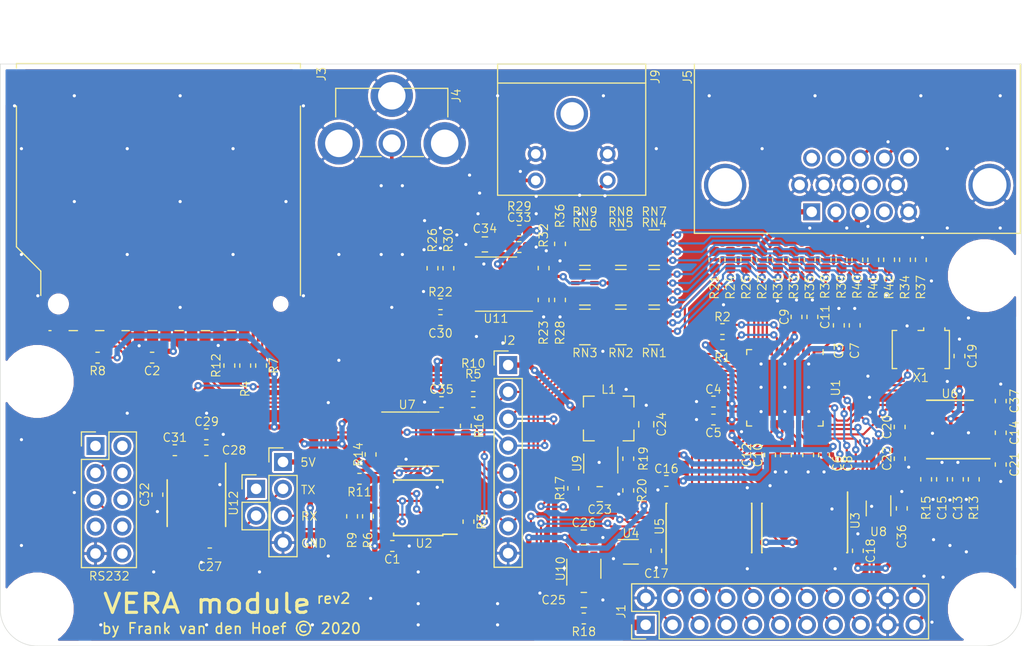
<source format=kicad_pcb>
(kicad_pcb (version 20171130) (host pcbnew "(5.1.5)-3")
  (layers (0 F.Cu signal) (31 B.Cu signal) (34 B.Paste user hide) (35 F.Paste user hide) (36 B.SilkS user hide) (37 F.SilkS user) (38 B.Mask user hide) (39 F.Mask user) (44 Edge.Cuts user))
  (net 0 "")
  (net 1 GND)
  (net 2 +3V3)
  (net 3 +1V2)
  (net 4 L_AUDIO)
  (net 5 "Net-(C14-Pad2)")
  (net 6 "Net-(C14-Pad1)")
  (net 7 R_AUDIO)
  (net 8 +5V)
  (net 9 "Net-(C20-Pad1)")
  (net 10 "Net-(C21-Pad1)")
  (net 11 "Net-(C23-Pad1)")
  (net 12 "Net-(C25-Pad1)")
  (net 13 "Net-(C28-Pad2)")
  (net 14 "Net-(C28-Pad1)")
  (net 15 "Net-(C29-Pad2)")
  (net 16 "Net-(C30-Pad2)")
  (net 17 "Net-(C30-Pad1)")
  (net 18 "Net-(C31-Pad2)")
  (net 19 "Net-(C31-Pad1)")
  (net 20 "Net-(C32-Pad2)")
  (net 21 "Net-(C33-Pad1)")
  (net 22 BUS_PHI2_5V)
  (net 23 BUS_A0_5V)
  (net 24 BUS_A1_5V)
  (net 25 BUS_A2_5V)
  (net 26 BUS_IRQ#_5V)
  (net 27 BUS_RW#_5V)
  (net 28 BUS_RES#_5V)
  (net 29 BUS_CS#_5V)
  (net 30 BUS_D0_5V)
  (net 31 BUS_D1_5V)
  (net 32 BUS_D2_5V)
  (net 33 BUS_D3_5V)
  (net 34 BUS_D4_5V)
  (net 35 BUS_D5_5V)
  (net 36 BUS_D6_5V)
  (net 37 BUS_D7_5V)
  (net 38 SPI_SSEL_N)
  (net 39 SPI_SCK)
  (net 40 SPI_MOSI)
  (net 41 SPI_MISO)
  (net 42 FPGA_CRESET_B)
  (net 43 FPGA_CDONE)
  (net 44 "Net-(J3-Pad9)")
  (net 45 "Net-(J3-Pad8)")
  (net 46 "Net-(J3-Pad7)")
  (net 47 "Net-(J3-Pad5)")
  (net 48 "Net-(J3-Pad2)")
  (net 49 "Net-(J3-Pad1)")
  (net 50 "Net-(J5-Pad1)")
  (net 51 "Net-(J5-Pad2)")
  (net 52 "Net-(J5-Pad3)")
  (net 53 "Net-(J5-Pad13)")
  (net 54 "Net-(J5-Pad14)")
  (net 55 UART_RX)
  (net 56 UART_TX)
  (net 57 "Net-(J7-Pad2)")
  (net 58 "Net-(J7-Pad1)")
  (net 59 "Net-(J9-Pad4)")
  (net 60 "Net-(J9-Pad3)")
  (net 61 "Net-(L1-Pad1)")
  (net 62 SD_SSEL_N)
  (net 63 "Net-(R13-Pad2)")
  (net 64 "Net-(R14-Pad2)")
  (net 65 "Net-(R15-Pad2)")
  (net 66 "Net-(R16-Pad2)")
  (net 67 "Net-(R19-Pad2)")
  (net 68 VGA_R3)
  (net 69 "Net-(R22-Pad2)")
  (net 70 "Net-(R23-Pad1)")
  (net 71 VGA_R2)
  (net 72 VGA_R1)
  (net 73 "Net-(R26-Pad2)")
  (net 74 VGA_R0)
  (net 75 "Net-(R28-Pad2)")
  (net 76 VGA_G3)
  (net 77 "Net-(R32-Pad1)")
  (net 78 VGA_G2)
  (net 79 VGA_VSYNC)
  (net 80 VGA_G1)
  (net 81 "Net-(R36-Pad2)")
  (net 82 VGA_HSYNC)
  (net 83 VGA_G0)
  (net 84 VGA_B3)
  (net 85 VGA_B2)
  (net 86 VGA_B1)
  (net 87 VGA_B0)
  (net 88 "Net-(RN1-Pad5)")
  (net 89 "Net-(RN1-Pad6)")
  (net 90 "Net-(RN1-Pad8)")
  (net 91 "Net-(RN1-Pad7)")
  (net 92 "Net-(RN2-Pad5)")
  (net 93 "Net-(RN2-Pad6)")
  (net 94 "Net-(RN2-Pad7)")
  (net 95 "Net-(RN3-Pad5)")
  (net 96 "Net-(RN4-Pad5)")
  (net 97 "Net-(RN4-Pad6)")
  (net 98 "Net-(RN4-Pad8)")
  (net 99 "Net-(RN4-Pad7)")
  (net 100 "Net-(RN5-Pad5)")
  (net 101 "Net-(RN5-Pad7)")
  (net 102 "Net-(RN6-Pad5)")
  (net 103 "Net-(RN7-Pad5)")
  (net 104 "Net-(RN7-Pad6)")
  (net 105 "Net-(RN7-Pad8)")
  (net 106 "Net-(RN7-Pad7)")
  (net 107 "Net-(RN8-Pad5)")
  (net 108 "Net-(RN8-Pad6)")
  (net 109 "Net-(RN8-Pad7)")
  (net 110 AUDIO_LRCK)
  (net 111 AUDIO_DATA)
  (net 112 BUS_A0)
  (net 113 BUS_A1)
  (net 114 BUS_A2)
  (net 115 AUDIO_BCK)
  (net 116 BUS_PHI2)
  (net 117 SYSCLK)
  (net 118 BUS_IRQ#)
  (net 119 BUS_RW#)
  (net 120 BUS_CS#)
  (net 121 BUS_D0)
  (net 122 BUS_D1)
  (net 123 BUS_D2)
  (net 124 BUS_D3)
  (net 125 BUS_D4)
  (net 126 BUS_D5)
  (net 127 BUS_D6)
  (net 128 BUS_D7)
  (net 129 "Net-(U2-Pad10)")
  (net 130 "Net-(U2-Pad3)")
  (net 131 FLASH_SSEL_N)
  (net 132 "Net-(U4-Pad4)")
  (net 133 "Net-(J8-Pad5)")
  (net 134 "Net-(J8-Pad3)")
  (module Capacitor_SMD:C_0603_1608Metric (layer F.Cu) (at 196.05 111.85 90)
    (fp_text reference C37 (at 0 1.3 90) (layer F.SilkS) (effects (font (size 0.8 0.8) (thickness 0.1))))
    (fp_text value 4.7uF)
    (pad 2 smd roundrect (at 0.7875 0 90) (size 0.875 0.95) (layers F.Cu F.Paste F.Mask) (net 1 GND))
    (pad 1 smd roundrect (at -0.7875 0 90) (size 0.875 0.95) (layers F.Cu F.Paste F.Mask) (net 2 +3V3))
  )
  (module Capacitor_SMD:C_0603_1608Metric (layer F.Cu) (at 186.5 117.3 270)
    (fp_text reference C22 (at 0 1.2 90) (layer F.SilkS) (effects (font (size 0.8 0.8) (thickness 0.1))))
    (fp_text value 4.7uF)
    (pad 2 smd roundrect (at 0.7875 0 270) (size 0.875 0.95) (layers F.Cu F.Paste F.Mask) (net 1 GND))
    (pad 1 smd roundrect (at -0.7875 0 270) (size 0.875 0.95) (layers F.Cu F.Paste F.Mask) (net 2 +3V3))
  )
  (module Capacitor_SMD:C_0603_1608Metric (layer F.Cu) (at 186.7 122 90)
    (fp_text reference C36 (at -2.65 0 90) (layer F.SilkS) (effects (font (size 0.8 0.8) (thickness 0.1))))
    (fp_text value 100nF)
    (pad 2 smd roundrect (at 0.7875 0 90) (size 0.875 0.95) (layers F.Cu F.Paste F.Mask) (net 1 GND))
    (pad 1 smd roundrect (at -0.7875 0 90) (size 0.875 0.95) (layers F.Cu F.Paste F.Mask) (net 8 +5V))
  )
  (module Capacitor_SMD:C_0603_1608Metric (layer F.Cu) (at 143.2 111.95 180)
    (fp_text reference C35 (at 0 1.2) (layer F.SilkS) (effects (font (size 0.8 0.8) (thickness 0.1))))
    (fp_text value 100nF)
    (pad 2 smd roundrect (at 0.7875 0 180) (size 0.875 0.95) (layers F.Cu F.Paste F.Mask) (net 1 GND))
    (pad 1 smd roundrect (at -0.7875 0 180) (size 0.875 0.95) (layers F.Cu F.Paste F.Mask) (net 2 +3V3))
  )
  (module Capacitor_SMD:C_0603_1608Metric (layer F.Cu) (at 192.15 107.6 90)
    (fp_text reference C19 (at 0 1.2 90) (layer F.SilkS) (effects (font (size 0.8 0.8) (thickness 0.1))))
    (fp_text value 100nF)
    (pad 2 smd roundrect (at 0.7875 0 90) (size 0.875 0.95) (layers F.Cu F.Paste F.Mask) (net 1 GND))
    (pad 1 smd roundrect (at -0.7875 0 90) (size 0.875 0.95) (layers F.Cu F.Paste F.Mask) (net 2 +3V3))
  )
  (module Oscillator:Oscillator_SMD_SeikoEpson_SG8002LB-4Pin_5.0x3.2mm (layer F.Cu) (at 188.5 106.98 180)
    (fp_text reference X1 (at 0 -2.67) (layer F.SilkS) (effects (font (size 0.8 0.8) (thickness 0.1))))
    (fp_text value SG5032CAN_25.000000M-TJGA3)
    (pad 4 smd rect (at -1.27 -1.1 180) (size 1.6 1.5) (layers F.Cu F.Paste F.Mask) (net 2 +3V3))
    (pad 3 smd rect (at 1.27 -1.1 180) (size 1.6 1.5) (layers F.Cu F.Paste F.Mask) (net 117 SYSCLK))
    (pad 2 smd rect (at 1.27 1.1 180) (size 1.6 1.5) (layers F.Cu F.Paste F.Mask) (net 1 GND))
    (pad 1 smd rect (at -1.27 1.1 180) (size 1.6 1.5) (layers F.Cu F.Paste F.Mask))
  )
  (module Package_SO:TSSOP-16_4.4x5mm_P0.65mm (layer F.Cu) (at 120 121.5 270)
    (fp_text reference U12 (at 0 -3.55 90) (layer F.SilkS) (effects (font (size 0.8 0.8) (thickness 0.1))))
    (fp_text value MAX3221CPWR)
    (pad 16 smd rect (at 2.95 -2.275 270) (size 1.5 0.45) (layers F.Cu F.Paste F.Mask) (net 2 +3V3))
    (pad 15 smd rect (at 2.95 -1.625 270) (size 1.5 0.45) (layers F.Cu F.Paste F.Mask) (net 2 +3V3))
    (pad 14 smd rect (at 2.95 -0.975 270) (size 1.5 0.45) (layers F.Cu F.Paste F.Mask) (net 1 GND))
    (pad 13 smd rect (at 2.95 -0.325 270) (size 1.5 0.45) (layers F.Cu F.Paste F.Mask) (net 133 "Net-(J8-Pad5)"))
    (pad 12 smd rect (at 2.95 0.325 270) (size 1.5 0.45) (layers F.Cu F.Paste F.Mask) (net 2 +3V3))
    (pad 11 smd rect (at 2.95 0.975 270) (size 1.5 0.45) (layers F.Cu F.Paste F.Mask) (net 58 "Net-(J7-Pad1)"))
    (pad 10 smd rect (at 2.95 1.625 270) (size 1.5 0.45) (layers F.Cu F.Paste F.Mask))
    (pad 9 smd rect (at 2.95 2.275 270) (size 1.5 0.45) (layers F.Cu F.Paste F.Mask) (net 57 "Net-(J7-Pad2)"))
    (pad 8 smd rect (at -2.95 2.275 270) (size 1.5 0.45) (layers F.Cu F.Paste F.Mask) (net 134 "Net-(J8-Pad3)"))
    (pad 7 smd rect (at -2.95 1.625 270) (size 1.5 0.45) (layers F.Cu F.Paste F.Mask) (net 20 "Net-(C32-Pad2)"))
    (pad 6 smd rect (at -2.95 0.975 270) (size 1.5 0.45) (layers F.Cu F.Paste F.Mask) (net 18 "Net-(C31-Pad2)"))
    (pad 5 smd rect (at -2.95 0.325 270) (size 1.5 0.45) (layers F.Cu F.Paste F.Mask) (net 19 "Net-(C31-Pad1)"))
    (pad 4 smd rect (at -2.95 -0.325 270) (size 1.5 0.45) (layers F.Cu F.Paste F.Mask) (net 13 "Net-(C28-Pad2)"))
    (pad 3 smd rect (at -2.95 -0.975 270) (size 1.5 0.45) (layers F.Cu F.Paste F.Mask) (net 15 "Net-(C29-Pad2)"))
    (pad 2 smd rect (at -2.95 -1.625 270) (size 1.5 0.45) (layers F.Cu F.Paste F.Mask) (net 14 "Net-(C28-Pad1)"))
    (pad 1 smd rect (at -2.95 -2.275 270) (size 1.5 0.45) (layers F.Cu F.Paste F.Mask) (net 1 GND))
  )
  (module Package_SO:SOIC-8_3.9x4.9mm_P1.27mm (layer F.Cu) (at 148.35 100.8 180)
    (fp_text reference U11 (at 0 -3.25) (layer F.SilkS) (effects (font (size 0.8 0.8) (thickness 0.1))))
    (fp_text value THS7314D)
    (pad 8 smd roundrect (at 2.475 -1.905 180) (size 1.95 0.6) (layers F.Cu F.Paste F.Mask) (net 69 "Net-(R22-Pad2)"))
    (pad 7 smd roundrect (at 2.475 -0.635 180) (size 1.95 0.6) (layers F.Cu F.Paste F.Mask) (net 73 "Net-(R26-Pad2)"))
    (pad 6 smd roundrect (at 2.475 0.635 180) (size 1.95 0.6) (layers F.Cu F.Paste F.Mask) (net 16 "Net-(C30-Pad2)"))
    (pad 5 smd roundrect (at 2.475 1.905 180) (size 1.95 0.6) (layers F.Cu F.Paste F.Mask) (net 1 GND))
    (pad 4 smd roundrect (at -2.475 1.905 180) (size 1.95 0.6) (layers F.Cu F.Paste F.Mask) (net 21 "Net-(C33-Pad1)"))
    (pad 3 smd roundrect (at -2.475 0.635 180) (size 1.95 0.6) (layers F.Cu F.Paste F.Mask) (net 77 "Net-(R32-Pad1)"))
    (pad 2 smd roundrect (at -2.475 -0.635 180) (size 1.95 0.6) (layers F.Cu F.Paste F.Mask) (net 70 "Net-(R23-Pad1)"))
    (pad 1 smd roundrect (at -2.475 -1.905 180) (size 1.95 0.6) (layers F.Cu F.Paste F.Mask) (net 70 "Net-(R23-Pad1)"))
  )
  (module Package_TO_SOT_SMD:SOT-23-5 (layer F.Cu) (at 156.65 127.7 90)
    (fp_text reference U10 (at 0 -2.2 90) (layer F.SilkS) (effects (font (size 0.8 0.8) (thickness 0.1))))
    (fp_text value MIC5504-3.3YM5)
    (pad 5 smd rect (at 1.1 -0.95 90) (size 1.06 0.65) (layers F.Cu F.Paste F.Mask) (net 2 +3V3))
    (pad 4 smd rect (at 1.1 0.95 90) (size 1.06 0.65) (layers F.Cu F.Paste F.Mask))
    (pad 3 smd rect (at -1.1 0.95 90) (size 1.06 0.65) (layers F.Cu F.Paste F.Mask) (net 12 "Net-(C25-Pad1)"))
    (pad 2 smd rect (at -1.1 0 90) (size 1.06 0.65) (layers F.Cu F.Paste F.Mask) (net 1 GND))
    (pad 1 smd rect (at -1.1 -0.95 90) (size 1.06 0.65) (layers F.Cu F.Paste F.Mask) (net 12 "Net-(C25-Pad1)"))
  )
  (module Package_TO_SOT_SMD:SOT-23-5 (layer F.Cu) (at 158.25 117.75 270)
    (fp_text reference U9 (at 0 2.25 90) (layer F.SilkS) (effects (font (size 0.8 0.8) (thickness 0.1))))
    (fp_text value AP3417CKTR-G1)
    (pad 5 smd rect (at 1.1 -0.95 270) (size 1.06 0.65) (layers F.Cu F.Paste F.Mask) (net 67 "Net-(R19-Pad2)"))
    (pad 4 smd rect (at 1.1 0.95 270) (size 1.06 0.65) (layers F.Cu F.Paste F.Mask) (net 11 "Net-(C23-Pad1)"))
    (pad 3 smd rect (at -1.1 0.95 270) (size 1.06 0.65) (layers F.Cu F.Paste F.Mask) (net 61 "Net-(L1-Pad1)"))
    (pad 2 smd rect (at -1.1 0 270) (size 1.06 0.65) (layers F.Cu F.Paste F.Mask) (net 1 GND))
    (pad 1 smd rect (at -1.1 -0.95 270) (size 1.06 0.65) (layers F.Cu F.Paste F.Mask) (net 11 "Net-(C23-Pad1)"))
  )
  (module Package_TO_SOT_SMD:SOT-353_SC-70-5 (layer F.Cu) (at 184.5 122 270)
    (fp_text reference U8 (at 2.2 0 180) (layer F.SilkS) (effects (font (size 0.8 0.8) (thickness 0.1))))
    (fp_text value 74AHC1G14GW,125)
    (pad 5 smd rect (at 0.95 -0.65 270) (size 0.65 0.4) (layers F.Cu F.Paste F.Mask) (net 8 +5V))
    (pad 4 smd rect (at 0.95 0.65 270) (size 0.65 0.4) (layers F.Cu F.Paste F.Mask) (net 22 BUS_PHI2_5V))
    (pad 2 smd rect (at -0.95 0 270) (size 0.65 0.4) (layers F.Cu F.Paste F.Mask) (net 116 BUS_PHI2))
    (pad 3 smd rect (at -0.95 0.65 270) (size 0.65 0.4) (layers F.Cu F.Paste F.Mask) (net 1 GND))
    (pad 1 smd rect (at -0.95 -0.65 270) (size 0.65 0.4) (layers F.Cu F.Paste F.Mask))
  )
  (module Package_SO:SOIC-8_3.9x4.9mm_P1.27mm (layer F.Cu) (at 141 115.45)
    (fp_text reference U7 (at -1.05 -3.25) (layer F.SilkS) (effects (font (size 0.8 0.8) (thickness 0.1))))
    (fp_text value W25Q16JVSNIQ)
    (pad 8 smd roundrect (at 2.475 -1.905) (size 1.95 0.6) (layers F.Cu F.Paste F.Mask) (net 2 +3V3))
    (pad 7 smd roundrect (at 2.475 -0.635) (size 1.95 0.6) (layers F.Cu F.Paste F.Mask) (net 66 "Net-(R16-Pad2)"))
    (pad 6 smd roundrect (at 2.475 0.635) (size 1.95 0.6) (layers F.Cu F.Paste F.Mask) (net 39 SPI_SCK))
    (pad 5 smd roundrect (at 2.475 1.905) (size 1.95 0.6) (layers F.Cu F.Paste F.Mask) (net 40 SPI_MOSI))
    (pad 4 smd roundrect (at -2.475 1.905) (size 1.95 0.6) (layers F.Cu F.Paste F.Mask) (net 1 GND))
    (pad 3 smd roundrect (at -2.475 0.635) (size 1.95 0.6) (layers F.Cu F.Paste F.Mask) (net 64 "Net-(R14-Pad2)"))
    (pad 2 smd roundrect (at -2.475 -0.635) (size 1.95 0.6) (layers F.Cu F.Paste F.Mask) (net 41 SPI_MISO))
    (pad 1 smd roundrect (at -2.475 -1.905) (size 1.95 0.6) (layers F.Cu F.Paste F.Mask) (net 131 FLASH_SSEL_N))
  )
  (module Package_SO:TSSOP-16_4.4x5mm_P0.65mm (layer F.Cu) (at 191.25 114.5 180)
    (fp_text reference U6 (at 0 3.35) (layer F.SilkS) (effects (font (size 0.8 0.8) (thickness 0.1))))
    (fp_text value WM8524CGEDT)
    (pad 16 smd rect (at 2.95 -2.275 180) (size 1.5 0.45) (layers F.Cu F.Paste F.Mask) (net 65 "Net-(R15-Pad2)"))
    (pad 15 smd rect (at 2.95 -1.625 180) (size 1.5 0.45) (layers F.Cu F.Paste F.Mask) (net 2 +3V3))
    (pad 14 smd rect (at 2.95 -0.975 180) (size 1.5 0.45) (layers F.Cu F.Paste F.Mask) (net 9 "Net-(C20-Pad1)"))
    (pad 13 smd rect (at 2.95 -0.325 180) (size 1.5 0.45) (layers F.Cu F.Paste F.Mask) (net 1 GND))
    (pad 12 smd rect (at 2.95 0.325 180) (size 1.5 0.45) (layers F.Cu F.Paste F.Mask) (net 2 +3V3))
    (pad 11 smd rect (at 2.95 0.975 180) (size 1.5 0.45) (layers F.Cu F.Paste F.Mask) (net 2 +3V3))
    (pad 10 smd rect (at 2.95 1.625 180) (size 1.5 0.45) (layers F.Cu F.Paste F.Mask) (net 117 SYSCLK))
    (pad 9 smd rect (at 2.95 2.275 180) (size 1.5 0.45) (layers F.Cu F.Paste F.Mask) (net 115 AUDIO_BCK))
    (pad 8 smd rect (at -2.95 2.275 180) (size 1.5 0.45) (layers F.Cu F.Paste F.Mask) (net 110 AUDIO_LRCK))
    (pad 7 smd rect (at -2.95 1.625 180) (size 1.5 0.45) (layers F.Cu F.Paste F.Mask) (net 111 AUDIO_DATA))
    (pad 6 smd rect (at -2.95 0.975 180) (size 1.5 0.45) (layers F.Cu F.Paste F.Mask) (net 2 +3V3))
    (pad 5 smd rect (at -2.95 0.325 180) (size 1.5 0.45) (layers F.Cu F.Paste F.Mask) (net 5 "Net-(C14-Pad2)"))
    (pad 4 smd rect (at -2.95 -0.325 180) (size 1.5 0.45) (layers F.Cu F.Paste F.Mask) (net 1 GND))
    (pad 3 smd rect (at -2.95 -0.975 180) (size 1.5 0.45) (layers F.Cu F.Paste F.Mask) (net 6 "Net-(C14-Pad1)"))
    (pad 2 smd rect (at -2.95 -1.625 180) (size 1.5 0.45) (layers F.Cu F.Paste F.Mask) (net 10 "Net-(C21-Pad1)"))
    (pad 1 smd rect (at -2.95 -2.275 180) (size 1.5 0.45) (layers F.Cu F.Paste F.Mask) (net 63 "Net-(R13-Pad2)"))
  )
  (module Package_SO:TSSOP-24_4.4x7.8mm_P0.65mm (layer F.Cu) (at 168.5 123.85 90)
    (fp_text reference U5 (at 0.15 -4.7 90) (layer F.SilkS) (effects (font (size 0.8 0.8) (thickness 0.1))))
    (fp_text value 74LVC4245APW)
    (pad 24 smd rect (at 2.85 -3.575 90) (size 1.1 0.4) (layers F.Cu F.Paste F.Mask) (net 2 +3V3))
    (pad 23 smd rect (at 2.85 -2.925 90) (size 1.1 0.4) (layers F.Cu F.Paste F.Mask) (net 2 +3V3))
    (pad 22 smd rect (at 2.85 -2.275 90) (size 1.1 0.4) (layers F.Cu F.Paste F.Mask) (net 120 BUS_CS#))
    (pad 21 smd rect (at 2.85 -1.625 90) (size 1.1 0.4) (layers F.Cu F.Paste F.Mask) (net 128 BUS_D7))
    (pad 20 smd rect (at 2.85 -0.975 90) (size 1.1 0.4) (layers F.Cu F.Paste F.Mask) (net 127 BUS_D6))
    (pad 19 smd rect (at 2.85 -0.325 90) (size 1.1 0.4) (layers F.Cu F.Paste F.Mask) (net 126 BUS_D5))
    (pad 18 smd rect (at 2.85 0.325 90) (size 1.1 0.4) (layers F.Cu F.Paste F.Mask) (net 125 BUS_D4))
    (pad 17 smd rect (at 2.85 0.975 90) (size 1.1 0.4) (layers F.Cu F.Paste F.Mask) (net 124 BUS_D3))
    (pad 16 smd rect (at 2.85 1.625 90) (size 1.1 0.4) (layers F.Cu F.Paste F.Mask) (net 123 BUS_D2))
    (pad 15 smd rect (at 2.85 2.275 90) (size 1.1 0.4) (layers F.Cu F.Paste F.Mask) (net 122 BUS_D1))
    (pad 14 smd rect (at 2.85 2.925 90) (size 1.1 0.4) (layers F.Cu F.Paste F.Mask) (net 121 BUS_D0))
    (pad 13 smd rect (at 2.85 3.575 90) (size 1.1 0.4) (layers F.Cu F.Paste F.Mask) (net 1 GND))
    (pad 12 smd rect (at -2.85 3.575 90) (size 1.1 0.4) (layers F.Cu F.Paste F.Mask) (net 1 GND))
    (pad 11 smd rect (at -2.85 2.925 90) (size 1.1 0.4) (layers F.Cu F.Paste F.Mask) (net 1 GND))
    (pad 10 smd rect (at -2.85 2.275 90) (size 1.1 0.4) (layers F.Cu F.Paste F.Mask) (net 30 BUS_D0_5V))
    (pad 9 smd rect (at -2.85 1.625 90) (size 1.1 0.4) (layers F.Cu F.Paste F.Mask) (net 31 BUS_D1_5V))
    (pad 8 smd rect (at -2.85 0.975 90) (size 1.1 0.4) (layers F.Cu F.Paste F.Mask) (net 32 BUS_D2_5V))
    (pad 7 smd rect (at -2.85 0.325 90) (size 1.1 0.4) (layers F.Cu F.Paste F.Mask) (net 33 BUS_D3_5V))
    (pad 6 smd rect (at -2.85 -0.325 90) (size 1.1 0.4) (layers F.Cu F.Paste F.Mask) (net 34 BUS_D4_5V))
    (pad 5 smd rect (at -2.85 -0.975 90) (size 1.1 0.4) (layers F.Cu F.Paste F.Mask) (net 35 BUS_D5_5V))
    (pad 4 smd rect (at -2.85 -1.625 90) (size 1.1 0.4) (layers F.Cu F.Paste F.Mask) (net 36 BUS_D6_5V))
    (pad 3 smd rect (at -2.85 -2.275 90) (size 1.1 0.4) (layers F.Cu F.Paste F.Mask) (net 37 BUS_D7_5V))
    (pad 2 smd rect (at -2.85 -2.925 90) (size 1.1 0.4) (layers F.Cu F.Paste F.Mask) (net 132 "Net-(U4-Pad4)"))
    (pad 1 smd rect (at -2.85 -3.575 90) (size 1.1 0.4) (layers F.Cu F.Paste F.Mask) (net 8 +5V))
  )
  (module Package_TO_SOT_SMD:SOT-353_SC-70-5 (layer F.Cu) (at 161.1 126.1)
    (fp_text reference U4 (at 0 -1.75) (layer F.SilkS) (effects (font (size 0.8 0.8) (thickness 0.1))))
    (fp_text value 74AHC1G14GW,125)
    (pad 5 smd rect (at 0.95 -0.65) (size 0.65 0.4) (layers F.Cu F.Paste F.Mask) (net 8 +5V))
    (pad 4 smd rect (at 0.95 0.65) (size 0.65 0.4) (layers F.Cu F.Paste F.Mask) (net 132 "Net-(U4-Pad4)"))
    (pad 2 smd rect (at -0.95 0) (size 0.65 0.4) (layers F.Cu F.Paste F.Mask) (net 27 BUS_RW#_5V))
    (pad 3 smd rect (at -0.95 0.65) (size 0.65 0.4) (layers F.Cu F.Paste F.Mask) (net 1 GND))
    (pad 1 smd rect (at -0.95 -0.65) (size 0.65 0.4) (layers F.Cu F.Paste F.Mask))
  )
  (module Package_SO:TSSOP-24_4.4x7.8mm_P0.65mm (layer F.Cu) (at 177.5 123.85 270)
    (fp_text reference U3 (at -0.7 -4.8 90) (layer F.SilkS) (effects (font (size 0.8 0.8) (thickness 0.1))))
    (fp_text value SN74CBTD3861PWR)
    (pad 24 smd rect (at 2.85 -3.575 270) (size 1.1 0.4) (layers F.Cu F.Paste F.Mask) (net 8 +5V))
    (pad 23 smd rect (at 2.85 -2.925 270) (size 1.1 0.4) (layers F.Cu F.Paste F.Mask) (net 1 GND))
    (pad 22 smd rect (at 2.85 -2.275 270) (size 1.1 0.4) (layers F.Cu F.Paste F.Mask))
    (pad 21 smd rect (at 2.85 -1.625 270) (size 1.1 0.4) (layers F.Cu F.Paste F.Mask))
    (pad 20 smd rect (at 2.85 -0.975 270) (size 1.1 0.4) (layers F.Cu F.Paste F.Mask) (net 23 BUS_A0_5V))
    (pad 19 smd rect (at 2.85 -0.325 270) (size 1.1 0.4) (layers F.Cu F.Paste F.Mask) (net 24 BUS_A1_5V))
    (pad 18 smd rect (at 2.85 0.325 270) (size 1.1 0.4) (layers F.Cu F.Paste F.Mask) (net 25 BUS_A2_5V))
    (pad 17 smd rect (at 2.85 0.975 270) (size 1.1 0.4) (layers F.Cu F.Paste F.Mask) (net 26 BUS_IRQ#_5V))
    (pad 16 smd rect (at 2.85 1.625 270) (size 1.1 0.4) (layers F.Cu F.Paste F.Mask) (net 27 BUS_RW#_5V))
    (pad 15 smd rect (at 2.85 2.275 270) (size 1.1 0.4) (layers F.Cu F.Paste F.Mask) (net 28 BUS_RES#_5V))
    (pad 14 smd rect (at 2.85 2.925 270) (size 1.1 0.4) (layers F.Cu F.Paste F.Mask) (net 29 BUS_CS#_5V))
    (pad 13 smd rect (at 2.85 3.575 270) (size 1.1 0.4) (layers F.Cu F.Paste F.Mask))
    (pad 12 smd rect (at -2.85 3.575 270) (size 1.1 0.4) (layers F.Cu F.Paste F.Mask) (net 1 GND))
    (pad 11 smd rect (at -2.85 2.925 270) (size 1.1 0.4) (layers F.Cu F.Paste F.Mask) (net 1 GND))
    (pad 10 smd rect (at -2.85 2.275 270) (size 1.1 0.4) (layers F.Cu F.Paste F.Mask) (net 120 BUS_CS#))
    (pad 9 smd rect (at -2.85 1.625 270) (size 1.1 0.4) (layers F.Cu F.Paste F.Mask) (net 42 FPGA_CRESET_B))
    (pad 8 smd rect (at -2.85 0.975 270) (size 1.1 0.4) (layers F.Cu F.Paste F.Mask) (net 119 BUS_RW#))
    (pad 7 smd rect (at -2.85 0.325 270) (size 1.1 0.4) (layers F.Cu F.Paste F.Mask) (net 118 BUS_IRQ#))
    (pad 6 smd rect (at -2.85 -0.325 270) (size 1.1 0.4) (layers F.Cu F.Paste F.Mask) (net 114 BUS_A2))
    (pad 5 smd rect (at -2.85 -0.975 270) (size 1.1 0.4) (layers F.Cu F.Paste F.Mask) (net 113 BUS_A1))
    (pad 4 smd rect (at -2.85 -1.625 270) (size 1.1 0.4) (layers F.Cu F.Paste F.Mask) (net 112 BUS_A0))
    (pad 3 smd rect (at -2.85 -2.275 270) (size 1.1 0.4) (layers F.Cu F.Paste F.Mask) (net 1 GND))
    (pad 2 smd rect (at -2.85 -2.925 270) (size 1.1 0.4) (layers F.Cu F.Paste F.Mask) (net 1 GND))
    (pad 1 smd rect (at -2.85 -3.575 270) (size 1.1 0.4) (layers F.Cu F.Paste F.Mask))
  )
  (module Package_SO:TSSOP-14_4.4x5mm_P0.65mm (layer F.Cu) (at 141 121.94 180)
    (fp_text reference U2 (at -0.55 -3.36) (layer F.SilkS) (effects (font (size 0.8 0.8) (thickness 0.1))))
    (fp_text value 74AHC00PW)
    (pad 14 smd rect (at 2.95 -1.95 180) (size 1.45 0.45) (layers F.Cu F.Paste F.Mask) (net 2 +3V3))
    (pad 13 smd rect (at 2.95 -1.3 180) (size 1.45 0.45) (layers F.Cu F.Paste F.Mask) (net 129 "Net-(U2-Pad10)"))
    (pad 12 smd rect (at 2.95 -0.65 180) (size 1.45 0.45) (layers F.Cu F.Paste F.Mask) (net 43 FPGA_CDONE))
    (pad 11 smd rect (at 2.95 0 180) (size 1.45 0.45) (layers F.Cu F.Paste F.Mask) (net 62 SD_SSEL_N))
    (pad 10 smd rect (at 2.95 0.65 180) (size 1.45 0.45) (layers F.Cu F.Paste F.Mask) (net 129 "Net-(U2-Pad10)"))
    (pad 9 smd rect (at 2.95 1.3 180) (size 1.45 0.45) (layers F.Cu F.Paste F.Mask) (net 130 "Net-(U2-Pad3)"))
    (pad 8 smd rect (at 2.95 1.95 180) (size 1.45 0.45) (layers F.Cu F.Paste F.Mask) (net 131 FLASH_SSEL_N))
    (pad 7 smd rect (at -2.95 1.95 180) (size 1.45 0.45) (layers F.Cu F.Paste F.Mask) (net 1 GND))
    (pad 6 smd rect (at -2.95 1.3 180) (size 1.45 0.45) (layers F.Cu F.Paste F.Mask) (net 129 "Net-(U2-Pad10)"))
    (pad 5 smd rect (at -2.95 0.65 180) (size 1.45 0.45) (layers F.Cu F.Paste F.Mask) (net 38 SPI_SSEL_N))
    (pad 4 smd rect (at -2.95 0 180) (size 1.45 0.45) (layers F.Cu F.Paste F.Mask) (net 38 SPI_SSEL_N))
    (pad 3 smd rect (at -2.95 -0.65 180) (size 1.45 0.45) (layers F.Cu F.Paste F.Mask) (net 130 "Net-(U2-Pad3)"))
    (pad 2 smd rect (at -2.95 -1.3 180) (size 1.45 0.45) (layers F.Cu F.Paste F.Mask) (net 43 FPGA_CDONE))
    (pad 1 smd rect (at -2.95 -1.95 180) (size 1.45 0.45) (layers F.Cu F.Paste F.Mask) (net 43 FPGA_CDONE))
  )
  (module Package_DFN_QFN:QFN-48-1EP_7x7mm_P0.5mm_EP5.3x5.3mm (layer F.Cu) (at 175.65 110.6 270)
    (fp_text reference U1 (at 0 -4.8 90) (layer F.SilkS) (effects (font (size 0.8 0.8) (thickness 0.1))))
    (fp_text value ICE40UP5K-SG48ITR50)
    (pad 48 smd roundrect (at -2.75 -3.45 270) (size 0.25 0.8) (layers F.Cu F.Paste F.Mask) (net 85 VGA_B2))
    (pad 47 smd roundrect (at -2.25 -3.45 270) (size 0.25 0.8) (layers F.Cu F.Paste F.Mask) (net 86 VGA_B1))
    (pad 46 smd roundrect (at -1.75 -3.45 270) (size 0.25 0.8) (layers F.Cu F.Paste F.Mask) (net 87 VGA_B0))
    (pad 45 smd roundrect (at -1.25 -3.45 270) (size 0.25 0.8) (layers F.Cu F.Paste F.Mask) (net 79 VGA_VSYNC))
    (pad 44 smd roundrect (at -0.75 -3.45 270) (size 0.25 0.8) (layers F.Cu F.Paste F.Mask) (net 82 VGA_HSYNC))
    (pad 43 smd roundrect (at -0.25 -3.45 270) (size 0.25 0.8) (layers F.Cu F.Paste F.Mask) (net 110 AUDIO_LRCK))
    (pad 42 smd roundrect (at 0.25 -3.45 270) (size 0.25 0.8) (layers F.Cu F.Paste F.Mask) (net 111 AUDIO_DATA))
    (pad 41 smd roundrect (at 0.75 -3.45 270) (size 0.25 0.8) (layers F.Cu F.Paste F.Mask) (net 112 BUS_A0))
    (pad 40 smd roundrect (at 1.25 -3.45 270) (size 0.25 0.8) (layers F.Cu F.Paste F.Mask) (net 113 BUS_A1))
    (pad 39 smd roundrect (at 1.75 -3.45 270) (size 0.25 0.8) (layers F.Cu F.Paste F.Mask) (net 114 BUS_A2))
    (pad 38 smd roundrect (at 2.25 -3.45 270) (size 0.25 0.8) (layers F.Cu F.Paste F.Mask) (net 115 AUDIO_BCK))
    (pad 37 smd roundrect (at 2.75 -3.45 270) (size 0.25 0.8) (layers F.Cu F.Paste F.Mask) (net 116 BUS_PHI2))
    (pad 36 smd roundrect (at 3.45 -2.75 270) (size 0.8 0.25) (layers F.Cu F.Paste F.Mask) (net 56 UART_TX))
    (pad 35 smd roundrect (at 3.45 -2.25 270) (size 0.8 0.25) (layers F.Cu F.Paste F.Mask) (net 117 SYSCLK))
    (pad 34 smd roundrect (at 3.45 -1.75 270) (size 0.8 0.25) (layers F.Cu F.Paste F.Mask) (net 55 UART_RX))
    (pad 33 smd roundrect (at 3.45 -1.25 270) (size 0.8 0.25) (layers F.Cu F.Paste F.Mask) (net 2 +3V3))
    (pad 32 smd roundrect (at 3.45 -0.75 270) (size 0.8 0.25) (layers F.Cu F.Paste F.Mask) (net 118 BUS_IRQ#))
    (pad 31 smd roundrect (at 3.45 -0.25 270) (size 0.8 0.25) (layers F.Cu F.Paste F.Mask) (net 119 BUS_RW#))
    (pad 30 smd roundrect (at 3.45 0.25 270) (size 0.8 0.25) (layers F.Cu F.Paste F.Mask) (net 3 +1V2))
    (pad 29 smd roundrect (at 3.45 0.75 270) (size 0.8 0.25) (layers F.Cu F.Paste F.Mask) (net 3 +1V2))
    (pad 28 smd roundrect (at 3.45 1.25 270) (size 0.8 0.25) (layers F.Cu F.Paste F.Mask) (net 120 BUS_CS#))
    (pad 27 smd roundrect (at 3.45 1.75 270) (size 0.8 0.25) (layers F.Cu F.Paste F.Mask) (net 121 BUS_D0))
    (pad 26 smd roundrect (at 3.45 2.25 270) (size 0.8 0.25) (layers F.Cu F.Paste F.Mask) (net 122 BUS_D1))
    (pad 25 smd roundrect (at 3.45 2.75 270) (size 0.8 0.25) (layers F.Cu F.Paste F.Mask) (net 123 BUS_D2))
    (pad 24 smd roundrect (at 2.75 3.45 270) (size 0.25 0.8) (layers F.Cu F.Paste F.Mask) (net 2 +3V3))
    (pad 23 smd roundrect (at 2.25 3.45 270) (size 0.25 0.8) (layers F.Cu F.Paste F.Mask) (net 124 BUS_D3))
    (pad 22 smd roundrect (at 1.75 3.45 270) (size 0.25 0.8) (layers F.Cu F.Paste F.Mask) (net 2 +3V3))
    (pad 21 smd roundrect (at 1.25 3.45 270) (size 0.25 0.8) (layers F.Cu F.Paste F.Mask) (net 125 BUS_D4))
    (pad 20 smd roundrect (at 0.75 3.45 270) (size 0.25 0.8) (layers F.Cu F.Paste F.Mask) (net 126 BUS_D5))
    (pad 19 smd roundrect (at 0.25 3.45 270) (size 0.25 0.8) (layers F.Cu F.Paste F.Mask) (net 127 BUS_D6))
    (pad 18 smd roundrect (at -0.25 3.45 270) (size 0.25 0.8) (layers F.Cu F.Paste F.Mask) (net 128 BUS_D7))
    (pad 17 smd roundrect (at -0.75 3.45 270) (size 0.25 0.8) (layers F.Cu F.Paste F.Mask) (net 41 SPI_MISO))
    (pad 16 smd roundrect (at -1.25 3.45 270) (size 0.25 0.8) (layers F.Cu F.Paste F.Mask) (net 38 SPI_SSEL_N))
    (pad 15 smd roundrect (at -1.75 3.45 270) (size 0.25 0.8) (layers F.Cu F.Paste F.Mask) (net 39 SPI_SCK))
    (pad 14 smd roundrect (at -2.25 3.45 270) (size 0.25 0.8) (layers F.Cu F.Paste F.Mask) (net 40 SPI_MOSI))
    (pad 13 smd roundrect (at -2.75 3.45 270) (size 0.25 0.8) (layers F.Cu F.Paste F.Mask) (net 68 VGA_R3))
    (pad 12 smd roundrect (at -3.45 2.75 270) (size 0.8 0.25) (layers F.Cu F.Paste F.Mask) (net 71 VGA_R2))
    (pad 11 smd roundrect (at -3.45 2.25 270) (size 0.8 0.25) (layers F.Cu F.Paste F.Mask) (net 72 VGA_R1))
    (pad 10 smd roundrect (at -3.45 1.75 270) (size 0.8 0.25) (layers F.Cu F.Paste F.Mask) (net 74 VGA_R0))
    (pad 9 smd roundrect (at -3.45 1.25 270) (size 0.8 0.25) (layers F.Cu F.Paste F.Mask) (net 76 VGA_G3))
    (pad 8 smd roundrect (at -3.45 0.75 270) (size 0.8 0.25) (layers F.Cu F.Paste F.Mask) (net 42 FPGA_CRESET_B))
    (pad 7 smd roundrect (at -3.45 0.25 270) (size 0.8 0.25) (layers F.Cu F.Paste F.Mask) (net 43 FPGA_CDONE))
    (pad 6 smd roundrect (at -3.45 -0.25 270) (size 0.8 0.25) (layers F.Cu F.Paste F.Mask) (net 78 VGA_G2))
    (pad 5 smd roundrect (at -3.45 -0.75 270) (size 0.8 0.25) (layers F.Cu F.Paste F.Mask) (net 3 +1V2))
    (pad 4 smd roundrect (at -3.45 -1.25 270) (size 0.8 0.25) (layers F.Cu F.Paste F.Mask) (net 80 VGA_G1))
    (pad 3 smd roundrect (at -3.45 -1.75 270) (size 0.8 0.25) (layers F.Cu F.Paste F.Mask) (net 83 VGA_G0))
    (pad 2 smd roundrect (at -3.45 -2.25 270) (size 0.8 0.25) (layers F.Cu F.Paste F.Mask) (net 84 VGA_B3))
    (pad 1 smd roundrect (at -3.45 -2.75 270) (size 0.8 0.25) (layers F.Cu F.Paste F.Mask) (net 2 +3V3))
    (pad 49 smd roundrect (at 0 0 270) (size 5.3 5.3) (layers F.Cu F.Mask) (roundrect_rratio 0.04717) (net 1 GND))
  )
  (module Resistor_SMD:R_Array_Convex_4x0603 (layer F.Cu) (at 156.75 97.35 180)
    (fp_text reference RN9 (at 0 3.4) (layer F.SilkS) (effects (font (size 0.8 0.8) (thickness 0.1))))
    (fp_text value CAY16-1001F4LF)
    (pad 5 smd rect (at 0.9 1.2 180) (size 0.8 0.5) (layers F.Cu F.Paste F.Mask) (net 81 "Net-(R36-Pad2)"))
    (pad 6 smd rect (at 0.9 0.4 180) (size 0.8 0.4) (layers F.Cu F.Paste F.Mask) (net 107 "Net-(RN8-Pad5)"))
    (pad 8 smd rect (at 0.9 -1.2 180) (size 0.8 0.5) (layers F.Cu F.Paste F.Mask) (net 109 "Net-(RN8-Pad7)"))
    (pad 7 smd rect (at 0.9 -0.4 180) (size 0.8 0.4) (layers F.Cu F.Paste F.Mask) (net 108 "Net-(RN8-Pad6)"))
    (pad 4 smd rect (at -0.9 1.2 180) (size 0.8 0.5) (layers F.Cu F.Paste F.Mask) (net 107 "Net-(RN8-Pad5)"))
    (pad 2 smd rect (at -0.9 -0.4 180) (size 0.8 0.4) (layers F.Cu F.Paste F.Mask) (net 109 "Net-(RN8-Pad7)"))
    (pad 3 smd rect (at -0.9 0.4 180) (size 0.8 0.4) (layers F.Cu F.Paste F.Mask) (net 108 "Net-(RN8-Pad6)"))
    (pad 1 smd rect (at -0.9 -1.2 180) (size 0.8 0.5) (layers F.Cu F.Paste F.Mask) (net 102 "Net-(RN6-Pad5)"))
  )
  (module Resistor_SMD:R_Array_Convex_4x0603 (layer F.Cu) (at 160.15 97.35 180)
    (fp_text reference RN8 (at 0 3.4) (layer F.SilkS) (effects (font (size 0.8 0.8) (thickness 0.1))))
    (fp_text value CAY16-1001F4LF)
    (pad 5 smd rect (at 0.9 1.2 180) (size 0.8 0.5) (layers F.Cu F.Paste F.Mask) (net 107 "Net-(RN8-Pad5)"))
    (pad 6 smd rect (at 0.9 0.4 180) (size 0.8 0.4) (layers F.Cu F.Paste F.Mask) (net 108 "Net-(RN8-Pad6)"))
    (pad 8 smd rect (at 0.9 -1.2 180) (size 0.8 0.5) (layers F.Cu F.Paste F.Mask) (net 102 "Net-(RN6-Pad5)"))
    (pad 7 smd rect (at 0.9 -0.4 180) (size 0.8 0.4) (layers F.Cu F.Paste F.Mask) (net 109 "Net-(RN8-Pad7)"))
    (pad 4 smd rect (at -0.9 1.2 180) (size 0.8 0.5) (layers F.Cu F.Paste F.Mask) (net 103 "Net-(RN7-Pad5)"))
    (pad 2 smd rect (at -0.9 -0.4 180) (size 0.8 0.4) (layers F.Cu F.Paste F.Mask) (net 106 "Net-(RN7-Pad7)"))
    (pad 3 smd rect (at -0.9 0.4 180) (size 0.8 0.4) (layers F.Cu F.Paste F.Mask) (net 104 "Net-(RN7-Pad6)"))
    (pad 1 smd rect (at -0.9 -1.2 180) (size 0.8 0.5) (layers F.Cu F.Paste F.Mask) (net 105 "Net-(RN7-Pad8)"))
  )
  (module Resistor_SMD:R_Array_Convex_4x0603 (layer F.Cu) (at 163.3 97.35 180)
    (fp_text reference RN7 (at 0 3.4) (layer F.SilkS) (effects (font (size 0.8 0.8) (thickness 0.1))))
    (fp_text value CAY16-1001F4LF)
    (pad 5 smd rect (at 0.9 1.2 180) (size 0.8 0.5) (layers F.Cu F.Paste F.Mask) (net 103 "Net-(RN7-Pad5)"))
    (pad 6 smd rect (at 0.9 0.4 180) (size 0.8 0.4) (layers F.Cu F.Paste F.Mask) (net 104 "Net-(RN7-Pad6)"))
    (pad 8 smd rect (at 0.9 -1.2 180) (size 0.8 0.5) (layers F.Cu F.Paste F.Mask) (net 105 "Net-(RN7-Pad8)"))
    (pad 7 smd rect (at 0.9 -0.4 180) (size 0.8 0.4) (layers F.Cu F.Paste F.Mask) (net 106 "Net-(RN7-Pad7)"))
    (pad 4 smd rect (at -0.9 1.2 180) (size 0.8 0.5) (layers F.Cu F.Paste F.Mask) (net 87 VGA_B0))
    (pad 2 smd rect (at -0.9 -0.4 180) (size 0.8 0.4) (layers F.Cu F.Paste F.Mask) (net 85 VGA_B2))
    (pad 3 smd rect (at -0.9 0.4 180) (size 0.8 0.4) (layers F.Cu F.Paste F.Mask) (net 86 VGA_B1))
    (pad 1 smd rect (at -0.9 -1.2 180) (size 0.8 0.5) (layers F.Cu F.Paste F.Mask) (net 84 VGA_B3))
  )
  (module Resistor_SMD:R_Array_Convex_4x0603 (layer F.Cu) (at 156.75 101.1 180)
    (fp_text reference RN6 (at 0 6.1) (layer F.SilkS) (effects (font (size 0.8 0.8) (thickness 0.1))))
    (fp_text value CAY16-1001F4LF)
    (pad 5 smd rect (at 0.9 1.2 180) (size 0.8 0.5) (layers F.Cu F.Paste F.Mask) (net 102 "Net-(RN6-Pad5)"))
    (pad 6 smd rect (at 0.9 0.4 180) (size 0.8 0.4) (layers F.Cu F.Paste F.Mask) (net 100 "Net-(RN5-Pad5)"))
    (pad 8 smd rect (at 0.9 -1.2 180) (size 0.8 0.5) (layers F.Cu F.Paste F.Mask) (net 101 "Net-(RN5-Pad7)"))
    (pad 7 smd rect (at 0.9 -0.4 180) (size 0.8 0.4) (layers F.Cu F.Paste F.Mask) (net 75 "Net-(R28-Pad2)"))
    (pad 4 smd rect (at -0.9 1.2 180) (size 0.8 0.5) (layers F.Cu F.Paste F.Mask) (net 100 "Net-(RN5-Pad5)"))
    (pad 2 smd rect (at -0.9 -0.4 180) (size 0.8 0.4) (layers F.Cu F.Paste F.Mask) (net 101 "Net-(RN5-Pad7)"))
    (pad 3 smd rect (at -0.9 0.4 180) (size 0.8 0.4) (layers F.Cu F.Paste F.Mask) (net 77 "Net-(R32-Pad1)"))
    (pad 1 smd rect (at -0.9 -1.2 180) (size 0.8 0.5) (layers F.Cu F.Paste F.Mask) (net 95 "Net-(RN3-Pad5)"))
  )
  (module Resistor_SMD:R_Array_Convex_4x0603 (layer F.Cu) (at 160.15 101.1 180)
    (fp_text reference RN5 (at 0 6.1) (layer F.SilkS) (effects (font (size 0.8 0.8) (thickness 0.1))))
    (fp_text value CAY16-1001F4LF)
    (pad 5 smd rect (at 0.9 1.2 180) (size 0.8 0.5) (layers F.Cu F.Paste F.Mask) (net 100 "Net-(RN5-Pad5)"))
    (pad 6 smd rect (at 0.9 0.4 180) (size 0.8 0.4) (layers F.Cu F.Paste F.Mask) (net 77 "Net-(R32-Pad1)"))
    (pad 8 smd rect (at 0.9 -1.2 180) (size 0.8 0.5) (layers F.Cu F.Paste F.Mask) (net 95 "Net-(RN3-Pad5)"))
    (pad 7 smd rect (at 0.9 -0.4 180) (size 0.8 0.4) (layers F.Cu F.Paste F.Mask) (net 101 "Net-(RN5-Pad7)"))
    (pad 4 smd rect (at -0.9 1.2 180) (size 0.8 0.5) (layers F.Cu F.Paste F.Mask) (net 96 "Net-(RN4-Pad5)"))
    (pad 2 smd rect (at -0.9 -0.4 180) (size 0.8 0.4) (layers F.Cu F.Paste F.Mask) (net 99 "Net-(RN4-Pad7)"))
    (pad 3 smd rect (at -0.9 0.4 180) (size 0.8 0.4) (layers F.Cu F.Paste F.Mask) (net 97 "Net-(RN4-Pad6)"))
    (pad 1 smd rect (at -0.9 -1.2 180) (size 0.8 0.5) (layers F.Cu F.Paste F.Mask) (net 98 "Net-(RN4-Pad8)"))
  )
  (module Resistor_SMD:R_Array_Convex_4x0603 (layer F.Cu) (at 163.3 101.1 180)
    (fp_text reference RN4 (at 0 6.1) (layer F.SilkS) (effects (font (size 0.8 0.8) (thickness 0.1))))
    (fp_text value CAY16-1001F4LF)
    (pad 5 smd rect (at 0.9 1.2 180) (size 0.8 0.5) (layers F.Cu F.Paste F.Mask) (net 96 "Net-(RN4-Pad5)"))
    (pad 6 smd rect (at 0.9 0.4 180) (size 0.8 0.4) (layers F.Cu F.Paste F.Mask) (net 97 "Net-(RN4-Pad6)"))
    (pad 8 smd rect (at 0.9 -1.2 180) (size 0.8 0.5) (layers F.Cu F.Paste F.Mask) (net 98 "Net-(RN4-Pad8)"))
    (pad 7 smd rect (at 0.9 -0.4 180) (size 0.8 0.4) (layers F.Cu F.Paste F.Mask) (net 99 "Net-(RN4-Pad7)"))
    (pad 4 smd rect (at -0.9 1.2 180) (size 0.8 0.5) (layers F.Cu F.Paste F.Mask) (net 83 VGA_G0))
    (pad 2 smd rect (at -0.9 -0.4 180) (size 0.8 0.4) (layers F.Cu F.Paste F.Mask) (net 78 VGA_G2))
    (pad 3 smd rect (at -0.9 0.4 180) (size 0.8 0.4) (layers F.Cu F.Paste F.Mask) (net 80 VGA_G1))
    (pad 1 smd rect (at -0.9 -1.2 180) (size 0.8 0.5) (layers F.Cu F.Paste F.Mask) (net 76 VGA_G3))
  )
  (module Resistor_SMD:R_Array_Convex_4x0603 (layer F.Cu) (at 156.75 104.85 180)
    (fp_text reference RN3 (at 0 -2.45) (layer F.SilkS) (effects (font (size 0.8 0.8) (thickness 0.1))))
    (fp_text value CAY16-1001F4LF)
    (pad 5 smd rect (at 0.9 1.2 180) (size 0.8 0.5) (layers F.Cu F.Paste F.Mask) (net 95 "Net-(RN3-Pad5)"))
    (pad 6 smd rect (at 0.9 0.4 180) (size 0.8 0.4) (layers F.Cu F.Paste F.Mask) (net 92 "Net-(RN2-Pad5)"))
    (pad 8 smd rect (at 0.9 -1.2 180) (size 0.8 0.5) (layers F.Cu F.Paste F.Mask) (net 94 "Net-(RN2-Pad7)"))
    (pad 7 smd rect (at 0.9 -0.4 180) (size 0.8 0.4) (layers F.Cu F.Paste F.Mask) (net 93 "Net-(RN2-Pad6)"))
    (pad 4 smd rect (at -0.9 1.2 180) (size 0.8 0.5) (layers F.Cu F.Paste F.Mask) (net 92 "Net-(RN2-Pad5)"))
    (pad 2 smd rect (at -0.9 -0.4 180) (size 0.8 0.4) (layers F.Cu F.Paste F.Mask) (net 94 "Net-(RN2-Pad7)"))
    (pad 3 smd rect (at -0.9 0.4 180) (size 0.8 0.4) (layers F.Cu F.Paste F.Mask) (net 93 "Net-(RN2-Pad6)"))
    (pad 1 smd rect (at -0.9 -1.2 180) (size 0.8 0.5) (layers F.Cu F.Paste F.Mask) (net 70 "Net-(R23-Pad1)"))
  )
  (module Resistor_SMD:R_Array_Convex_4x0603 (layer F.Cu) (at 160.15 104.85 180)
    (fp_text reference RN2 (at 0 -2.45) (layer F.SilkS) (effects (font (size 0.8 0.8) (thickness 0.1))))
    (fp_text value CAY16-1001F4LF)
    (pad 5 smd rect (at 0.9 1.2 180) (size 0.8 0.5) (layers F.Cu F.Paste F.Mask) (net 92 "Net-(RN2-Pad5)"))
    (pad 6 smd rect (at 0.9 0.4 180) (size 0.8 0.4) (layers F.Cu F.Paste F.Mask) (net 93 "Net-(RN2-Pad6)"))
    (pad 8 smd rect (at 0.9 -1.2 180) (size 0.8 0.5) (layers F.Cu F.Paste F.Mask) (net 70 "Net-(R23-Pad1)"))
    (pad 7 smd rect (at 0.9 -0.4 180) (size 0.8 0.4) (layers F.Cu F.Paste F.Mask) (net 94 "Net-(RN2-Pad7)"))
    (pad 4 smd rect (at -0.9 1.2 180) (size 0.8 0.5) (layers F.Cu F.Paste F.Mask) (net 88 "Net-(RN1-Pad5)"))
    (pad 2 smd rect (at -0.9 -0.4 180) (size 0.8 0.4) (layers F.Cu F.Paste F.Mask) (net 91 "Net-(RN1-Pad7)"))
    (pad 3 smd rect (at -0.9 0.4 180) (size 0.8 0.4) (layers F.Cu F.Paste F.Mask) (net 89 "Net-(RN1-Pad6)"))
    (pad 1 smd rect (at -0.9 -1.2 180) (size 0.8 0.5) (layers F.Cu F.Paste F.Mask) (net 90 "Net-(RN1-Pad8)"))
  )
  (module Resistor_SMD:R_Array_Convex_4x0603 (layer F.Cu) (at 163.3 104.85 180)
    (fp_text reference RN1 (at 0 -2.45) (layer F.SilkS) (effects (font (size 0.8 0.8) (thickness 0.1))))
    (fp_text value CAY16-1001F4LF)
    (pad 5 smd rect (at 0.9 1.2 180) (size 0.8 0.5) (layers F.Cu F.Paste F.Mask) (net 88 "Net-(RN1-Pad5)"))
    (pad 6 smd rect (at 0.9 0.4 180) (size 0.8 0.4) (layers F.Cu F.Paste F.Mask) (net 89 "Net-(RN1-Pad6)"))
    (pad 8 smd rect (at 0.9 -1.2 180) (size 0.8 0.5) (layers F.Cu F.Paste F.Mask) (net 90 "Net-(RN1-Pad8)"))
    (pad 7 smd rect (at 0.9 -0.4 180) (size 0.8 0.4) (layers F.Cu F.Paste F.Mask) (net 91 "Net-(RN1-Pad7)"))
    (pad 4 smd rect (at -0.9 1.2 180) (size 0.8 0.5) (layers F.Cu F.Paste F.Mask) (net 74 VGA_R0))
    (pad 2 smd rect (at -0.9 -0.4 180) (size 0.8 0.4) (layers F.Cu F.Paste F.Mask) (net 71 VGA_R2))
    (pad 3 smd rect (at -0.9 0.4 180) (size 0.8 0.4) (layers F.Cu F.Paste F.Mask) (net 72 VGA_R1))
    (pad 1 smd rect (at -0.9 -1.2 180) (size 0.8 0.5) (layers F.Cu F.Paste F.Mask) (net 68 VGA_R3))
  )
  (module Resistor_SMD:R_0603_1608Metric (layer F.Cu) (at 185.5 98.5 270)
    (fp_text reference R42 (at 2.6 0 90) (layer F.SilkS) (effects (font (size 0.8 0.8) (thickness 0.1))))
    (fp_text value 4300)
    (pad 2 smd roundrect (at 0.7875 0 270) (size 0.875 0.95) (layers F.Cu F.Paste F.Mask) (net 87 VGA_B0))
    (pad 1 smd roundrect (at -0.7875 0 270) (size 0.875 0.95) (layers F.Cu F.Paste F.Mask) (net 52 "Net-(J5-Pad3)"))
  )
  (module Resistor_SMD:R_0603_1608Metric (layer F.Cu) (at 184 98.5 270)
    (fp_text reference R41 (at 2.55 0 90) (layer F.SilkS) (effects (font (size 0.8 0.8) (thickness 0.1))))
    (fp_text value 2150)
    (pad 2 smd roundrect (at 0.7875 0 270) (size 0.875 0.95) (layers F.Cu F.Paste F.Mask) (net 86 VGA_B1))
    (pad 1 smd roundrect (at -0.7875 0 270) (size 0.875 0.95) (layers F.Cu F.Paste F.Mask) (net 52 "Net-(J5-Pad3)"))
  )
  (module Resistor_SMD:R_0603_1608Metric (layer F.Cu) (at 182.5 98.5 270)
    (fp_text reference R40 (at 2.55 0 90) (layer F.SilkS) (effects (font (size 0.8 0.8) (thickness 0.1))))
    (fp_text value 1070)
    (pad 2 smd roundrect (at 0.7875 0 270) (size 0.875 0.95) (layers F.Cu F.Paste F.Mask) (net 85 VGA_B2))
    (pad 1 smd roundrect (at -0.7875 0 270) (size 0.875 0.95) (layers F.Cu F.Paste F.Mask) (net 52 "Net-(J5-Pad3)"))
  )
  (module Resistor_SMD:R_0603_1608Metric (layer F.Cu) (at 181 98.5 270)
    (fp_text reference R39 (at 2.55 0 90) (layer F.SilkS) (effects (font (size 0.8 0.8) (thickness 0.1))))
    (fp_text value 536)
    (pad 2 smd roundrect (at 0.7875 0 270) (size 0.875 0.95) (layers F.Cu F.Paste F.Mask) (net 84 VGA_B3))
    (pad 1 smd roundrect (at -0.7875 0 270) (size 0.875 0.95) (layers F.Cu F.Paste F.Mask) (net 52 "Net-(J5-Pad3)"))
  )
  (module Resistor_SMD:R_0603_1608Metric (layer F.Cu) (at 179.5 98.5 270)
    (fp_text reference R38 (at 2.55 0.05 90) (layer F.SilkS) (effects (font (size 0.8 0.8) (thickness 0.1))))
    (fp_text value 4300)
    (pad 2 smd roundrect (at 0.7875 0 270) (size 0.875 0.95) (layers F.Cu F.Paste F.Mask) (net 83 VGA_G0))
    (pad 1 smd roundrect (at -0.7875 0 270) (size 0.875 0.95) (layers F.Cu F.Paste F.Mask) (net 51 "Net-(J5-Pad2)"))
  )
  (module Resistor_SMD:R_0603_1608Metric (layer F.Cu) (at 188.5 98.5 270)
    (fp_text reference R37 (at 2.6 0 90) (layer F.SilkS) (effects (font (size 0.8 0.8) (thickness 0.1))))
    (fp_text value 820)
    (pad 2 smd roundrect (at 0.7875 0 270) (size 0.875 0.95) (layers F.Cu F.Paste F.Mask) (net 82 VGA_HSYNC))
    (pad 1 smd roundrect (at -0.7875 0 270) (size 0.875 0.95) (layers F.Cu F.Paste F.Mask) (net 53 "Net-(J5-Pad13)"))
  )
  (module Resistor_SMD:R_0603_1608Metric (layer F.Cu) (at 154.4 97 90)
    (fp_text reference R36 (at 2.65 0 90) (layer F.SilkS) (effects (font (size 0.8 0.8) (thickness 0.1))))
    (fp_text value 1k)
    (pad 2 smd roundrect (at 0.7875 0 90) (size 0.875 0.95) (layers F.Cu F.Paste F.Mask) (net 81 "Net-(R36-Pad2)"))
    (pad 1 smd roundrect (at -0.7875 0 90) (size 0.875 0.95) (layers F.Cu F.Paste F.Mask) (net 1 GND))
  )
  (module Resistor_SMD:R_0603_1608Metric (layer F.Cu) (at 178 98.5 270)
    (fp_text reference R35 (at 2.6 0 90) (layer F.SilkS) (effects (font (size 0.8 0.8) (thickness 0.1))))
    (fp_text value 2150)
    (pad 2 smd roundrect (at 0.7875 0 270) (size 0.875 0.95) (layers F.Cu F.Paste F.Mask) (net 80 VGA_G1))
    (pad 1 smd roundrect (at -0.7875 0 270) (size 0.875 0.95) (layers F.Cu F.Paste F.Mask) (net 51 "Net-(J5-Pad2)"))
  )
  (module Resistor_SMD:R_0603_1608Metric (layer F.Cu) (at 187 98.5 270)
    (fp_text reference R34 (at 2.6 0 90) (layer F.SilkS) (effects (font (size 0.8 0.8) (thickness 0.1))))
    (fp_text value 820)
    (pad 2 smd roundrect (at 0.7875 0 270) (size 0.875 0.95) (layers F.Cu F.Paste F.Mask) (net 79 VGA_VSYNC))
    (pad 1 smd roundrect (at -0.7875 0 270) (size 0.875 0.95) (layers F.Cu F.Paste F.Mask) (net 54 "Net-(J5-Pad14)"))
  )
  (module Resistor_SMD:R_0603_1608Metric (layer F.Cu) (at 176.5 98.5 270)
    (fp_text reference R33 (at 2.6 0 90) (layer F.SilkS) (effects (font (size 0.8 0.8) (thickness 0.1))))
    (fp_text value 1070)
    (pad 2 smd roundrect (at 0.7875 0 270) (size 0.875 0.95) (layers F.Cu F.Paste F.Mask) (net 78 VGA_G2))
    (pad 1 smd roundrect (at -0.7875 0 270) (size 0.875 0.95) (layers F.Cu F.Paste F.Mask) (net 51 "Net-(J5-Pad2)"))
  )
  (module Resistor_SMD:R_0603_1608Metric (layer F.Cu) (at 152.85 99.2875 90)
    (fp_text reference R32 (at 3.0875 0 90) (layer F.SilkS) (effects (font (size 0.8 0.8) (thickness 0.1))))
    (fp_text value 470)
    (pad 2 smd roundrect (at 0.7875 0 90) (size 0.875 0.95) (layers F.Cu F.Paste F.Mask) (net 1 GND))
    (pad 1 smd roundrect (at -0.7875 0 90) (size 0.875 0.95) (layers F.Cu F.Paste F.Mask) (net 77 "Net-(R32-Pad1)"))
  )
  (module Resistor_SMD:R_0603_1608Metric (layer F.Cu) (at 175 98.5 270)
    (fp_text reference R31 (at 2.6 0 90) (layer F.SilkS) (effects (font (size 0.8 0.8) (thickness 0.1))))
    (fp_text value 536)
    (pad 2 smd roundrect (at 0.7875 0 270) (size 0.875 0.95) (layers F.Cu F.Paste F.Mask) (net 76 VGA_G3))
    (pad 1 smd roundrect (at -0.7875 0 270) (size 0.875 0.95) (layers F.Cu F.Paste F.Mask) (net 51 "Net-(J5-Pad2)"))
  )
  (module Resistor_SMD:R_0603_1608Metric (layer F.Cu) (at 143.85 99.3 270)
    (fp_text reference R30 (at -2.65 0 90) (layer F.SilkS) (effects (font (size 0.8 0.8) (thickness 0.1))))
    (fp_text value 75)
    (pad 2 smd roundrect (at 0.7875 0 270) (size 0.875 0.95) (layers F.Cu F.Paste F.Mask) (net 16 "Net-(C30-Pad2)"))
    (pad 1 smd roundrect (at -0.7875 0 270) (size 0.875 0.95) (layers F.Cu F.Paste F.Mask) (net 59 "Net-(J9-Pad4)"))
  )
  (module Resistor_SMD:R_0603_1608Metric (layer F.Cu) (at 150.55 95.75 180)
    (fp_text reference R29 (at 0 2.3) (layer F.SilkS) (effects (font (size 0.8 0.8) (thickness 0.1))))
    (fp_text value 0)
    (pad 2 smd roundrect (at 0.7875 0 180) (size 0.875 0.95) (layers F.Cu F.Paste F.Mask) (net 21 "Net-(C33-Pad1)"))
    (pad 1 smd roundrect (at -0.7875 0 180) (size 0.875 0.95) (layers F.Cu F.Paste F.Mask) (net 2 +3V3))
  )
  (module Resistor_SMD:R_0603_1608Metric (layer F.Cu) (at 154.4 102.3 90)
    (fp_text reference R28 (at -3.1 0 90) (layer F.SilkS) (effects (font (size 0.8 0.8) (thickness 0.1))))
    (fp_text value 1k)
    (pad 2 smd roundrect (at 0.7875 0 90) (size 0.875 0.95) (layers F.Cu F.Paste F.Mask) (net 75 "Net-(R28-Pad2)"))
    (pad 1 smd roundrect (at -0.7875 0 90) (size 0.875 0.95) (layers F.Cu F.Paste F.Mask) (net 1 GND))
  )
  (module Resistor_SMD:R_0603_1608Metric (layer F.Cu) (at 173.5 98.5 270)
    (fp_text reference R27 (at 2.6 0 90) (layer F.SilkS) (effects (font (size 0.8 0.8) (thickness 0.1))))
    (fp_text value 4300)
    (pad 2 smd roundrect (at 0.7875 0 270) (size 0.875 0.95) (layers F.Cu F.Paste F.Mask) (net 74 VGA_R0))
    (pad 1 smd roundrect (at -0.7875 0 270) (size 0.875 0.95) (layers F.Cu F.Paste F.Mask) (net 50 "Net-(J5-Pad1)"))
  )
  (module Resistor_SMD:R_0603_1608Metric (layer F.Cu) (at 142.35 99.3 270)
    (fp_text reference R26 (at -2.65 0 90) (layer F.SilkS) (effects (font (size 0.8 0.8) (thickness 0.1))))
    (fp_text value 75)
    (pad 2 smd roundrect (at 0.7875 0 270) (size 0.875 0.95) (layers F.Cu F.Paste F.Mask) (net 73 "Net-(R26-Pad2)"))
    (pad 1 smd roundrect (at -0.7875 0 270) (size 0.875 0.95) (layers F.Cu F.Paste F.Mask) (net 60 "Net-(J9-Pad3)"))
  )
  (module Resistor_SMD:R_0603_1608Metric (layer F.Cu) (at 172 98.5 270)
    (fp_text reference R25 (at 2.6 0 90) (layer F.SilkS) (effects (font (size 0.8 0.8) (thickness 0.1))))
    (fp_text value 2150)
    (pad 2 smd roundrect (at 0.7875 0 270) (size 0.875 0.95) (layers F.Cu F.Paste F.Mask) (net 72 VGA_R1))
    (pad 1 smd roundrect (at -0.7875 0 270) (size 0.875 0.95) (layers F.Cu F.Paste F.Mask) (net 50 "Net-(J5-Pad1)"))
  )
  (module Resistor_SMD:R_0603_1608Metric (layer F.Cu) (at 170.5 98.5 270)
    (fp_text reference R24 (at 2.6 0 90) (layer F.SilkS) (effects (font (size 0.8 0.8) (thickness 0.1))))
    (fp_text value 1070)
    (pad 2 smd roundrect (at 0.7875 0 270) (size 0.875 0.95) (layers F.Cu F.Paste F.Mask) (net 71 VGA_R2))
    (pad 1 smd roundrect (at -0.7875 0 270) (size 0.875 0.95) (layers F.Cu F.Paste F.Mask) (net 50 "Net-(J5-Pad1)"))
  )
  (module Resistor_SMD:R_0603_1608Metric (layer F.Cu) (at 152.85 102.3 270)
    (fp_text reference R23 (at 3.1 0 90) (layer F.SilkS) (effects (font (size 0.8 0.8) (thickness 0.1))))
    (fp_text value 470)
    (pad 2 smd roundrect (at 0.7875 0 270) (size 0.875 0.95) (layers F.Cu F.Paste F.Mask) (net 1 GND))
    (pad 1 smd roundrect (at -0.7875 0 270) (size 0.875 0.95) (layers F.Cu F.Paste F.Mask) (net 70 "Net-(R23-Pad1)"))
  )
  (module Resistor_SMD:R_0603_1608Metric (layer F.Cu) (at 143.1 102.7)
    (fp_text reference R22 (at 0 -1.15) (layer F.SilkS) (effects (font (size 0.8 0.8) (thickness 0.1))))
    (fp_text value 75)
    (pad 2 smd roundrect (at 0.7875 0) (size 0.875 0.95) (layers F.Cu F.Paste F.Mask) (net 69 "Net-(R22-Pad2)"))
    (pad 1 smd roundrect (at -0.7875 0) (size 0.875 0.95) (layers F.Cu F.Paste F.Mask) (net 17 "Net-(C30-Pad1)"))
  )
  (module Resistor_SMD:R_0603_1608Metric (layer F.Cu) (at 169 98.5 270)
    (fp_text reference R21 (at 2.6 0 90) (layer F.SilkS) (effects (font (size 0.8 0.8) (thickness 0.1))))
    (fp_text value 536)
    (pad 2 smd roundrect (at 0.7875 0 270) (size 0.875 0.95) (layers F.Cu F.Paste F.Mask) (net 68 VGA_R3))
    (pad 1 smd roundrect (at -0.7875 0 270) (size 0.875 0.95) (layers F.Cu F.Paste F.Mask) (net 50 "Net-(J5-Pad1)"))
  )
  (module Resistor_SMD:R_0603_1608Metric (layer F.Cu) (at 160.85 120.3 270)
    (fp_text reference R20 (at 0 -1.3 90) (layer F.SilkS) (effects (font (size 0.8 0.8) (thickness 0.1))))
    (fp_text value 47k)
    (pad 2 smd roundrect (at 0.7875 0 270) (size 0.875 0.95) (layers F.Cu F.Paste F.Mask) (net 1 GND))
    (pad 1 smd roundrect (at -0.7875 0 270) (size 0.875 0.95) (layers F.Cu F.Paste F.Mask) (net 67 "Net-(R19-Pad2)"))
  )
  (module Resistor_SMD:R_0603_1608Metric (layer F.Cu) (at 160.85 117.3 270)
    (fp_text reference R19 (at 0 -1.43 90) (layer F.SilkS) (effects (font (size 0.8 0.8) (thickness 0.1))))
    (fp_text value 47k)
    (pad 2 smd roundrect (at 0.7875 0 270) (size 0.875 0.95) (layers F.Cu F.Paste F.Mask) (net 67 "Net-(R19-Pad2)"))
    (pad 1 smd roundrect (at -0.7875 0 270) (size 0.875 0.95) (layers F.Cu F.Paste F.Mask) (net 3 +1V2))
  )
  (module Resistor_SMD:R_0603_1608Metric (layer F.Cu) (at 156.65 132.4)
    (fp_text reference R18 (at 0 1.25) (layer F.SilkS) (effects (font (size 0.8 0.8) (thickness 0.1))))
    (fp_text value 1)
    (pad 2 smd roundrect (at 0.7875 0) (size 0.875 0.95) (layers F.Cu F.Paste F.Mask) (net 8 +5V))
    (pad 1 smd roundrect (at -0.7875 0) (size 0.875 0.95) (layers F.Cu F.Paste F.Mask) (net 12 "Net-(C25-Pad1)"))
  )
  (module Resistor_SMD:R_0603_1608Metric (layer F.Cu) (at 155.65 120.1 90)
    (fp_text reference R17 (at 0 -1.25 90) (layer F.SilkS) (effects (font (size 0.8 0.8) (thickness 0.1))))
    (fp_text value 1)
    (pad 2 smd roundrect (at 0.7875 0 90) (size 0.875 0.95) (layers F.Cu F.Paste F.Mask) (net 8 +5V))
    (pad 1 smd roundrect (at -0.7875 0 90) (size 0.875 0.95) (layers F.Cu F.Paste F.Mask) (net 11 "Net-(C23-Pad1)"))
  )
  (module Resistor_SMD:R_0603_1608Metric (layer F.Cu) (at 145.5 114.2 270)
    (fp_text reference R16 (at 0 -1.25 90) (layer F.SilkS) (effects (font (size 0.8 0.8) (thickness 0.1))))
    (fp_text value 47k)
    (pad 2 smd roundrect (at 0.7875 0 270) (size 0.875 0.95) (layers F.Cu F.Paste F.Mask) (net 66 "Net-(R16-Pad2)"))
    (pad 1 smd roundrect (at -0.7875 0 270) (size 0.875 0.95) (layers F.Cu F.Paste F.Mask) (net 2 +3V3))
  )
  (module Resistor_SMD:R_0603_1608Metric (layer F.Cu) (at 189 119.25 90)
    (fp_text reference R15 (at -2.7 0 90) (layer F.SilkS) (effects (font (size 0.8 0.8) (thickness 0.1))))
    (fp_text value 560)
    (pad 2 smd roundrect (at 0.7875 0 90) (size 0.875 0.95) (layers F.Cu F.Paste F.Mask) (net 65 "Net-(R15-Pad2)"))
    (pad 1 smd roundrect (at -0.7875 0 90) (size 0.875 0.95) (layers F.Cu F.Paste F.Mask) (net 7 R_AUDIO))
  )
  (module Resistor_SMD:R_0603_1608Metric (layer F.Cu) (at 136.5 116.9 90)
    (fp_text reference R14 (at 0 -1.15 90) (layer F.SilkS) (effects (font (size 0.8 0.8) (thickness 0.1))))
    (fp_text value 47k)
    (pad 2 smd roundrect (at 0.7875 0 90) (size 0.875 0.95) (layers F.Cu F.Paste F.Mask) (net 64 "Net-(R14-Pad2)"))
    (pad 1 smd roundrect (at -0.7875 0 90) (size 0.875 0.95) (layers F.Cu F.Paste F.Mask) (net 2 +3V3))
  )
  (module Resistor_SMD:R_0603_1608Metric (layer F.Cu) (at 193.5 119.25 90)
    (fp_text reference R13 (at -2.7 0 90) (layer F.SilkS) (effects (font (size 0.8 0.8) (thickness 0.1))))
    (fp_text value 560)
    (pad 2 smd roundrect (at 0.7875 0 90) (size 0.875 0.95) (layers F.Cu F.Paste F.Mask) (net 63 "Net-(R13-Pad2)"))
    (pad 1 smd roundrect (at -0.7875 0 90) (size 0.875 0.95) (layers F.Cu F.Paste F.Mask) (net 4 L_AUDIO))
  )
  (module Resistor_SMD:R_0603_1608Metric (layer F.Cu) (at 123.15 108.5 270)
    (fp_text reference R12 (at 0 1.25 90) (layer F.SilkS) (effects (font (size 0.8 0.8) (thickness 0.1))))
    (fp_text value 100)
    (pad 2 smd roundrect (at 0.7875 0 270) (size 0.875 0.95) (layers F.Cu F.Paste F.Mask) (net 41 SPI_MISO))
    (pad 1 smd roundrect (at -0.7875 0 270) (size 0.875 0.95) (layers F.Cu F.Paste F.Mask) (net 46 "Net-(J3-Pad7)"))
  )
  (module Resistor_SMD:R_0603_1608Metric (layer F.Cu) (at 135.45 119.2)
    (fp_text reference R11 (at 0 1.25) (layer F.SilkS) (effects (font (size 0.8 0.8) (thickness 0.1))))
    (fp_text value 100)
    (pad 2 smd roundrect (at 0.7875 0) (size 0.875 0.95) (layers F.Cu F.Paste F.Mask) (net 39 SPI_SCK))
    (pad 1 smd roundrect (at -0.7875 0) (size 0.875 0.95) (layers F.Cu F.Paste F.Mask) (net 47 "Net-(J3-Pad5)"))
  )
  (module Resistor_SMD:R_0603_1608Metric (layer F.Cu) (at 146.2 110.45)
    (fp_text reference R10 (at 0 -2.15) (layer F.SilkS) (effects (font (size 0.8 0.8) (thickness 0.1))))
    (fp_text value 100)
    (pad 2 smd roundrect (at 0.7875 0) (size 0.875 0.95) (layers F.Cu F.Paste F.Mask) (net 40 SPI_MOSI))
    (pad 1 smd roundrect (at -0.7875 0) (size 0.875 0.95) (layers F.Cu F.Paste F.Mask) (net 48 "Net-(J3-Pad2)"))
  )
  (module Resistor_SMD:R_0603_1608Metric (layer F.Cu) (at 134.75 122.75 90)
    (fp_text reference R9 (at -2.25 0 90) (layer F.SilkS) (effects (font (size 0.8 0.8) (thickness 0.1))))
    (fp_text value 100)
    (pad 2 smd roundrect (at 0.7875 0 90) (size 0.875 0.95) (layers F.Cu F.Paste F.Mask) (net 62 SD_SSEL_N))
    (pad 1 smd roundrect (at -0.7875 0 90) (size 0.875 0.95) (layers F.Cu F.Paste F.Mask) (net 49 "Net-(J3-Pad1)"))
  )
  (module Resistor_SMD:R_0603_1608Metric (layer F.Cu) (at 110.7 107.75 180)
    (fp_text reference R8 (at 0 -1.25) (layer F.SilkS) (effects (font (size 0.8 0.8) (thickness 0.1))))
    (fp_text value 47k)
    (pad 2 smd roundrect (at 0.7875 0 180) (size 0.875 0.95) (layers F.Cu F.Paste F.Mask) (net 44 "Net-(J3-Pad9)"))
    (pad 1 smd roundrect (at -0.7875 0 180) (size 0.875 0.95) (layers F.Cu F.Paste F.Mask) (net 2 +3V3))
  )
  (module Resistor_SMD:R_0603_1608Metric (layer F.Cu) (at 126.15 108.5 90)
    (fp_text reference R7 (at 0 1.2 90) (layer F.SilkS) (effects (font (size 0.8 0.8) (thickness 0.1))))
    (fp_text value 47k)
    (pad 2 smd roundrect (at 0.7875 0 90) (size 0.875 0.95) (layers F.Cu F.Paste F.Mask) (net 45 "Net-(J3-Pad8)"))
    (pad 1 smd roundrect (at -0.7875 0 90) (size 0.875 0.95) (layers F.Cu F.Paste F.Mask) (net 2 +3V3))
  )
  (module Resistor_SMD:R_0603_1608Metric (layer F.Cu) (at 136.25 122.75 90)
    (fp_text reference R6 (at -2.25 0 90) (layer F.SilkS) (effects (font (size 0.8 0.8) (thickness 0.1))))
    (fp_text value 47k)
    (pad 2 smd roundrect (at 0.7875 0 90) (size 0.875 0.95) (layers F.Cu F.Paste F.Mask) (net 62 SD_SSEL_N))
    (pad 1 smd roundrect (at -0.7875 0 90) (size 0.875 0.95) (layers F.Cu F.Paste F.Mask) (net 2 +3V3))
  )
  (module Resistor_SMD:R_0603_1608Metric (layer F.Cu) (at 146.2 111.95)
    (fp_text reference R5 (at 0 -2.65) (layer F.SilkS) (effects (font (size 0.8 0.8) (thickness 0.1))))
    (fp_text value 47k)
    (pad 2 smd roundrect (at 0.7875 0) (size 0.875 0.95) (layers F.Cu F.Paste F.Mask) (net 40 SPI_MOSI))
    (pad 1 smd roundrect (at -0.7875 0) (size 0.875 0.95) (layers F.Cu F.Paste F.Mask) (net 2 +3V3))
  )
  (module Resistor_SMD:R_0603_1608Metric (layer F.Cu) (at 124.65 108.5 270)
    (fp_text reference R4 (at 2.2 0 90) (layer F.SilkS) (effects (font (size 0.8 0.8) (thickness 0.1))))
    (fp_text value 47k)
    (pad 2 smd roundrect (at 0.7875 0 270) (size 0.875 0.95) (layers F.Cu F.Paste F.Mask) (net 41 SPI_MISO))
    (pad 1 smd roundrect (at -0.7875 0 270) (size 0.875 0.95) (layers F.Cu F.Paste F.Mask) (net 2 +3V3))
  )
  (module Resistor_SMD:R_0603_1608Metric (layer F.Cu) (at 145.75 123.25 90)
    (fp_text reference R3 (at 0 1.25 90) (layer F.SilkS) (effects (font (size 0.8 0.8) (thickness 0.1))))
    (fp_text value 10k)
    (pad 2 smd roundrect (at 0.7875 0 90) (size 0.875 0.95) (layers F.Cu F.Paste F.Mask) (net 38 SPI_SSEL_N))
    (pad 1 smd roundrect (at -0.7875 0 90) (size 0.875 0.95) (layers F.Cu F.Paste F.Mask) (net 2 +3V3))
  )
  (module Resistor_SMD:R_0603_1608Metric (layer F.Cu) (at 169.75 105.05)
    (fp_text reference R2 (at 0 -1.15) (layer F.SilkS) (effects (font (size 0.8 0.8) (thickness 0.1))))
    (fp_text value 10k)
    (pad 2 smd roundrect (at 0.7875 0) (size 0.875 0.95) (layers F.Cu F.Paste F.Mask) (net 43 FPGA_CDONE))
    (pad 1 smd roundrect (at -0.7875 0) (size 0.875 0.95) (layers F.Cu F.Paste F.Mask) (net 2 +3V3))
  )
  (module Resistor_SMD:R_0603_1608Metric (layer F.Cu) (at 169.75 106.55)
    (fp_text reference R1 (at 0 1.2) (layer F.SilkS) (effects (font (size 0.8 0.8) (thickness 0.1))))
    (fp_text value 10k)
    (pad 2 smd roundrect (at 0.7875 0) (size 0.875 0.95) (layers F.Cu F.Paste F.Mask) (net 42 FPGA_CRESET_B))
    (pad 1 smd roundrect (at -0.7875 0) (size 0.875 0.95) (layers F.Cu F.Paste F.Mask) (net 2 +3V3))
  )
  (module Inductor_SMD:L_Bourns-SRN4018 (layer F.Cu) (at 159 113.5)
    (fp_text reference L1 (at 0 -2.75) (layer F.SilkS) (effects (font (size 0.8 0.8) (thickness 0.1))))
    (fp_text value NRS4018T2R2MDGJ)
    (pad 2 smd rect (at 1.525 0) (size 1.5 3.6) (layers F.Cu F.Paste F.Mask) (net 3 +1V2))
    (pad 1 smd rect (at -1.525 0) (size 1.5 3.6) (layers F.Cu F.Paste F.Mask) (net 61 "Net-(L1-Pad1)"))
  )
  (module vera-module:MD-40S (layer F.Cu) (at 155.5 80)
    (fp_text reference J9 (at 7.9 1.2 90) (layer F.SilkS) (effects (font (size 0.8 0.8) (thickness 0.1))))
    (fp_text value S-video)
    (pad 4 thru_hole circle (at 3.4 11) (size 1.5 1.5) (drill 0.9) (layers *.Cu *.Mask) (net 59 "Net-(J9-Pad4)"))
    (pad 3 thru_hole circle (at -3.4 11) (size 1.5 1.5) (drill 0.9) (layers *.Cu *.Mask) (net 60 "Net-(J9-Pad3)"))
    (pad 2 thru_hole circle (at 3.4 8.5) (size 1.5 1.5) (drill 0.9) (layers *.Cu *.Mask) (net 1 GND))
    (pad 1 thru_hole circle (at -3.4 8.5) (size 1.5 1.5) (drill 0.9) (layers *.Cu *.Mask) (net 1 GND))
    (pad 0 thru_hole circle (at 0.05 4.7) (size 3 3) (drill 2.2) (layers *.Cu *.Mask))
  )
  (module Connector_PinHeader_2.54mm:PinHeader_2x05_P2.54mm_Vertical (layer F.Cu) (at 110.5 116.1)
    (fp_text reference J8 hide)
    (fp_text value RS232)
    (pad 10 thru_hole oval (at 2.54 10.16) (size 1.7 1.7) (drill 1) (layers *.Cu *.Mask))
    (pad 9 thru_hole oval (at 0 10.16) (size 1.7 1.7) (drill 1) (layers *.Cu *.Mask) (net 1 GND))
    (pad 8 thru_hole oval (at 2.54 7.62) (size 1.7 1.7) (drill 1) (layers *.Cu *.Mask))
    (pad 7 thru_hole oval (at 0 7.62) (size 1.7 1.7) (drill 1) (layers *.Cu *.Mask))
    (pad 6 thru_hole oval (at 2.54 5.08) (size 1.7 1.7) (drill 1) (layers *.Cu *.Mask))
    (pad 5 thru_hole oval (at 0 5.08) (size 1.7 1.7) (drill 1) (layers *.Cu *.Mask) (net 133 "Net-(J8-Pad5)"))
    (pad 4 thru_hole oval (at 2.54 2.54) (size 1.7 1.7) (drill 1) (layers *.Cu *.Mask))
    (pad 3 thru_hole oval (at 0 2.54) (size 1.7 1.7) (drill 1) (layers *.Cu *.Mask) (net 134 "Net-(J8-Pad3)"))
    (pad 2 thru_hole oval (at 2.54 0) (size 1.7 1.7) (drill 1) (layers *.Cu *.Mask))
    (pad 1 thru_hole rect (at 0 0) (size 1.7 1.7) (drill 1) (layers *.Cu *.Mask))
  )
  (module Connector_PinHeader_2.54mm:PinHeader_1x02_P2.54mm_Vertical (layer F.Cu) (at 125.68 120.15)
    (fp_text reference J7 hide)
    (fp_text value Conn_01x02)
    (pad 2 thru_hole oval (at 0 2.54) (size 1.7 1.7) (drill 1) (layers *.Cu *.Mask) (net 57 "Net-(J7-Pad2)"))
    (pad 1 thru_hole rect (at 0 0) (size 1.7 1.7) (drill 1) (layers *.Cu *.Mask) (net 58 "Net-(J7-Pad1)"))
  )
  (module Connector_PinHeader_2.54mm:PinHeader_1x04_P2.54mm_Vertical (layer F.Cu) (at 128.22 117.61)
    (fp_text reference J6 hide)
    (fp_text value Conn_01x04)
    (pad 4 thru_hole oval (at 0 7.62) (size 1.7 1.7) (drill 1) (layers *.Cu *.Mask) (net 1 GND))
    (pad 3 thru_hole oval (at 0 5.08) (size 1.7 1.7) (drill 1) (layers *.Cu *.Mask) (net 55 UART_RX))
    (pad 2 thru_hole oval (at 0 2.54) (size 1.7 1.7) (drill 1) (layers *.Cu *.Mask) (net 56 UART_TX))
    (pad 1 thru_hole rect (at 0 0) (size 1.7 1.7) (drill 1) (layers *.Cu *.Mask) (net 8 +5V))
  )
  (module vera-module:ICD15S13E4GV00LF (layer F.Cu) (at 182.5 80 180)
    (fp_text reference J5 (at 16.05 -1.25 90) (layer F.SilkS) (effects (font (size 0.8 0.8) (thickness 0.1))))
    (fp_text value VGA)
    (pad 1 thru_hole rect (at 4.315 -13.97 180) (size 1.6 1.6) (drill 1) (layers *.Cu *.Mask) (net 50 "Net-(J5-Pad1)"))
    (pad 2 thru_hole circle (at 2.025 -13.97 180) (size 1.6 1.6) (drill 1) (layers *.Cu *.Mask) (net 51 "Net-(J5-Pad2)"))
    (pad 3 thru_hole circle (at -0.265 -13.97 180) (size 1.6 1.6) (drill 1) (layers *.Cu *.Mask) (net 52 "Net-(J5-Pad3)"))
    (pad 4 thru_hole circle (at -2.555 -13.97 180) (size 1.6 1.6) (drill 1) (layers *.Cu *.Mask))
    (pad 5 thru_hole circle (at -4.845 -13.97 180) (size 1.6 1.6) (drill 1) (layers *.Cu *.Mask) (net 1 GND))
    (pad 6 thru_hole circle (at 5.455 -11.43 180) (size 1.6 1.6) (drill 1) (layers *.Cu *.Mask) (net 1 GND))
    (pad 7 thru_hole circle (at 3.165 -11.43 180) (size 1.6 1.6) (drill 1) (layers *.Cu *.Mask) (net 1 GND))
    (pad 8 thru_hole circle (at 0.875 -11.43 180) (size 1.6 1.6) (drill 1) (layers *.Cu *.Mask) (net 1 GND))
    (pad 9 thru_hole circle (at -1.415 -11.43 180) (size 1.6 1.6) (drill 1) (layers *.Cu *.Mask))
    (pad 10 thru_hole circle (at -3.705 -11.43 180) (size 1.6 1.6) (drill 1) (layers *.Cu *.Mask) (net 1 GND))
    (pad 11 thru_hole circle (at 4.315 -8.89 180) (size 1.6 1.6) (drill 1) (layers *.Cu *.Mask))
    (pad 12 thru_hole circle (at 2.025 -8.89 180) (size 1.6 1.6) (drill 1) (layers *.Cu *.Mask))
    (pad 13 thru_hole circle (at -0.265 -8.89 180) (size 1.6 1.6) (drill 1) (layers *.Cu *.Mask) (net 53 "Net-(J5-Pad13)"))
    (pad 14 thru_hole circle (at -2.555 -8.89 180) (size 1.6 1.6) (drill 1) (layers *.Cu *.Mask) (net 54 "Net-(J5-Pad14)"))
    (pad 15 thru_hole circle (at -4.845 -8.89 180) (size 1.6 1.6) (drill 1) (layers *.Cu *.Mask))
    (pad 0 thru_hole circle (at -12.495 -11.43 180) (size 4 4) (drill 3.2) (layers *.Cu *.Mask) (net 1 GND))
    (pad 0 thru_hole circle (at 12.495 -11.43 180) (size 4 4) (drill 3.2) (layers *.Cu *.Mask) (net 1 GND))
  )
  (module vera-module:RCJ-014 (layer F.Cu) (at 138.5 83)
    (fp_text reference J4 (at 6.1 0 90) (layer F.SilkS) (effects (font (size 0.8 0.8) (thickness 0.1))))
    (fp_text value Composite)
    (pad 2 thru_hole circle (at -5 4.5) (size 4 4) (drill 2.6) (layers *.Cu *.Mask) (net 1 GND))
    (pad 2 thru_hole circle (at 5 4.5) (size 4 4) (drill 2.6) (layers *.Cu *.Mask) (net 1 GND))
    (pad 1 thru_hole circle (at 0 4.5) (size 2.5 2.5) (drill 1.7) (layers *.Cu *.Mask) (net 17 "Net-(C30-Pad1)"))
    (pad 2 thru_hole circle (at 0 0) (size 4 4) (drill 2.6) (layers *.Cu *.Mask) (net 1 GND))
  )
  (module Connector_Card:SD_TE_2041021 (layer F.Cu) (at 116.5 93.5 180)
    (fp_text reference J3 (at -15.35 12.55 90) (layer F.SilkS) (effects (font (size 0.8 0.8) (thickness 0.1))))
    (fp_text value SD_Card)
    (pad 12 smd rect (at -13.65 -10.175 180) (size 1.5 2.8) (layers F.Cu F.Paste F.Mask) (net 1 GND))
    (pad 12 smd rect (at -13.65 11.325 180) (size 1.5 2.8) (layers F.Cu F.Paste F.Mask) (net 1 GND))
    (pad 12 smd rect (at 13.65 11.325 180) (size 1.5 2.8) (layers F.Cu F.Paste F.Mask) (net 1 GND))
    (pad 12 smd rect (at 11.45 -10.175 180) (size 1.5 2.8) (layers F.Cu F.Paste F.Mask) (net 1 GND))
    (pad "" np_thru_hole circle (at -11.5 -9.175 180) (size 1.1 1.1) (drill 1.1) (layers *.Cu *.Mask))
    (pad "" np_thru_hole circle (at 9.5 -9.175 180) (size 1.6 1.6) (drill 1.6) (layers *.Cu *.Mask))
    (pad 11 smd rect (at -12.255 -11.975 180) (size 0.7 1.5) (layers F.Cu F.Paste F.Mask))
    (pad 10 smd rect (at -11.055 -11.975 180) (size 0.7 1.5) (layers F.Cu F.Paste F.Mask))
    (pad 9 smd rect (at 9.375 -11.975 180) (size 1 1.5) (layers F.Cu F.Paste F.Mask) (net 44 "Net-(J3-Pad9)"))
    (pad 8 smd rect (at -9.755 -11.975 180) (size 1 1.5) (layers F.Cu F.Paste F.Mask) (net 45 "Net-(J3-Pad8)"))
    (pad 7 smd rect (at -8.055 -11.975 180) (size 1 1.5) (layers F.Cu F.Paste F.Mask) (net 46 "Net-(J3-Pad7)"))
    (pad 6 smd rect (at -5.625 -11.975 180) (size 1 1.5) (layers F.Cu F.Paste F.Mask) (net 1 GND))
    (pad 5 smd rect (at -3.125 -11.975 180) (size 1 1.5) (layers F.Cu F.Paste F.Mask) (net 47 "Net-(J3-Pad5)"))
    (pad 4 smd rect (at -0.625 -11.975 180) (size 1 1.5) (layers F.Cu F.Paste F.Mask) (net 2 +3V3))
    (pad 3 smd rect (at 1.875 -11.975 180) (size 1 1.5) (layers F.Cu F.Paste F.Mask) (net 1 GND))
    (pad 2 smd rect (at 4.375 -11.975 180) (size 1 1.5) (layers F.Cu F.Paste F.Mask) (net 48 "Net-(J3-Pad2)"))
    (pad 1 smd rect (at 6.875 -11.975 180) (size 1 1.5) (layers F.Cu F.Paste F.Mask) (net 49 "Net-(J3-Pad1)"))
  )
  (module Connector_PinHeader_2.54mm:PinHeader_1x08_P2.54mm_Vertical (layer F.Cu) (at 149.5 108.45)
    (fp_text reference J2 (at 0 -2.33) (layer F.SilkS) (effects (font (size 0.8 0.8) (thickness 0.1))))
    (fp_text value Prog)
    (pad 8 thru_hole oval (at 0 17.78) (size 1.7 1.7) (drill 1) (layers *.Cu *.Mask) (net 1 GND))
    (pad 7 thru_hole oval (at 0 15.24) (size 1.7 1.7) (drill 1) (layers *.Cu *.Mask) (net 38 SPI_SSEL_N))
    (pad 6 thru_hole oval (at 0 12.7) (size 1.7 1.7) (drill 1) (layers *.Cu *.Mask) (net 39 SPI_SCK))
    (pad 5 thru_hole oval (at 0 10.16) (size 1.7 1.7) (drill 1) (layers *.Cu *.Mask) (net 40 SPI_MOSI))
    (pad 4 thru_hole oval (at 0 7.62) (size 1.7 1.7) (drill 1) (layers *.Cu *.Mask) (net 41 SPI_MISO))
    (pad 3 thru_hole oval (at 0 5.08) (size 1.7 1.7) (drill 1) (layers *.Cu *.Mask) (net 42 FPGA_CRESET_B))
    (pad 2 thru_hole oval (at 0 2.54) (size 1.7 1.7) (drill 1) (layers *.Cu *.Mask) (net 43 FPGA_CDONE))
    (pad 1 thru_hole rect (at 0 0) (size 1.7 1.7) (drill 1) (layers *.Cu *.Mask) (net 8 +5V))
  )
  (module Connector_PinHeader_2.54mm:PinHeader_2x11_P2.54mm_Vertical (layer F.Cu) (at 162.5 133 90)
    (fp_text reference J1 (at 1.27 -2.33 90) (layer F.SilkS) (effects (font (size 0.8 0.8) (thickness 0.1))))
    (fp_text value Bus)
    (pad 22 thru_hole oval (at 2.54 25.4 90) (size 1.7 1.7) (drill 1) (layers *.Cu *.Mask) (net 7 R_AUDIO))
    (pad 21 thru_hole oval (at 0 25.4 90) (size 1.7 1.7) (drill 1) (layers *.Cu *.Mask) (net 4 L_AUDIO))
    (pad 20 thru_hole oval (at 2.54 22.86 90) (size 1.7 1.7) (drill 1) (layers *.Cu *.Mask) (net 1 GND))
    (pad 19 thru_hole oval (at 0 22.86 90) (size 1.7 1.7) (drill 1) (layers *.Cu *.Mask) (net 1 GND))
    (pad 18 thru_hole oval (at 2.54 20.32 90) (size 1.7 1.7) (drill 1) (layers *.Cu *.Mask) (net 22 BUS_PHI2_5V))
    (pad 17 thru_hole oval (at 0 20.32 90) (size 1.7 1.7) (drill 1) (layers *.Cu *.Mask) (net 23 BUS_A0_5V))
    (pad 16 thru_hole oval (at 2.54 17.78 90) (size 1.7 1.7) (drill 1) (layers *.Cu *.Mask) (net 24 BUS_A1_5V))
    (pad 15 thru_hole oval (at 0 17.78 90) (size 1.7 1.7) (drill 1) (layers *.Cu *.Mask) (net 25 BUS_A2_5V))
    (pad 14 thru_hole oval (at 2.54 15.24 90) (size 1.7 1.7) (drill 1) (layers *.Cu *.Mask) (net 26 BUS_IRQ#_5V))
    (pad 13 thru_hole oval (at 0 15.24 90) (size 1.7 1.7) (drill 1) (layers *.Cu *.Mask) (net 27 BUS_RW#_5V))
    (pad 12 thru_hole oval (at 2.54 12.7 90) (size 1.7 1.7) (drill 1) (layers *.Cu *.Mask) (net 28 BUS_RES#_5V))
    (pad 11 thru_hole oval (at 0 12.7 90) (size 1.7 1.7) (drill 1) (layers *.Cu *.Mask) (net 29 BUS_CS#_5V))
    (pad 10 thru_hole oval (at 2.54 10.16 90) (size 1.7 1.7) (drill 1) (layers *.Cu *.Mask) (net 30 BUS_D0_5V))
    (pad 9 thru_hole oval (at 0 10.16 90) (size 1.7 1.7) (drill 1) (layers *.Cu *.Mask) (net 31 BUS_D1_5V))
    (pad 8 thru_hole oval (at 2.54 7.62 90) (size 1.7 1.7) (drill 1) (layers *.Cu *.Mask) (net 32 BUS_D2_5V))
    (pad 7 thru_hole oval (at 0 7.62 90) (size 1.7 1.7) (drill 1) (layers *.Cu *.Mask) (net 33 BUS_D3_5V))
    (pad 6 thru_hole oval (at 2.54 5.08 90) (size 1.7 1.7) (drill 1) (layers *.Cu *.Mask) (net 34 BUS_D4_5V))
    (pad 5 thru_hole oval (at 0 5.08 90) (size 1.7 1.7) (drill 1) (layers *.Cu *.Mask) (net 35 BUS_D5_5V))
    (pad 4 thru_hole oval (at 2.54 2.54 90) (size 1.7 1.7) (drill 1) (layers *.Cu *.Mask) (net 36 BUS_D6_5V))
    (pad 3 thru_hole oval (at 0 2.54 90) (size 1.7 1.7) (drill 1) (layers *.Cu *.Mask) (net 37 BUS_D7_5V))
    (pad 2 thru_hole oval (at 2.54 0 90) (size 1.7 1.7) (drill 1) (layers *.Cu *.Mask) (net 1 GND))
    (pad 1 thru_hole rect (at 0 0 90) (size 1.7 1.7) (drill 1) (layers *.Cu *.Mask) (net 8 +5V))
  )
  (module MountingHole:MountingHole_3.2mm_M3 (layer F.Cu) (at 105 131.5 90)
    (fp_text reference H4 hide)
    (fp_text value MountingHole)
    (pad 1 np_thru_hole circle (at 0 0 90) (size 3.2 3.2) (drill 3.2) (layers *.Cu *.Mask))
  )
  (module MountingHole:MountingHole_3.2mm_M3 (layer F.Cu) (at 194.5 100)
    (fp_text reference H3 hide)
    (fp_text value MountingHole)
    (pad 1 np_thru_hole circle (at 0 0) (size 3.2 3.2) (drill 3.2) (layers *.Cu *.Mask))
  )
  (module MountingHole:MountingHole_3.2mm_M3 (layer F.Cu) (at 194.5 131.5)
    (fp_text reference H2 hide)
    (fp_text value MountingHole)
    (pad 1 np_thru_hole circle (at 0 0) (size 3.2 3.2) (drill 3.2) (layers *.Cu *.Mask))
  )
  (module MountingHole:MountingHole_3.2mm_M3 (layer F.Cu) (at 105 110)
    (fp_text reference H1 hide)
    (fp_text value MountingHole)
    (pad 1 np_thru_hole circle (at 0 0) (size 3.2 3.2) (drill 3.2) (layers *.Cu *.Mask))
  )
  (module Fiducial:Fiducial_1mm_Mask2mm (layer F.Cu) (at 109.5 133.5)
    (fp_text reference FID4 hide)
    (fp_text value Fiducial)
    (pad "" smd circle (at 0 0) (size 1 1) (layers F.Cu F.Mask) (clearance 0.5))
  )
  (module Fiducial:Fiducial_1mm_Mask2mm (layer F.Cu) (at 109.5 112)
    (fp_text reference FID3 hide)
    (fp_text value Fiducial)
    (pad "" smd circle (at 0 0) (size 1 1) (layers F.Cu F.Mask) (clearance 0.5))
  )
  (module Fiducial:Fiducial_1mm_Mask2mm (layer F.Cu) (at 196.5 127)
    (fp_text reference FID2 hide)
    (fp_text value Fiducial)
    (pad "" smd circle (at 0 0) (size 1 1) (layers F.Cu F.Mask) (clearance 0.5))
  )
  (module Fiducial:Fiducial_1mm_Mask2mm (layer F.Cu) (at 196.5 104.5)
    (fp_text reference FID1 hide)
    (fp_text value Fiducial)
    (pad "" smd circle (at 0 0) (size 1 1) (layers F.Cu F.Mask) (clearance 0.5))
  )
  (module Capacitor_SMD:C_0805_2012Metric (layer F.Cu) (at 147.3 97.05 180)
    (fp_text reference C34 (at 0 1.5) (layer F.SilkS) (effects (font (size 0.8 0.8) (thickness 0.1))))
    (fp_text value 10uF)
    (pad 2 smd roundrect (at 0.9375 0 180) (size 0.975 1.4) (layers F.Cu F.Paste F.Mask) (net 1 GND))
    (pad 1 smd roundrect (at -0.9375 0 180) (size 0.975 1.4) (layers F.Cu F.Paste F.Mask) (net 21 "Net-(C33-Pad1)"))
  )
  (module Capacitor_SMD:C_0603_1608Metric (layer F.Cu) (at 150.55 97.3)
    (fp_text reference C33 (at 0 -2.8) (layer F.SilkS) (effects (font (size 0.8 0.8) (thickness 0.1))))
    (fp_text value 100nF)
    (pad 2 smd roundrect (at 0.7875 0) (size 0.875 0.95) (layers F.Cu F.Paste F.Mask) (net 1 GND))
    (pad 1 smd roundrect (at -0.7875 0) (size 0.875 0.95) (layers F.Cu F.Paste F.Mask) (net 21 "Net-(C33-Pad1)"))
  )
  (module Capacitor_SMD:C_0603_1608Metric (layer F.Cu) (at 116.35 120.7 90)
    (fp_text reference C32 (at 0 -1.2 90) (layer F.SilkS) (effects (font (size 0.8 0.8) (thickness 0.1))))
    (fp_text value 100nF)
    (pad 2 smd roundrect (at 0.7875 0 90) (size 0.875 0.95) (layers F.Cu F.Paste F.Mask) (net 20 "Net-(C32-Pad2)"))
    (pad 1 smd roundrect (at -0.7875 0 90) (size 0.875 0.95) (layers F.Cu F.Paste F.Mask) (net 1 GND))
  )
  (module Capacitor_SMD:C_0603_1608Metric (layer F.Cu) (at 118 116.5 180)
    (fp_text reference C31 (at 0 1.2) (layer F.SilkS) (effects (font (size 0.8 0.8) (thickness 0.1))))
    (fp_text value 100nF)
    (pad 2 smd roundrect (at 0.7875 0 180) (size 0.875 0.95) (layers F.Cu F.Paste F.Mask) (net 18 "Net-(C31-Pad2)"))
    (pad 1 smd roundrect (at -0.7875 0 180) (size 0.875 0.95) (layers F.Cu F.Paste F.Mask) (net 19 "Net-(C31-Pad1)"))
  )
  (module Capacitor_SMD:C_0603_1608Metric (layer F.Cu) (at 143.1 104.2)
    (fp_text reference C30 (at 0 1.25) (layer F.SilkS) (effects (font (size 0.8 0.8) (thickness 0.1))))
    (fp_text value 1nF)
    (pad 2 smd roundrect (at 0.7875 0) (size 0.875 0.95) (layers F.Cu F.Paste F.Mask) (net 16 "Net-(C30-Pad2)"))
    (pad 1 smd roundrect (at -0.7875 0) (size 0.875 0.95) (layers F.Cu F.Paste F.Mask) (net 17 "Net-(C30-Pad1)"))
  )
  (module Capacitor_SMD:C_0603_1608Metric (layer F.Cu) (at 120.975 115 180)
    (fp_text reference C29 (at -0.025 1.2) (layer F.SilkS) (effects (font (size 0.8 0.8) (thickness 0.1))))
    (fp_text value 100nF)
    (pad 2 smd roundrect (at 0.7875 0 180) (size 0.875 0.95) (layers F.Cu F.Paste F.Mask) (net 15 "Net-(C29-Pad2)"))
    (pad 1 smd roundrect (at -0.7875 0 180) (size 0.875 0.95) (layers F.Cu F.Paste F.Mask) (net 1 GND))
  )
  (module Capacitor_SMD:C_0603_1608Metric (layer F.Cu) (at 120.975 116.5 180)
    (fp_text reference C28 (at -2.625 0) (layer F.SilkS) (effects (font (size 0.8 0.8) (thickness 0.1))))
    (fp_text value 100nF)
    (pad 2 smd roundrect (at 0.7875 0 180) (size 0.875 0.95) (layers F.Cu F.Paste F.Mask) (net 13 "Net-(C28-Pad2)"))
    (pad 1 smd roundrect (at -0.7875 0 180) (size 0.875 0.95) (layers F.Cu F.Paste F.Mask) (net 14 "Net-(C28-Pad1)"))
  )
  (module Capacitor_SMD:C_0603_1608Metric (layer F.Cu) (at 121.3 126.25 180)
    (fp_text reference C27 (at 0 -1.25) (layer F.SilkS) (effects (font (size 0.8 0.8) (thickness 0.1))))
    (fp_text value 100nF)
    (pad 2 smd roundrect (at 0.7875 0 180) (size 0.875 0.95) (layers F.Cu F.Paste F.Mask) (net 1 GND))
    (pad 1 smd roundrect (at -0.7875 0 180) (size 0.875 0.95) (layers F.Cu F.Paste F.Mask) (net 2 +3V3))
  )
  (module Capacitor_SMD:C_0805_2012Metric (layer F.Cu) (at 156.65 124.75)
    (fp_text reference C26 (at 0 -1.4) (layer F.SilkS) (effects (font (size 0.8 0.8) (thickness 0.1))))
    (fp_text value 10uF)
    (pad 2 smd roundrect (at 0.9375 0) (size 0.975 1.4) (layers F.Cu F.Paste F.Mask) (net 1 GND))
    (pad 1 smd roundrect (at -0.9375 0) (size 0.975 1.4) (layers F.Cu F.Paste F.Mask) (net 2 +3V3))
  )
  (module Capacitor_SMD:C_0805_2012Metric (layer F.Cu) (at 156.65 130.65)
    (fp_text reference C25 (at -2.85 0) (layer F.SilkS) (effects (font (size 0.8 0.8) (thickness 0.1))))
    (fp_text value 10uF)
    (pad 2 smd roundrect (at 0.9375 0) (size 0.975 1.4) (layers F.Cu F.Paste F.Mask) (net 1 GND))
    (pad 1 smd roundrect (at -0.9375 0) (size 0.975 1.4) (layers F.Cu F.Paste F.Mask) (net 12 "Net-(C25-Pad1)"))
  )
  (module Capacitor_SMD:C_0805_2012Metric (layer F.Cu) (at 162.55 114.05 90)
    (fp_text reference C24 (at 0 1.45 90) (layer F.SilkS) (effects (font (size 0.8 0.8) (thickness 0.1))))
    (fp_text value 10uF)
    (pad 2 smd roundrect (at 0.9375 0 90) (size 0.975 1.4) (layers F.Cu F.Paste F.Mask) (net 1 GND))
    (pad 1 smd roundrect (at -0.9375 0 90) (size 0.975 1.4) (layers F.Cu F.Paste F.Mask) (net 3 +1V2))
  )
  (module Capacitor_SMD:C_0805_2012Metric (layer F.Cu) (at 158.15 120.65)
    (fp_text reference C23 (at 0 1.45) (layer F.SilkS) (effects (font (size 0.8 0.8) (thickness 0.1))))
    (fp_text value 10uF)
    (pad 2 smd roundrect (at 0.9375 0) (size 0.975 1.4) (layers F.Cu F.Paste F.Mask) (net 1 GND))
    (pad 1 smd roundrect (at -0.9375 0) (size 0.975 1.4) (layers F.Cu F.Paste F.Mask) (net 11 "Net-(C23-Pad1)"))
  )
  (module Capacitor_SMD:C_0603_1608Metric (layer F.Cu) (at 196.05 117.85 270)
    (fp_text reference C21 (at 0 -1.3 90) (layer F.SilkS) (effects (font (size 0.8 0.8) (thickness 0.1))))
    (fp_text value 1uF)
    (pad 2 smd roundrect (at 0.7875 0 270) (size 0.875 0.95) (layers F.Cu F.Paste F.Mask) (net 1 GND))
    (pad 1 smd roundrect (at -0.7875 0 270) (size 0.875 0.95) (layers F.Cu F.Paste F.Mask) (net 10 "Net-(C21-Pad1)"))
  )
  (module Capacitor_SMD:C_0603_1608Metric (layer F.Cu) (at 186.5 114.3 90)
    (fp_text reference C20 (at 0 -1.2 90) (layer F.SilkS) (effects (font (size 0.8 0.8) (thickness 0.1))))
    (fp_text value 2.2uF)
    (pad 2 smd roundrect (at 0.7875 0 90) (size 0.875 0.95) (layers F.Cu F.Paste F.Mask) (net 1 GND))
    (pad 1 smd roundrect (at -0.7875 0 90) (size 0.875 0.95) (layers F.Cu F.Paste F.Mask) (net 9 "Net-(C20-Pad1)"))
  )
  (module Capacitor_SMD:C_0603_1608Metric (layer F.Cu) (at 182.55 126 90)
    (fp_text reference C18 (at 0 1.2 90) (layer F.SilkS) (effects (font (size 0.8 0.8) (thickness 0.1))))
    (fp_text value 100nF)
    (pad 2 smd roundrect (at 0.7875 0 90) (size 0.875 0.95) (layers F.Cu F.Paste F.Mask) (net 1 GND))
    (pad 1 smd roundrect (at -0.7875 0 90) (size 0.875 0.95) (layers F.Cu F.Paste F.Mask) (net 8 +5V))
  )
  (module Capacitor_SMD:C_0603_1608Metric (layer F.Cu) (at 163.5 126 270)
    (fp_text reference C17 (at 2.15 0 180) (layer F.SilkS) (effects (font (size 0.8 0.8) (thickness 0.1))))
    (fp_text value 100nF)
    (pad 2 smd roundrect (at 0.7875 0 270) (size 0.875 0.95) (layers F.Cu F.Paste F.Mask) (net 1 GND))
    (pad 1 smd roundrect (at -0.7875 0 270) (size 0.875 0.95) (layers F.Cu F.Paste F.Mask) (net 8 +5V))
  )
  (module Capacitor_SMD:C_0603_1608Metric (layer F.Cu) (at 164.45 119.4 180)
    (fp_text reference C16 (at 0 1.15) (layer F.SilkS) (effects (font (size 0.8 0.8) (thickness 0.1))))
    (fp_text value 100nF)
    (pad 2 smd roundrect (at 0.7875 0 180) (size 0.875 0.95) (layers F.Cu F.Paste F.Mask) (net 1 GND))
    (pad 1 smd roundrect (at -0.7875 0 180) (size 0.875 0.95) (layers F.Cu F.Paste F.Mask) (net 2 +3V3))
  )
  (module Capacitor_SMD:C_0603_1608Metric (layer F.Cu) (at 190.5 119.25 90)
    (fp_text reference C15 (at -2.7 0 90) (layer F.SilkS) (effects (font (size 0.8 0.8) (thickness 0.1))))
    (fp_text value 2.7nF)
    (pad 2 smd roundrect (at 0.7875 0 90) (size 0.875 0.95) (layers F.Cu F.Paste F.Mask) (net 1 GND))
    (pad 1 smd roundrect (at -0.7875 0 90) (size 0.875 0.95) (layers F.Cu F.Paste F.Mask) (net 7 R_AUDIO))
  )
  (module Capacitor_SMD:C_0603_1608Metric (layer F.Cu) (at 196.05 114.85 90)
    (fp_text reference C14 (at 0 1.3 90) (layer F.SilkS) (effects (font (size 0.8 0.8) (thickness 0.1))))
    (fp_text value 1u)
    (pad 2 smd roundrect (at 0.7875 0 90) (size 0.875 0.95) (layers F.Cu F.Paste F.Mask) (net 5 "Net-(C14-Pad2)"))
    (pad 1 smd roundrect (at -0.7875 0 90) (size 0.875 0.95) (layers F.Cu F.Paste F.Mask) (net 6 "Net-(C14-Pad1)"))
  )
  (module Capacitor_SMD:C_0603_1608Metric (layer F.Cu) (at 192 119.25 90)
    (fp_text reference C13 (at -2.7 0 90) (layer F.SilkS) (effects (font (size 0.8 0.8) (thickness 0.1))))
    (fp_text value 2.7nF)
    (pad 2 smd roundrect (at 0.7875 0 90) (size 0.875 0.95) (layers F.Cu F.Paste F.Mask) (net 1 GND))
    (pad 1 smd roundrect (at -0.7875 0 90) (size 0.875 0.95) (layers F.Cu F.Paste F.Mask) (net 4 L_AUDIO))
  )
  (module Capacitor_SMD:C_0603_1608Metric (layer F.Cu) (at 174.25 116.95 270)
    (fp_text reference C12 (at 0 2.2 90) (layer F.SilkS) (effects (font (size 0.8 0.8) (thickness 0.1))))
    (fp_text value 4.7uF)
    (pad 2 smd roundrect (at 0.7875 0 270) (size 0.875 0.95) (layers F.Cu F.Paste F.Mask) (net 1 GND))
    (pad 1 smd roundrect (at -0.7875 0 270) (size 0.875 0.95) (layers F.Cu F.Paste F.Mask) (net 3 +1V2))
  )
  (module Capacitor_SMD:C_0603_1608Metric (layer F.Cu) (at 178.25 103.9 90)
    (fp_text reference C11 (at 0 1.2 90) (layer F.SilkS) (effects (font (size 0.8 0.8) (thickness 0.1))))
    (fp_text value 4.7uF)
    (pad 2 smd roundrect (at 0.7875 0 90) (size 0.875 0.95) (layers F.Cu F.Paste F.Mask) (net 1 GND))
    (pad 1 smd roundrect (at -0.7875 0 90) (size 0.875 0.95) (layers F.Cu F.Paste F.Mask) (net 3 +1V2))
  )
  (module Capacitor_SMD:C_0603_1608Metric (layer F.Cu) (at 175.75 116.95 270)
    (fp_text reference C10 (at 0 2.65 90) (layer F.SilkS) (effects (font (size 0.8 0.8) (thickness 0.1))))
    (fp_text value 100nF)
    (pad 2 smd roundrect (at 0.7875 0 270) (size 0.875 0.95) (layers F.Cu F.Paste F.Mask) (net 1 GND))
    (pad 1 smd roundrect (at -0.7875 0 270) (size 0.875 0.95) (layers F.Cu F.Paste F.Mask) (net 3 +1V2))
  )
  (module Capacitor_SMD:C_0603_1608Metric (layer F.Cu) (at 176.75 103.9 90)
    (fp_text reference C9 (at 0 -1.15 90) (layer F.SilkS) (effects (font (size 0.8 0.8) (thickness 0.1))))
    (fp_text value 100nF)
    (pad 2 smd roundrect (at 0.7875 0 90) (size 0.875 0.95) (layers F.Cu F.Paste F.Mask) (net 1 GND))
    (pad 1 smd roundrect (at -0.7875 0 90) (size 0.875 0.95) (layers F.Cu F.Paste F.Mask) (net 3 +1V2))
  )
  (module Capacitor_SMD:C_0603_1608Metric (layer F.Cu) (at 179.35 116.95 270)
    (fp_text reference C8 (at 0.8 -2.25 90) (layer F.SilkS) (effects (font (size 0.8 0.8) (thickness 0.1))))
    (fp_text value 4.7uF)
    (pad 2 smd roundrect (at 0.7875 0 270) (size 0.875 0.95) (layers F.Cu F.Paste F.Mask) (net 1 GND))
    (pad 1 smd roundrect (at -0.7875 0 270) (size 0.875 0.95) (layers F.Cu F.Paste F.Mask) (net 2 +3V3))
  )
  (module Capacitor_SMD:C_0603_1608Metric (layer F.Cu) (at 182.25 104.7 90)
    (fp_text reference C7 (at -2.4 0 90) (layer F.SilkS) (effects (font (size 0.8 0.8) (thickness 0.1))))
    (fp_text value 4.7uF)
    (pad 2 smd roundrect (at 0.7875 0 90) (size 0.875 0.95) (layers F.Cu F.Paste F.Mask) (net 1 GND))
    (pad 1 smd roundrect (at -0.7875 0 90) (size 0.875 0.95) (layers F.Cu F.Paste F.Mask) (net 2 +3V3))
  )
  (module Capacitor_SMD:C_0603_1608Metric (layer F.Cu) (at 177.85 116.95 270)
    (fp_text reference C6 (at 0.8 -2.75 90) (layer F.SilkS) (effects (font (size 0.8 0.8) (thickness 0.1))))
    (fp_text value 100nF)
    (pad 2 smd roundrect (at 0.7875 0 270) (size 0.875 0.95) (layers F.Cu F.Paste F.Mask) (net 1 GND))
    (pad 1 smd roundrect (at -0.7875 0 270) (size 0.875 0.95) (layers F.Cu F.Paste F.Mask) (net 2 +3V3))
  )
  (module Capacitor_SMD:C_0603_1608Metric (layer F.Cu) (at 168.9 113.6 180)
    (fp_text reference C5 (at 0 -1.25) (layer F.SilkS) (effects (font (size 0.8 0.8) (thickness 0.1))))
    (fp_text value 100nF)
    (pad 2 smd roundrect (at 0.7875 0 180) (size 0.875 0.95) (layers F.Cu F.Paste F.Mask) (net 1 GND))
    (pad 1 smd roundrect (at -0.7875 0 180) (size 0.875 0.95) (layers F.Cu F.Paste F.Mask) (net 2 +3V3))
  )
  (module Capacitor_SMD:C_0603_1608Metric (layer F.Cu) (at 168.9 111.9 180)
    (fp_text reference C4 (at 0 1.15) (layer F.SilkS) (effects (font (size 0.8 0.8) (thickness 0.1))))
    (fp_text value 100nF)
    (pad 2 smd roundrect (at 0.7875 0 180) (size 0.875 0.95) (layers F.Cu F.Paste F.Mask) (net 1 GND))
    (pad 1 smd roundrect (at -0.7875 0 180) (size 0.875 0.95) (layers F.Cu F.Paste F.Mask) (net 2 +3V3))
  )
  (module Capacitor_SMD:C_0603_1608Metric (layer F.Cu) (at 180.75 104.7 90)
    (fp_text reference C3 (at -2.4 0 90) (layer F.SilkS) (effects (font (size 0.8 0.8) (thickness 0.1))))
    (fp_text value 100nF)
    (pad 2 smd roundrect (at 0.7875 0 90) (size 0.875 0.95) (layers F.Cu F.Paste F.Mask) (net 1 GND))
    (pad 1 smd roundrect (at -0.7875 0 90) (size 0.875 0.95) (layers F.Cu F.Paste F.Mask) (net 2 +3V3))
  )
  (module Capacitor_SMD:C_0603_1608Metric (layer F.Cu) (at 115.85 107.75 180)
    (fp_text reference C2 (at 0 -1.25) (layer F.SilkS) (effects (font (size 0.8 0.8) (thickness 0.1))))
    (fp_text value 4.7uF)
    (pad 2 smd roundrect (at 0.7875 0 180) (size 0.875 0.95) (layers F.Cu F.Paste F.Mask) (net 1 GND))
    (pad 1 smd roundrect (at -0.7875 0 180) (size 0.875 0.95) (layers F.Cu F.Paste F.Mask) (net 2 +3V3))
  )
  (module Capacitor_SMD:C_0603_1608Metric (layer F.Cu) (at 138.55 125.55)
    (fp_text reference C1 (at 0 1.25) (layer F.SilkS) (effects (font (size 0.8 0.8) (thickness 0.1))))
    (fp_text value 100nF)
    (pad 2 smd roundrect (at 0.7875 0) (size 0.875 0.95) (layers F.Cu F.Paste F.Mask) (net 1 GND))
    (pad 1 smd roundrect (at -0.7875 0) (size 0.875 0.95) (layers F.Cu F.Paste F.Mask) (net 2 +3V3))
  )
  (gr_text GND (at 129.85 125.3) (layer F.SilkS) (effects (font (size 0.8 0.8) (thickness 0.1)) (justify left)))
  (gr_text RX (at 129.85 122.75) (layer F.SilkS) (effects (font (size 0.8 0.8) (thickness 0.1)) (justify left)))
  (gr_text TX (at 129.85 120.25) (layer F.SilkS) (effects (font (size 0.8 0.8) (thickness 0.1)) (justify left)))
  (gr_text 5V (at 129.8 117.65) (layer F.SilkS) (effects (font (size 0.8 0.8) (thickness 0.1)) (justify left)))
  (gr_text RS232 (at 111.8 128.4) (layer F.SilkS) (effects (font (size 0.8 0.8) (thickness 0.1))))
  (gr_line (start 198 80) (end 198 131.5) (layer Edge.Cuts) (width 0.05))
  (gr_line (start 101.5 80) (end 101.5 131.5) (layer Edge.Cuts) (width 0.05))
  (gr_arc (start 194.5 131.5) (end 194.5 135) (angle -90) (layer Edge.Cuts) (width 0.05))
  (gr_arc (start 105 131.5) (end 101.5 131.5) (angle -90) (layer Edge.Cuts) (width 0.05))
  (gr_text rev2 (at 133 130.5) (layer F.SilkS) (effects (font (size 1 1))))
  (gr_text "by Frank van den Hoef © 2020" (at 123.35 133.35) (layer F.SilkS) (effects (font (size 1 1))))
  (gr_text "VERA module" (at 121.05 131) (layer F.SilkS) (effects (font (size 1.8 2) (thickness 0.3))))
  (gr_line (start 198 80) (end 101.5 80) (layer Edge.Cuts) (width 0.05))
  (gr_line (start 105 135) (end 194.5 135) (layer Edge.Cuts) (width 0.05))
  (via (at 175.65 110.55) (size 0.7) (drill 0.3) (layers F.Cu B.Cu) (net 1))
  (via (at 173.4 110.55) (size 0.7) (drill 0.3) (layers F.Cu B.Cu) (net 1))
  (via (at 177.9 110.55) (size 0.7) (drill 0.3) (layers F.Cu B.Cu) (net 1))
  (via (at 177.9 112.85) (size 0.7) (drill 0.3) (layers F.Cu B.Cu) (net 1))
  (via (at 175.65 112.85) (size 0.7) (drill 0.3) (layers F.Cu B.Cu) (net 1))
  (via (at 173.4 112.85) (size 0.7) (drill 0.3) (layers F.Cu B.Cu) (net 1))
  (via (at 177.9 108.35) (size 0.7) (drill 0.3) (layers F.Cu B.Cu) (net 1))
  (via (at 175.65 108.35) (size 0.7) (drill 0.3) (layers F.Cu B.Cu) (net 1))
  (via (at 173.4 108.35) (size 0.7) (drill 0.3) (layers F.Cu B.Cu) (net 1))
  (via (at 154.4 98.6) (size 0.7) (drill 0.3) (layers F.Cu B.Cu) (net 1))
  (segment (start 154.4 97.7875) (end 154.4 98.6) (width 0.5) (layer F.Cu) (net 1))
  (via (at 154.4 103.9) (size 0.7) (drill 0.3) (layers F.Cu B.Cu) (net 1))
  (segment (start 154.4 103.0875) (end 154.4 103.9) (width 0.5) (layer F.Cu) (net 1))
  (via (at 152.85 103.9) (size 0.7) (drill 0.3) (layers F.Cu B.Cu) (net 1))
  (segment (start 152.85 103.0875) (end 152.85 103.9) (width 0.5) (layer F.Cu) (net 1))
  (via (at 145.5 97.05) (size 0.7) (drill 0.3) (layers F.Cu B.Cu) (net 1))
  (segment (start 146.3625 97.05) (end 145.5 97.05) (width 0.5) (layer F.Cu) (net 1))
  (segment (start 151.7 97.3) (end 151.3375 97.3) (width 0.5) (layer F.Cu) (net 1))
  (via (at 152.15 97.3) (size 0.7) (drill 0.3) (layers F.Cu B.Cu) (net 1))
  (segment (start 152.15 97.3) (end 151.7 97.3) (width 0.5) (layer F.Cu) (net 1))
  (via (at 153.1 97.65) (size 0.7) (drill 0.3) (layers F.Cu B.Cu) (net 1))
  (segment (start 153.05 97.7) (end 153.1 97.65) (width 0.5) (layer F.Cu) (net 1))
  (segment (start 152.85 98.5) (end 153.05 98.3) (width 0.5) (layer F.Cu) (net 1))
  (segment (start 153.05 98.3) (end 153.05 97.7) (width 0.5) (layer F.Cu) (net 1))
  (via (at 176.75 102.3) (size 0.7) (drill 0.3) (layers F.Cu B.Cu) (net 1))
  (segment (start 176.75 103.1125) (end 176.75 102.3) (width 0.5) (layer F.Cu) (net 1))
  (via (at 178.25 102.3) (size 0.7) (drill 0.3) (layers F.Cu B.Cu) (net 1))
  (segment (start 178.25 103.1125) (end 178.25 102.3) (width 0.5) (layer F.Cu) (net 1))
  (via (at 180.75 103.1) (size 0.7) (drill 0.3) (layers F.Cu B.Cu) (net 1))
  (segment (start 180.75 103.9125) (end 180.75 103.1) (width 0.5) (layer F.Cu) (net 1))
  (via (at 182.25 103.1) (size 0.7) (drill 0.3) (layers F.Cu B.Cu) (net 1))
  (segment (start 182.25 103.9125) (end 182.25 103.1) (width 0.5) (layer F.Cu) (net 1))
  (via (at 175.75 118.55) (size 0.7) (drill 0.3) (layers F.Cu B.Cu) (net 1))
  (segment (start 175.75 117.7375) (end 175.75 118.55) (width 0.5) (layer F.Cu) (net 1))
  (via (at 177.85 118.55) (size 0.7) (drill 0.3) (layers F.Cu B.Cu) (net 1))
  (segment (start 177.85 117.7375) (end 177.85 118.55) (width 0.5) (layer F.Cu) (net 1))
  (via (at 172.1 120.05) (size 0.7) (drill 0.3) (layers F.Cu B.Cu) (net 1))
  (segment (start 172.075 121) (end 172.075 120.075) (width 0.3) (layer F.Cu) (net 1))
  (segment (start 172.075 120.075) (end 172.1 120.05) (width 0.3) (layer F.Cu) (net 1))
  (via (at 172.1 127.7) (size 0.7) (drill 0.3) (layers F.Cu B.Cu) (net 1))
  (segment (start 172.075 126.7) (end 172.075 127.675) (width 0.3) (layer F.Cu) (net 1))
  (segment (start 172.075 127.675) (end 172.1 127.7) (width 0.3) (layer F.Cu) (net 1))
  (segment (start 171.6 127.7) (end 172.1 127.7) (width 0.2) (layer F.Cu) (net 1))
  (segment (start 171.425 126.7) (end 171.425 127.525) (width 0.2) (layer F.Cu) (net 1))
  (segment (start 171.425 127.525) (end 171.6 127.7) (width 0.2) (layer F.Cu) (net 1))
  (segment (start 163.6625 119.4) (end 163.6625 120.2375) (width 0.5) (layer F.Cu) (net 1))
  (via (at 163.65 120.25) (size 0.7) (drill 0.3) (layers F.Cu B.Cu) (net 1))
  (segment (start 163.6625 120.2375) (end 163.65 120.25) (width 0.5) (layer F.Cu) (net 1))
  (via (at 193 114.85) (size 0.7) (drill 0.3) (layers F.Cu B.Cu) (net 1))
  (segment (start 194.2 114.825) (end 193.025 114.825) (width 0.3) (layer F.Cu) (net 1))
  (segment (start 193.025 114.825) (end 193 114.85) (width 0.3) (layer F.Cu) (net 1))
  (via (at 186.7 120.4) (size 0.7) (drill 0.3) (layers F.Cu B.Cu) (net 1))
  (segment (start 186.7 120.4) (end 186.7 121.2125) (width 0.5) (layer F.Cu) (net 1))
  (segment (start 183.85 121.05) (end 183.85 121.8) (width 0.3) (layer F.Cu) (net 1))
  (via (at 183.85 121.8) (size 0.7) (drill 0.3) (layers F.Cu B.Cu) (net 1))
  (via (at 182.55 124.4) (size 0.7) (drill 0.3) (layers F.Cu B.Cu) (net 1))
  (segment (start 182.55 125.2125) (end 182.55 124.4) (width 0.5) (layer F.Cu) (net 1))
  (via (at 180.4 127.7) (size 0.7) (drill 0.3) (layers F.Cu B.Cu) (net 1))
  (segment (start 180.425 126.7) (end 180.425 127.675) (width 0.3) (layer F.Cu) (net 1))
  (segment (start 180.425 127.675) (end 180.4 127.7) (width 0.3) (layer F.Cu) (net 1))
  (via (at 163.5 127.6) (size 0.7) (drill 0.3) (layers F.Cu B.Cu) (net 1))
  (segment (start 163.5 126.7875) (end 163.5 127.6) (width 0.5) (layer F.Cu) (net 1))
  (via (at 159.45 126.75) (size 0.7) (drill 0.3) (layers F.Cu B.Cu) (net 1))
  (segment (start 160.15 126.75) (end 159.45 126.75) (width 0.3) (layer F.Cu) (net 1))
  (via (at 190.5 117.65) (size 0.7) (drill 0.3) (layers F.Cu B.Cu) (net 1))
  (segment (start 190.5 118.4625) (end 190.5 117.65) (width 0.5) (layer F.Cu) (net 1))
  (via (at 192 117.65) (size 0.7) (drill 0.3) (layers F.Cu B.Cu) (net 1))
  (segment (start 192 118.4625) (end 192 117.65) (width 0.5) (layer F.Cu) (net 1))
  (segment (start 114.625 107.3125) (end 115.0625 107.75) (width 0.5) (layer F.Cu) (net 1))
  (segment (start 114.625 105.475) (end 114.625 106.625) (width 0.5) (layer F.Cu) (net 1))
  (via (at 122.575 115) (size 0.7) (drill 0.3) (layers F.Cu B.Cu) (net 1))
  (segment (start 121.7625 115) (end 122.575 115) (width 0.5) (layer F.Cu) (net 1))
  (via (at 116.35 122.3) (size 0.7) (drill 0.3) (layers F.Cu B.Cu) (net 1))
  (segment (start 116.35 121.4875) (end 116.35 122.3) (width 0.5) (layer F.Cu) (net 1))
  (segment (start 120.975 125.7875) (end 120.5125 126.25) (width 0.35) (layer F.Cu) (net 1))
  (segment (start 120.975 124.45) (end 120.975 125.7875) (width 0.35) (layer F.Cu) (net 1))
  (segment (start 122.275 118.55) (end 122.275 119.725) (width 0.2) (layer F.Cu) (net 1))
  (via (at 122.25 119.75) (size 0.7) (drill 0.3) (layers F.Cu B.Cu) (net 1))
  (segment (start 122.275 119.725) (end 122.25 119.75) (width 0.2) (layer F.Cu) (net 1))
  (via (at 120.5 127.1) (size 0.7) (drill 0.3) (layers F.Cu B.Cu) (net 1))
  (segment (start 120.5125 126.25) (end 120.5125 127.0875) (width 0.5) (layer F.Cu) (net 1))
  (segment (start 120.5125 127.0875) (end 120.5 127.1) (width 0.5) (layer F.Cu) (net 1))
  (via (at 142.8 120) (size 0.7) (drill 0.3) (layers F.Cu B.Cu) (net 1))
  (segment (start 143.95 119.99) (end 142.81 119.99) (width 0.4) (layer F.Cu) (net 1))
  (segment (start 142.81 119.99) (end 142.8 120) (width 0.4) (layer F.Cu) (net 1))
  (segment (start 138.525 117.355) (end 139.845 117.355) (width 0.5) (layer F.Cu) (net 1))
  (via (at 139.85 117.35) (size 0.7) (drill 0.3) (layers F.Cu B.Cu) (net 1))
  (segment (start 139.845 117.355) (end 139.85 117.35) (width 0.5) (layer F.Cu) (net 1))
  (segment (start 142.4125 111.95) (end 141.6 111.95) (width 0.5) (layer F.Cu) (net 1))
  (via (at 141.6 111.95) (size 0.7) (drill 0.3) (layers F.Cu B.Cu) (net 1))
  (via (at 140.15 125.55) (size 0.7) (drill 0.3) (layers F.Cu B.Cu) (net 1))
  (segment (start 139.3375 125.55) (end 140.15 125.55) (width 0.5) (layer F.Cu) (net 1))
  (via (at 122.1 106.6) (size 0.7) (drill 0.3) (layers F.Cu B.Cu) (net 1))
  (segment (start 122.125 105.475) (end 122.125 106.575) (width 0.5) (layer F.Cu) (net 1))
  (segment (start 122.125 106.575) (end 122.1 106.6) (width 0.5) (layer F.Cu) (net 1))
  (via (at 185.65 113.55) (size 0.7) (drill 0.3) (layers F.Cu B.Cu) (net 1))
  (segment (start 186.5 113.5125) (end 185.6875 113.5125) (width 0.35) (layer F.Cu) (net 1))
  (segment (start 185.6875 113.5125) (end 185.65 113.55) (width 0.35) (layer F.Cu) (net 1))
  (via (at 187.35 118.1) (size 0.7) (drill 0.3) (layers F.Cu B.Cu) (net 1))
  (segment (start 186.5 118.0875) (end 187.3375 118.0875) (width 0.5) (layer F.Cu) (net 1))
  (segment (start 187.3375 118.0875) (end 187.35 118.1) (width 0.5) (layer F.Cu) (net 1))
  (via (at 196.05 119.45) (size 0.7) (drill 0.3) (layers F.Cu B.Cu) (net 1))
  (segment (start 196.05 118.6375) (end 196.05 119.45) (width 0.5) (layer F.Cu) (net 1))
  (via (at 196.05 110.25) (size 0.7) (drill 0.3) (layers F.Cu B.Cu) (net 1))
  (segment (start 196.05 111.0625) (end 196.05 110.25) (width 0.5) (layer F.Cu) (net 1))
  (via (at 187.2 104.75) (size 0.7) (drill 0.3) (layers F.Cu B.Cu) (net 1))
  (segment (start 187.23 105.88) (end 187.23 104.78) (width 0.5) (layer F.Cu) (net 1))
  (segment (start 187.23 104.78) (end 187.2 104.75) (width 0.5) (layer F.Cu) (net 1))
  (via (at 192.15 106) (size 0.7) (drill 0.3) (layers F.Cu B.Cu) (net 1))
  (segment (start 192.15 106.8125) (end 192.15 106) (width 0.5) (layer F.Cu) (net 1))
  (segment (start 156.65 129.7125) (end 157.5875 130.65) (width 0.5) (layer F.Cu) (net 1))
  (segment (start 156.65 128.8) (end 156.65 129.7125) (width 0.5) (layer F.Cu) (net 1))
  (via (at 158.45 130.65) (size 0.7) (drill 0.3) (layers F.Cu B.Cu) (net 1))
  (segment (start 157.5875 130.65) (end 158.45 130.65) (width 0.5) (layer F.Cu) (net 1))
  (via (at 158.45 124.75) (size 0.7) (drill 0.3) (layers F.Cu B.Cu) (net 1))
  (segment (start 157.5875 124.75) (end 158.45 124.75) (width 0.5) (layer F.Cu) (net 1))
  (via (at 162.55 112.25) (size 0.7) (drill 0.3) (layers F.Cu B.Cu) (net 1))
  (segment (start 162.55 113.1125) (end 162.55 112.25) (width 0.5) (layer F.Cu) (net 1))
  (via (at 159.95 120.65) (size 0.7) (drill 0.3) (layers F.Cu B.Cu) (net 1))
  (segment (start 159.0875 120.65) (end 159.95 120.65) (width 0.5) (layer F.Cu) (net 1))
  (segment (start 160.4125 120.65) (end 160.85 121.0875) (width 0.5) (layer F.Cu) (net 1))
  (segment (start 159.95 120.65) (end 160.4125 120.65) (width 0.5) (layer F.Cu) (net 1))
  (via (at 158.1 117.65) (size 0.7) (drill 0.3) (layers F.Cu B.Cu) (net 1))
  (segment (start 158.25 116.65) (end 158.25 117.5) (width 0.5) (layer F.Cu) (net 1))
  (segment (start 158.25 117.5) (end 158.1 117.65) (width 0.5) (layer F.Cu) (net 1))
  (segment (start 168.1125 113.6) (end 167.300032 113.6) (width 0.5) (layer F.Cu) (net 1))
  (via (at 167.300032 113.6) (size 0.7) (drill 0.3) (layers F.Cu B.Cu) (net 1))
  (via (at 167.300032 111.9) (size 0.7) (drill 0.3) (layers F.Cu B.Cu) (net 1))
  (segment (start 168.1125 111.9) (end 167.300032 111.9) (width 0.5) (layer F.Cu) (net 1))
  (via (at 180.1 122.05) (size 0.7) (drill 0.3) (layers F.Cu B.Cu) (net 1))
  (segment (start 180.425 121) (end 180.425 121.725) (width 0.3) (layer F.Cu) (net 1))
  (segment (start 180.425 121.725) (end 180.1 122.05) (width 0.3) (layer F.Cu) (net 1))
  (segment (start 179.775 121.725) (end 180.1 122.05) (width 0.3) (layer F.Cu) (net 1))
  (segment (start 179.775 121) (end 179.775 121.725) (width 0.3) (layer F.Cu) (net 1))
  (via (at 174.25 119.850004) (size 0.7) (drill 0.3) (layers F.Cu B.Cu) (net 1))
  (segment (start 173.925 121) (end 173.925 120.15) (width 0.3) (layer F.Cu) (net 1))
  (segment (start 174.575 121) (end 174.575 120.15) (width 0.3) (layer F.Cu) (net 1))
  (segment (start 174.575 120.15) (end 174.275004 119.850004) (width 0.3) (layer F.Cu) (net 1))
  (segment (start 174.275004 119.850004) (end 174.25 119.850004) (width 0.3) (layer F.Cu) (net 1))
  (segment (start 174.224996 119.850004) (end 174.25 119.850004) (width 0.3) (layer F.Cu) (net 1))
  (segment (start 173.925 120.15) (end 174.224996 119.850004) (width 0.3) (layer F.Cu) (net 1))
  (via (at 179.35 118.549979) (size 0.7) (drill 0.3) (layers F.Cu B.Cu) (net 1))
  (segment (start 179.35 117.7375) (end 179.35 118.549979) (width 0.5) (layer F.Cu) (net 1))
  (via (at 189.6 114.90001) (size 0.7) (drill 0.3) (layers F.Cu B.Cu) (net 1))
  (segment (start 189.52499 114.825) (end 189.6 114.90001) (width 0.3) (layer F.Cu) (net 1))
  (segment (start 188.3 114.825) (end 189.52499 114.825) (width 0.3) (layer F.Cu) (net 1))
  (via (at 147.2 98.9) (size 0.7) (drill 0.3) (layers F.Cu B.Cu) (net 1))
  (segment (start 145.875 98.895) (end 147.195 98.895) (width 0.5) (layer F.Cu) (net 1))
  (segment (start 147.195 98.895) (end 147.2 98.9) (width 0.5) (layer F.Cu) (net 1))
  (via (at 102.85 83.95) (size 0.7) (drill 0.3) (layers F.Cu B.Cu) (net 1))
  (segment (start 102.85 82.175) (end 102.85 83.95) (width 0.5) (layer F.Cu) (net 1))
  (via (at 105.05 101.9) (size 0.7) (drill 0.3) (layers F.Cu B.Cu) (net 1))
  (segment (start 105.05 103.675) (end 105.05 101.9) (width 0.5) (layer F.Cu) (net 1))
  (segment (start 114.625 106.625) (end 114.625 107.3125) (width 0.5) (layer F.Cu) (net 1))
  (via (at 114.625 106.625) (size 0.7) (drill 0.3) (layers F.Cu B.Cu) (net 1))
  (via (at 130.15 101.9) (size 0.7) (drill 0.3) (layers F.Cu B.Cu) (net 1))
  (segment (start 130.15 103.675) (end 130.15 101.9) (width 0.5) (layer F.Cu) (net 1))
  (via (at 130.15 83.95) (size 0.7) (drill 0.3) (layers F.Cu B.Cu) (net 1))
  (segment (start 130.15 82.175) (end 130.15 83.95) (width 0.5) (layer F.Cu) (net 1))
  (via (at 174.749976 118.55) (size 0.7) (drill 0.3) (layers F.Cu B.Cu) (net 1))
  (segment (start 174.749976 118.237476) (end 174.749976 118.55) (width 0.5) (layer F.Cu) (net 1))
  (segment (start 174.25 117.7375) (end 174.749976 118.237476) (width 0.5) (layer F.Cu) (net 1))
  (via (at 132.5 112) (size 0.7) (drill 0.3) (layers F.Cu B.Cu) (net 1))
  (via (at 181.5 95.5) (size 0.7) (drill 0.3) (layers F.Cu B.Cu) (net 1))
  (via (at 178 95.5) (size 0.7) (drill 0.3) (layers F.Cu B.Cu) (net 1))
  (via (at 185.25 101.85) (size 0.7) (drill 0.3) (layers F.Cu B.Cu) (net 1))
  (via (at 174.95 102.4) (size 0.7) (drill 0.3) (layers F.Cu B.Cu) (net 1))
  (via (at 183.65 111.5) (size 0.7) (drill 0.3) (layers F.Cu B.Cu) (net 1))
  (via (at 183.7 112.9) (size 0.7) (drill 0.3) (layers F.Cu B.Cu) (net 1))
  (via (at 171.55 114.75) (size 0.7) (drill 0.3) (layers F.Cu B.Cu) (net 1))
  (via (at 154.8 127.65) (size 0.7) (drill 0.3) (layers F.Cu B.Cu) (net 1))
  (via (at 111 133) (size 0.7) (drill 0.3) (layers F.Cu B.Cu) (net 1))
  (via (at 121 133) (size 0.7) (drill 0.3) (layers F.Cu B.Cu) (net 1))
  (via (at 131 133) (size 0.7) (drill 0.3) (layers F.Cu B.Cu) (net 1))
  (via (at 141 133) (size 0.7) (drill 0.3) (layers F.Cu B.Cu) (net 1))
  (via (at 126 128) (size 0.7) (drill 0.3) (layers F.Cu B.Cu) (net 1))
  (via (at 116 128) (size 0.7) (drill 0.3) (layers F.Cu B.Cu) (net 1))
  (via (at 148.5 133) (size 0.7) (drill 0.3) (layers F.Cu B.Cu) (net 1))
  (via (at 141 128) (size 0.7) (drill 0.3) (layers F.Cu B.Cu) (net 1))
  (via (at 103.5 125.5) (size 0.7) (drill 0.3) (layers F.Cu B.Cu) (net 1))
  (via (at 103.5 115.5) (size 0.7) (drill 0.3) (layers F.Cu B.Cu) (net 1))
  (via (at 108.5 120.5) (size 0.7) (drill 0.3) (layers F.Cu B.Cu) (net 1))
  (via (at 103.5 88) (size 0.7) (drill 0.3) (layers F.Cu B.Cu) (net 1))
  (via (at 103.5 98) (size 0.7) (drill 0.3) (layers F.Cu B.Cu) (net 1))
  (via (at 108.5 93) (size 0.7) (drill 0.3) (layers F.Cu B.Cu) (net 1))
  (via (at 113.5 88) (size 0.7) (drill 0.3) (layers F.Cu B.Cu) (net 1))
  (via (at 113.5 98) (size 0.7) (drill 0.3) (layers F.Cu B.Cu) (net 1))
  (via (at 118.5 93) (size 0.7) (drill 0.3) (layers F.Cu B.Cu) (net 1))
  (via (at 123.5 88) (size 0.7) (drill 0.3) (layers F.Cu B.Cu) (net 1))
  (via (at 123.5 98) (size 0.7) (drill 0.3) (layers F.Cu B.Cu) (net 1))
  (via (at 118.5 83) (size 0.7) (drill 0.3) (layers F.Cu B.Cu) (net 1))
  (via (at 108.5 83) (size 0.7) (drill 0.3) (layers F.Cu B.Cu) (net 1))
  (via (at 128.5 93) (size 0.7) (drill 0.3) (layers F.Cu B.Cu) (net 1))
  (via (at 133.5 98) (size 0.7) (drill 0.3) (layers F.Cu B.Cu) (net 1))
  (via (at 133.5 108) (size 0.7) (drill 0.3) (layers F.Cu B.Cu) (net 1))
  (via (at 138.5 103) (size 0.7) (drill 0.3) (layers F.Cu B.Cu) (net 1))
  (via (at 118.5 103) (size 0.7) (drill 0.3) (layers F.Cu B.Cu) (net 1))
  (via (at 113.5 113) (size 0.7) (drill 0.3) (layers F.Cu B.Cu) (net 1))
  (via (at 121 113) (size 0.7) (drill 0.3) (layers F.Cu B.Cu) (net 1))
  (via (at 191.25 121.2) (size 0.7) (drill 0.3) (layers F.Cu B.Cu) (net 1))
  (via (at 191.25 125.5) (size 0.7) (drill 0.3) (layers F.Cu B.Cu) (net 1))
  (via (at 188.8 128.4) (size 0.7) (drill 0.3) (layers F.Cu B.Cu) (net 1))
  (via (at 189.65 121.15) (size 0.7) (drill 0.3) (layers F.Cu B.Cu) (net 1))
  (via (at 189.7 124.95) (size 0.7) (drill 0.3) (layers F.Cu B.Cu) (net 1))
  (via (at 192.8 126.1) (size 0.7) (drill 0.3) (layers F.Cu B.Cu) (net 1))
  (via (at 192.8 121.15) (size 0.7) (drill 0.3) (layers F.Cu B.Cu) (net 1))
  (via (at 190.6 128.5) (size 0.7) (drill 0.3) (layers F.Cu B.Cu) (net 1))
  (via (at 189.55 132.75) (size 0.7) (drill 0.3) (layers F.Cu B.Cu) (net 1))
  (via (at 139.5 91.5) (size 0.7) (drill 0.3) (layers F.Cu B.Cu) (net 1))
  (via (at 139.5 98) (size 0.7) (drill 0.3) (layers F.Cu B.Cu) (net 1))
  (via (at 137.5 98) (size 0.7) (drill 0.3) (layers F.Cu B.Cu) (net 1))
  (via (at 137.5 91.5) (size 0.7) (drill 0.3) (layers F.Cu B.Cu) (net 1))
  (via (at 141.5 101.5) (size 0.7) (drill 0.3) (layers F.Cu B.Cu) (net 1))
  (via (at 143.1 97.4) (size 0.7) (drill 0.3) (layers F.Cu B.Cu) (net 1))
  (via (at 143.1 95.5) (size 0.7) (drill 0.3) (layers F.Cu B.Cu) (net 1))
  (via (at 146.8 92.2) (size 0.7) (drill 0.3) (layers F.Cu B.Cu) (net 1))
  (via (at 152.15 92.5) (size 0.7) (drill 0.3) (layers F.Cu B.Cu) (net 1))
  (via (at 156.25 92.4) (size 0.7) (drill 0.3) (layers F.Cu B.Cu) (net 1))
  (via (at 158.65 92.45) (size 0.7) (drill 0.3) (layers F.Cu B.Cu) (net 1))
  (via (at 156.25 94.15) (size 0.7) (drill 0.3) (layers F.Cu B.Cu) (net 1))
  (via (at 152.15 94.15) (size 0.7) (drill 0.3) (layers F.Cu B.Cu) (net 1))
  (via (at 146.65 94.15) (size 0.7) (drill 0.3) (layers F.Cu B.Cu) (net 1))
  (via (at 144.65 96.15) (size 0.7) (drill 0.3) (layers F.Cu B.Cu) (net 1))
  (via (at 150.65 90.15) (size 0.7) (drill 0.3) (layers F.Cu B.Cu) (net 1))
  (via (at 145.85 90.5) (size 0.7) (drill 0.3) (layers F.Cu B.Cu) (net 1))
  (via (at 141.6 94.8) (size 0.7) (drill 0.3) (layers F.Cu B.Cu) (net 1))
  (via (at 141.55 97.55) (size 0.7) (drill 0.3) (layers F.Cu B.Cu) (net 1))
  (via (at 183.5 95.35) (size 0.7) (drill 0.3) (layers F.Cu B.Cu) (net 1))
  (via (at 185.4 87.35) (size 0.7) (drill 0.3) (layers F.Cu B.Cu) (net 1))
  (via (at 188.65 96.4) (size 0.7) (drill 0.3) (layers F.Cu B.Cu) (net 1))
  (via (at 148.5 83) (size 0.7) (drill 0.3) (layers F.Cu B.Cu) (net 1))
  (via (at 158.5 83) (size 0.7) (drill 0.3) (layers F.Cu B.Cu) (net 1))
  (via (at 168.5 83) (size 0.7) (drill 0.3) (layers F.Cu B.Cu) (net 1))
  (via (at 178.5 83) (size 0.7) (drill 0.3) (layers F.Cu B.Cu) (net 1))
  (via (at 188.5 83) (size 0.7) (drill 0.3) (layers F.Cu B.Cu) (net 1))
  (via (at 163.5 88) (size 0.7) (drill 0.3) (layers F.Cu B.Cu) (net 1))
  (via (at 173.5 88) (size 0.7) (drill 0.3) (layers F.Cu B.Cu) (net 1))
  (via (at 196 83) (size 0.7) (drill 0.3) (layers F.Cu B.Cu) (net 1))
  (via (at 196 95.5) (size 0.7) (drill 0.3) (layers F.Cu B.Cu) (net 1))
  (via (at 191 95.5) (size 0.7) (drill 0.3) (layers F.Cu B.Cu) (net 1))
  (via (at 191 88) (size 0.7) (drill 0.3) (layers F.Cu B.Cu) (net 1))
  (via (at 189.5 100.5) (size 0.7) (drill 0.3) (layers F.Cu B.Cu) (net 1))
  (via (at 183.5 109.5) (size 0.7) (drill 0.3) (layers F.Cu B.Cu) (net 1))
  (via (at 193 104) (size 0.7) (drill 0.3) (layers F.Cu B.Cu) (net 1))
  (via (at 191 110) (size 0.7) (drill 0.3) (layers F.Cu B.Cu) (net 1))
  (via (at 132.5 126.5) (size 0.7) (drill 0.3) (layers F.Cu B.Cu) (net 1))
  (via (at 136.5 130.5) (size 0.7) (drill 0.3) (layers F.Cu B.Cu) (net 1))
  (via (at 141 131) (size 0.7) (drill 0.3) (layers F.Cu B.Cu) (net 1))
  (via (at 148.5 131) (size 0.7) (drill 0.3) (layers F.Cu B.Cu) (net 1))
  (via (at 152.5 130) (size 0.7) (drill 0.3) (layers F.Cu B.Cu) (net 1))
  (via (at 146.5 105.75) (size 0.7) (drill 0.3) (layers F.Cu B.Cu) (net 1))
  (via (at 149 106.35) (size 0.7) (drill 0.3) (layers F.Cu B.Cu) (net 1))
  (via (at 169.85 102.75) (size 0.7) (drill 0.3) (layers F.Cu B.Cu) (net 1))
  (via (at 158.45 107.15) (size 0.7) (drill 0.3) (layers F.Cu B.Cu) (net 1))
  (via (at 160.65 110.75) (size 0.7) (drill 0.3) (layers F.Cu B.Cu) (net 1))
  (segment (start 180.7125 105.4875) (end 180.75 105.4875) (width 0.25) (layer F.Cu) (net 2))
  (segment (start 178.4 107.15) (end 179.05 107.15) (width 0.25) (layer F.Cu) (net 2))
  (segment (start 179.05 107.15) (end 180.7125 105.4875) (width 0.25) (layer F.Cu) (net 2))
  (segment (start 180.75 105.4875) (end 182.25 105.4875) (width 0.5) (layer F.Cu) (net 2))
  (via (at 170.650004 113.6) (size 0.7) (drill 0.3) (layers F.Cu B.Cu) (net 2))
  (segment (start 169.6875 113.6) (end 170.650004 113.6) (width 0.5) (layer F.Cu) (net 2))
  (segment (start 171.25 113.6) (end 170.650004 113.6) (width 0.25) (layer F.Cu) (net 2))
  (segment (start 172.2 113.35) (end 171.5 113.35) (width 0.25) (layer F.Cu) (net 2))
  (segment (start 171.5 113.35) (end 171.25 113.6) (width 0.25) (layer F.Cu) (net 2))
  (segment (start 168.9625 105.05) (end 168.9625 106.55) (width 0.5) (layer F.Cu) (net 2))
  (segment (start 177.55 115.45) (end 177.55 116.15) (width 0.25) (layer F.Cu) (net 2))
  (segment (start 176.9 114.05) (end 176.9 114.8) (width 0.25) (layer F.Cu) (net 2))
  (segment (start 176.9 114.8) (end 177.55 115.45) (width 0.25) (layer F.Cu) (net 2))
  (segment (start 177.85 116.1625) (end 179.35 116.1625) (width 0.5) (layer F.Cu) (net 2))
  (segment (start 165.575 119.7375) (end 165.2375 119.4) (width 0.3) (layer F.Cu) (net 2))
  (segment (start 165.575 121) (end 165.575 119.7375) (width 0.3) (layer F.Cu) (net 2))
  (segment (start 164.925 119.7125) (end 165.2375 119.4) (width 0.3) (layer F.Cu) (net 2))
  (segment (start 164.925 121) (end 164.925 119.7125) (width 0.3) (layer F.Cu) (net 2))
  (segment (start 117.125 107.2625) (end 116.6375 107.75) (width 0.5) (layer F.Cu) (net 2))
  (segment (start 117.125 105.475) (end 117.125 107.2625) (width 0.5) (layer F.Cu) (net 2))
  (segment (start 121.625 125.7875) (end 122.0875 126.25) (width 0.35) (layer F.Cu) (net 2))
  (segment (start 121.625 124.45) (end 121.625 125.7875) (width 0.35) (layer F.Cu) (net 2))
  (segment (start 122.275 126.0625) (end 122.0875 126.25) (width 0.35) (layer F.Cu) (net 2))
  (segment (start 122.275 124.45) (end 122.275 126.0625) (width 0.35) (layer F.Cu) (net 2))
  (segment (start 120.8 127.75) (end 122.0875 126.4625) (width 0.2) (layer F.Cu) (net 2))
  (segment (start 119.675 124.45) (end 119.675 127.225) (width 0.2) (layer F.Cu) (net 2))
  (segment (start 122.0875 126.4625) (end 122.0875 126.25) (width 0.2) (layer F.Cu) (net 2))
  (segment (start 120.2 127.75) (end 120.8 127.75) (width 0.2) (layer F.Cu) (net 2))
  (segment (start 119.675 127.225) (end 120.2 127.75) (width 0.2) (layer F.Cu) (net 2))
  (segment (start 143.9875 113.545) (end 143.475 113.545) (width 0.5) (layer F.Cu) (net 2))
  (segment (start 143.9875 111.95) (end 143.9875 113.545) (width 0.5) (layer F.Cu) (net 2))
  (segment (start 145.3675 113.545) (end 145.5 113.4125) (width 0.2) (layer F.Cu) (net 2))
  (segment (start 143.475 113.545) (end 145.3675 113.545) (width 0.2) (layer F.Cu) (net 2))
  (segment (start 138.04 123.9) (end 138.05 123.89) (width 0.35) (layer F.Cu) (net 2))
  (segment (start 137.7625 125.55) (end 137.7625 123.9) (width 0.35) (layer F.Cu) (net 2))
  (segment (start 137.7625 123.9) (end 138.04 123.9) (width 0.35) (layer F.Cu) (net 2))
  (segment (start 124.65 107.7875) (end 126.15 109.2875) (width 0.2) (layer F.Cu) (net 2))
  (segment (start 124.65 107.7125) (end 124.65 107.7875) (width 0.2) (layer F.Cu) (net 2))
  (segment (start 136.6025 123.89) (end 138.05 123.89) (width 0.2) (layer F.Cu) (net 2))
  (segment (start 136.25 123.5375) (end 136.6025 123.89) (width 0.2) (layer F.Cu) (net 2))
  (segment (start 145.4125 111.95) (end 143.9875 111.95) (width 0.2) (layer F.Cu) (net 2))
  (via (at 112.55 107.75) (size 0.7) (drill 0.3) (layers F.Cu B.Cu) (net 2))
  (segment (start 111.4875 107.75) (end 112.55 107.75) (width 0.2) (layer F.Cu) (net 2))
  (via (at 117.85 107.15) (size 0.7) (drill 0.3) (layers F.Cu B.Cu) (net 2))
  (segment (start 117.2375 107.15) (end 117.125 107.2625) (width 0.5) (layer F.Cu) (net 2))
  (segment (start 117.85 107.15) (end 117.2375 107.15) (width 0.5) (layer F.Cu) (net 2))
  (segment (start 117.85 105.7) (end 117.85 107.15) (width 0.5) (layer B.Cu) (net 2))
  (segment (start 126.1625 109.3) (end 126.15 109.2875) (width 0.5) (layer F.Cu) (net 2))
  (via (at 127.4 109.3) (size 0.7) (drill 0.3) (layers F.Cu B.Cu) (net 2))
  (segment (start 127.4 109.3) (end 126.1625 109.3) (width 0.5) (layer F.Cu) (net 2))
  (segment (start 186.8875 116.125) (end 186.5 116.5125) (width 0.35) (layer F.Cu) (net 2))
  (segment (start 188.3 116.125) (end 186.8875 116.125) (width 0.35) (layer F.Cu) (net 2))
  (segment (start 196.0375 112.6375) (end 196.05 112.6375) (width 0.2) (layer F.Cu) (net 2))
  (segment (start 195.15 113.525) (end 196.0375 112.6375) (width 0.2) (layer F.Cu) (net 2))
  (segment (start 194.2 113.525) (end 195.15 113.525) (width 0.2) (layer F.Cu) (net 2))
  (segment (start 190.0775 108.3875) (end 189.77 108.08) (width 0.5) (layer F.Cu) (net 2))
  (segment (start 192.15 108.3875) (end 190.0775 108.3875) (width 0.5) (layer F.Cu) (net 2))
  (segment (start 155.7 124.7625) (end 155.7125 124.75) (width 0.5) (layer F.Cu) (net 2))
  (segment (start 155.7 126.6) (end 155.7 124.7625) (width 0.5) (layer F.Cu) (net 2))
  (segment (start 169.937537 112.100037) (end 170.65 112.100037) (width 0.5) (layer F.Cu) (net 2))
  (segment (start 169.6875 111.85) (end 169.937537 112.100037) (width 0.5) (layer F.Cu) (net 2))
  (segment (start 172.2 112.35) (end 170.899963 112.35) (width 0.25) (layer F.Cu) (net 2))
  (segment (start 170.650004 112.100041) (end 170.65 112.100037) (width 0.5) (layer B.Cu) (net 2))
  (segment (start 170.650004 113.6) (end 170.650004 112.100041) (width 0.5) (layer B.Cu) (net 2))
  (segment (start 170.899963 112.35) (end 170.65 112.100037) (width 0.25) (layer F.Cu) (net 2))
  (via (at 170.65 112.100037) (size 0.7) (drill 0.3) (layers F.Cu B.Cu) (net 2))
  (via (at 168.15 106.55) (size 0.7) (drill 0.3) (layers F.Cu B.Cu) (net 2))
  (segment (start 168.9625 106.55) (end 168.15 106.55) (width 0.5) (layer F.Cu) (net 2))
  (segment (start 170.65 109.05) (end 168.15 106.55) (width 0.5) (layer B.Cu) (net 2))
  (segment (start 170.65 112.100037) (end 170.65 109.05) (width 0.5) (layer B.Cu) (net 2))
  (segment (start 179.35 116.1625) (end 180.181514 116.1625) (width 0.5) (layer F.Cu) (net 2))
  (segment (start 180.181514 116.1625) (end 180.19998 116.144034) (width 0.5) (layer F.Cu) (net 2))
  (via (at 180.19998 116.144034) (size 0.7) (drill 0.3) (layers F.Cu B.Cu) (net 2))
  (segment (start 180.19998 116.144034) (end 179.894014 116.45) (width 0.5) (layer B.Cu) (net 2))
  (segment (start 194.2 113.525) (end 193.1 113.525) (width 0.35) (layer F.Cu) (net 2))
  (segment (start 193.1 113.525) (end 191.325 113.525) (width 0.35) (layer F.Cu) (net 2))
  (segment (start 191.325 113.525) (end 189.575 113.525) (width 0.35) (layer F.Cu) (net 2))
  (segment (start 188.3 113.525) (end 189.575 113.525) (width 0.35) (layer F.Cu) (net 2))
  (segment (start 188.3 114.175) (end 189.525 114.175) (width 0.35) (layer F.Cu) (net 2))
  (segment (start 189.575 114.125) (end 189.525 114.175) (width 0.35) (layer F.Cu) (net 2))
  (segment (start 189.575 113.525) (end 189.575 114.125) (width 0.35) (layer F.Cu) (net 2))
  (segment (start 191.325 114.325) (end 191.325 113.525) (width 0.35) (layer F.Cu) (net 2))
  (segment (start 188.3 116.125) (end 189.525 116.125) (width 0.35) (layer F.Cu) (net 2))
  (segment (start 189.525 116.125) (end 191.325 114.325) (width 0.35) (layer F.Cu) (net 2))
  (segment (start 192.15 108.3875) (end 192.15 110.9) (width 0.5) (layer F.Cu) (net 2))
  (via (at 192.15 110.9) (size 0.7) (drill 0.3) (layers F.Cu B.Cu) (net 2))
  (via (at 191.325 113.525) (size 0.7) (drill 0.3) (layers F.Cu B.Cu) (net 2))
  (segment (start 192.15 110.9) (end 192.15 112.7) (width 0.5) (layer B.Cu) (net 2))
  (segment (start 192.15 112.7) (end 191.325 113.525) (width 0.5) (layer B.Cu) (net 2))
  (via (at 185.35 116.5) (size 0.7) (drill 0.3) (layers F.Cu B.Cu) (net 2))
  (segment (start 186.5 116.5125) (end 185.3625 116.5125) (width 0.5) (layer F.Cu) (net 2))
  (segment (start 185.3625 116.5125) (end 185.35 116.5) (width 0.5) (layer F.Cu) (net 2))
  (segment (start 185.35 116.5) (end 183.95 117.9) (width 0.5) (layer B.Cu) (net 2))
  (segment (start 183.95 117.9) (end 180.25 117.9) (width 0.5) (layer B.Cu) (net 2))
  (segment (start 179.4 117.05) (end 179.4 116.45) (width 0.5) (layer B.Cu) (net 2))
  (segment (start 180.25 117.9) (end 179.4 117.05) (width 0.5) (layer B.Cu) (net 2))
  (segment (start 179.894014 116.45) (end 179.4 116.45) (width 0.5) (layer B.Cu) (net 2))
  (via (at 127.4 114.3) (size 0.7) (drill 0.3) (layers F.Cu B.Cu) (net 2))
  (segment (start 127.4 109.3) (end 127.4 114.3) (width 0.5) (layer B.Cu) (net 2))
  (via (at 136.9 125.55) (size 0.7) (drill 0.3) (layers F.Cu B.Cu) (net 2))
  (segment (start 137.7625 125.55) (end 136.9 125.55) (width 0.5) (layer F.Cu) (net 2))
  (via (at 135.6 117.7) (size 0.7) (drill 0.3) (layers F.Cu B.Cu) (net 2))
  (segment (start 136.9 125.55) (end 136.9 119) (width 0.5) (layer B.Cu) (net 2))
  (segment (start 136.9 119) (end 135.6 117.7) (width 0.5) (layer B.Cu) (net 2))
  (segment (start 136.4875 117.7) (end 136.5 117.6875) (width 0.5) (layer F.Cu) (net 2))
  (segment (start 135.6 117.7) (end 136.4875 117.7) (width 0.5) (layer F.Cu) (net 2))
  (via (at 133.8 115.9) (size 0.7) (drill 0.3) (layers F.Cu B.Cu) (net 2))
  (segment (start 133.8 115.9) (end 135.6 117.7) (width 0.5) (layer F.Cu) (net 2))
  (via (at 130.25 115.9) (size 0.7) (drill 0.3) (layers F.Cu B.Cu) (net 2))
  (segment (start 133.8 115.9) (end 130.25 115.9) (width 0.5) (layer B.Cu) (net 2))
  (segment (start 128.65 114.3) (end 130.25 115.9) (width 0.5) (layer F.Cu) (net 2))
  (segment (start 127.4 114.3) (end 128.65 114.3) (width 0.5) (layer F.Cu) (net 2))
  (via (at 154.85 124.75) (size 0.7) (drill 0.3) (layers F.Cu B.Cu) (net 2))
  (segment (start 155.7125 124.75) (end 154.85 124.75) (width 0.5) (layer F.Cu) (net 2))
  (via (at 151.45 124.75) (size 0.7) (drill 0.3) (layers F.Cu B.Cu) (net 2))
  (segment (start 154.85 124.75) (end 151.45 124.75) (width 0.5) (layer B.Cu) (net 2))
  (segment (start 150.1 127.95) (end 146.9 127.95) (width 0.5) (layer F.Cu) (net 2))
  (segment (start 146.9 127.95) (end 145.8 126.85) (width 0.5) (layer F.Cu) (net 2))
  (segment (start 151.45 124.75) (end 151.45 126.6) (width 0.5) (layer F.Cu) (net 2))
  (segment (start 151.45 126.6) (end 150.1 127.95) (width 0.5) (layer F.Cu) (net 2))
  (segment (start 145.75 126.8) (end 145.8 126.85) (width 0.5) (layer F.Cu) (net 2))
  (segment (start 145.75 124.0375) (end 145.75 126.8) (width 0.5) (layer F.Cu) (net 2))
  (segment (start 136.9 126.45) (end 136.9 125.55) (width 0.5) (layer F.Cu) (net 2))
  (segment (start 137.3 126.85) (end 136.9 126.45) (width 0.5) (layer F.Cu) (net 2))
  (segment (start 145.75 126.8) (end 145.7 126.85) (width 0.5) (layer F.Cu) (net 2))
  (segment (start 145.7 126.85) (end 137.3 126.85) (width 0.5) (layer F.Cu) (net 2))
  (via (at 180.75 106.9) (size 0.7) (drill 0.3) (layers F.Cu B.Cu) (net 2))
  (segment (start 181.4 106.9) (end 180.75 106.9) (width 0.5) (layer F.Cu) (net 2))
  (segment (start 182.25 105.4875) (end 182.25 106.05) (width 0.5) (layer F.Cu) (net 2))
  (segment (start 182.25 106.05) (end 181.4 106.9) (width 0.5) (layer F.Cu) (net 2))
  (segment (start 179.4 116.45) (end 176.95 116.45) (width 0.5) (layer B.Cu) (net 2))
  (segment (start 176.95 116.45) (end 173.9 116.45) (width 0.5) (layer B.Cu) (net 2))
  (via (at 166.05 119.4) (size 0.7) (drill 0.3) (layers F.Cu B.Cu) (net 2))
  (segment (start 166.05 119.4) (end 165.2375 119.4) (width 0.5) (layer F.Cu) (net 2))
  (via (at 133.8 114) (size 0.7) (drill 0.3) (layers F.Cu B.Cu) (net 2))
  (segment (start 133.8 114) (end 133.8 115.9) (width 0.5) (layer B.Cu) (net 2))
  (segment (start 135.65 112.15) (end 133.8 114) (width 0.5) (layer F.Cu) (net 2))
  (segment (start 143.9875 111.6875) (end 142.8 110.5) (width 0.5) (layer F.Cu) (net 2))
  (segment (start 143.9875 111.95) (end 143.9875 111.6875) (width 0.5) (layer F.Cu) (net 2))
  (segment (start 142.8 110.5) (end 141 110.5) (width 0.5) (layer F.Cu) (net 2))
  (segment (start 141 110.5) (end 139.35 112.15) (width 0.5) (layer F.Cu) (net 2))
  (segment (start 139.35 112.15) (end 135.65 112.15) (width 0.5) (layer F.Cu) (net 2))
  (via (at 152.2 95.75) (size 0.7) (drill 0.3) (layers F.Cu B.Cu) (net 2))
  (segment (start 151.3375 95.75) (end 152.2 95.75) (width 0.5) (layer F.Cu) (net 2))
  (via (at 142.8 110.5) (size 0.7) (drill 0.3) (layers F.Cu B.Cu) (net 2))
  (via (at 148.5 98.9) (size 0.7) (drill 0.3) (layers F.Cu B.Cu) (net 2))
  (segment (start 151.65 95.75) (end 148.5 98.9) (width 0.5) (layer B.Cu) (net 2))
  (segment (start 152.2 95.75) (end 151.65 95.75) (width 0.5) (layer B.Cu) (net 2))
  (segment (start 113.85 105.7) (end 117.85 105.7) (width 0.5) (layer B.Cu) (net 2))
  (segment (start 112.55 107.75) (end 112.55 107) (width 0.5) (layer B.Cu) (net 2))
  (segment (start 112.55 107) (end 113.85 105.7) (width 0.5) (layer B.Cu) (net 2))
  (segment (start 117.85 105.7) (end 124.95 105.7) (width 0.5) (layer B.Cu) (net 2))
  (segment (start 127.4 108.15) (end 127.4 109.3) (width 0.5) (layer B.Cu) (net 2))
  (segment (start 124.95 105.7) (end 127.4 108.15) (width 0.5) (layer B.Cu) (net 2))
  (segment (start 173.9 118.35) (end 173.9 116.45) (width 0.5) (layer B.Cu) (net 2))
  (segment (start 173.1 119.15) (end 173.9 118.35) (width 0.5) (layer B.Cu) (net 2))
  (segment (start 166.05 119.4) (end 166.3 119.15) (width 0.5) (layer B.Cu) (net 2))
  (segment (start 166.3 119.15) (end 173.1 119.15) (width 0.5) (layer B.Cu) (net 2))
  (segment (start 176.95 108) (end 176.95 116.45) (width 0.5) (layer B.Cu) (net 2))
  (segment (start 180.75 106.9) (end 178.05 106.9) (width 0.5) (layer B.Cu) (net 2))
  (segment (start 178.05 106.9) (end 176.95 108) (width 0.5) (layer B.Cu) (net 2))
  (segment (start 123.2 117.05) (end 125.95 114.3) (width 0.5) (layer F.Cu) (net 2))
  (segment (start 122.0875 126.25) (end 122.85 126.25) (width 0.5) (layer F.Cu) (net 2))
  (segment (start 125.95 114.3) (end 127.4 114.3) (width 0.5) (layer F.Cu) (net 2))
  (segment (start 123.2 125.9) (end 123.2 117.05) (width 0.5) (layer F.Cu) (net 2))
  (segment (start 122.85 126.25) (end 123.2 125.9) (width 0.5) (layer F.Cu) (net 2))
  (segment (start 162.75 118.05) (end 162.35 118.45) (width 0.5) (layer F.Cu) (net 2))
  (segment (start 155.85 125.75) (end 158.844964 125.75) (width 0.5) (layer B.Cu) (net 2))
  (segment (start 162.35 122.244964) (end 162.35 121.74999) (width 0.5) (layer B.Cu) (net 2))
  (segment (start 162.35 118.45) (end 162.35 121.255016) (width 0.5) (layer F.Cu) (net 2))
  (segment (start 164.3625 118.05) (end 162.75 118.05) (width 0.5) (layer F.Cu) (net 2))
  (segment (start 154.85 124.75) (end 155.85 125.75) (width 0.5) (layer B.Cu) (net 2))
  (segment (start 165.2375 119.4) (end 165.2375 118.925) (width 0.5) (layer F.Cu) (net 2))
  (segment (start 158.844964 125.75) (end 162.35 122.244964) (width 0.5) (layer B.Cu) (net 2))
  (segment (start 165.2375 118.925) (end 164.3625 118.05) (width 0.5) (layer F.Cu) (net 2))
  (segment (start 162.35 121.255016) (end 162.35 121.74999) (width 0.5) (layer F.Cu) (net 2))
  (via (at 162.35 121.74999) (size 0.7) (drill 0.3) (layers F.Cu B.Cu) (net 2))
  (segment (start 172 116.45) (end 170.999999 115.449999) (width 0.5) (layer B.Cu) (net 2))
  (segment (start 173.9 116.45) (end 172 116.45) (width 0.5) (layer B.Cu) (net 2))
  (segment (start 170.650004 113.6) (end 170.650004 115.099996) (width 0.5) (layer F.Cu) (net 2))
  (via (at 170.65 115.1) (size 0.7) (drill 0.3) (layers F.Cu B.Cu) (net 2))
  (segment (start 170.999999 115.449999) (end 170.65 115.1) (width 0.5) (layer B.Cu) (net 2))
  (segment (start 170.650004 115.099996) (end 170.65 115.1) (width 0.5) (layer F.Cu) (net 2))
  (via (at 142.799992 108.1) (size 0.7) (drill 0.3) (layers F.Cu B.Cu) (net 2))
  (segment (start 142.8 110.5) (end 142.8 108.100008) (width 0.5) (layer B.Cu) (net 2))
  (segment (start 142.8 108.100008) (end 142.799992 108.1) (width 0.5) (layer B.Cu) (net 2))
  (segment (start 143.294966 108.1) (end 142.799992 108.1) (width 0.5) (layer F.Cu) (net 2))
  (segment (start 145.75 108.1) (end 143.294966 108.1) (width 0.5) (layer F.Cu) (net 2))
  (segment (start 148.9 104.95) (end 145.75 108.1) (width 0.5) (layer F.Cu) (net 2))
  (segment (start 148.5 98.9) (end 148.9 99.3) (width 0.5) (layer F.Cu) (net 2))
  (segment (start 148.9 99.3) (end 148.9 104.95) (width 0.5) (layer F.Cu) (net 2))
  (segment (start 176.55 104.8875) (end 176.55 105.8) (width 0.4) (layer F.Cu) (net 3))
  (via (at 176.55 105.8) (size 0.7) (drill 0.3) (layers F.Cu B.Cu) (net 3))
  (segment (start 176.4 105.95) (end 176.55 105.8) (width 0.25) (layer F.Cu) (net 3))
  (segment (start 176.75 104.6875) (end 176.55 104.8875) (width 0.4) (layer F.Cu) (net 3))
  (segment (start 176.4 107.15) (end 176.4 105.95) (width 0.25) (layer F.Cu) (net 3))
  (via (at 175.15 115.05) (size 0.7) (drill 0.3) (layers F.Cu B.Cu) (net 3))
  (segment (start 174.9 114.8) (end 175.15 115.05) (width 0.25) (layer F.Cu) (net 3))
  (segment (start 174.9 114.05) (end 174.9 114.8) (width 0.25) (layer F.Cu) (net 3))
  (segment (start 175.4 114.8) (end 175.15 115.05) (width 0.25) (layer F.Cu) (net 3))
  (segment (start 175.4 114.05) (end 175.4 114.8) (width 0.25) (layer F.Cu) (net 3))
  (segment (start 174.25 116.1625) (end 175.75 116.1625) (width 0.5) (layer F.Cu) (net 3))
  (segment (start 175.15 115.25) (end 175.15 115.05) (width 0.25) (layer F.Cu) (net 3))
  (segment (start 175.75 116.1625) (end 175.75 115.85) (width 0.25) (layer F.Cu) (net 3))
  (segment (start 175.75 115.85) (end 175.15 115.25) (width 0.25) (layer F.Cu) (net 3))
  (via (at 166.1 116.95) (size 0.7) (drill 0.3) (layers F.Cu B.Cu) (net 3))
  (segment (start 160.85 113.825) (end 160.525 113.5) (width 0.3) (layer F.Cu) (net 3))
  (segment (start 160.85 116.5125) (end 160.85 113.825) (width 0.3) (layer F.Cu) (net 3))
  (segment (start 164.5 116.9375) (end 162.55 114.9875) (width 0.5) (layer F.Cu) (net 3))
  (segment (start 166.1 116.95) (end 166.0875 116.9375) (width 0.5) (layer F.Cu) (net 3))
  (segment (start 166.0875 116.9375) (end 164.5 116.9375) (width 0.5) (layer F.Cu) (net 3))
  (segment (start 160.525 114.725) (end 160.525 113.5) (width 0.5) (layer F.Cu) (net 3))
  (segment (start 162.55 114.9875) (end 160.7875 114.9875) (width 0.5) (layer F.Cu) (net 3))
  (segment (start 160.7875 114.9875) (end 160.525 114.725) (width 0.5) (layer F.Cu) (net 3))
  (segment (start 178.25 104.6875) (end 176.75 104.6875) (width 0.5) (layer F.Cu) (net 3))
  (segment (start 174.55 114.45) (end 175.15 115.05) (width 0.5) (layer B.Cu) (net 3))
  (segment (start 176.55 105.8) (end 174.55 107.8) (width 0.5) (layer B.Cu) (net 3))
  (segment (start 174.55 107.8) (end 174.55 114.45) (width 0.5) (layer B.Cu) (net 3))
  (segment (start 172.3 117.8) (end 166.95 117.8) (width 0.5) (layer B.Cu) (net 3))
  (via (at 172.3 117.8) (size 0.7) (drill 0.3) (layers F.Cu B.Cu) (net 3))
  (segment (start 166.95 117.8) (end 166.1 116.95) (width 0.5) (layer B.Cu) (net 3))
  (segment (start 172.3 117.7) (end 172.3 117.8) (width 0.5) (layer F.Cu) (net 3))
  (segment (start 174.25 116.1625) (end 173.8375 116.1625) (width 0.5) (layer F.Cu) (net 3))
  (segment (start 173.8375 116.1625) (end 172.3 117.7) (width 0.5) (layer F.Cu) (net 3))
  (segment (start 192 120.0375) (end 193.5 120.0375) (width 0.3) (layer F.Cu) (net 4))
  (segment (start 192 125.85) (end 192 120.475) (width 0.35) (layer F.Cu) (net 4))
  (segment (start 192 120.475) (end 192 120.0375) (width 0.35) (layer F.Cu) (net 4))
  (segment (start 189.8 128.05) (end 192 125.85) (width 0.35) (layer F.Cu) (net 4))
  (segment (start 187.9 133) (end 189.8 131.1) (width 0.35) (layer F.Cu) (net 4))
  (segment (start 189.8 131.1) (end 189.8 128.05) (width 0.35) (layer F.Cu) (net 4))
  (segment (start 195.9375 114.175) (end 196.05 114.0625) (width 0.2) (layer F.Cu) (net 5))
  (segment (start 194.2 114.175) (end 195.9375 114.175) (width 0.2) (layer F.Cu) (net 5))
  (segment (start 195.8875 115.475) (end 196.05 115.6375) (width 0.2) (layer F.Cu) (net 6))
  (segment (start 194.2 115.475) (end 195.8875 115.475) (width 0.2) (layer F.Cu) (net 6))
  (segment (start 190.5 120.0375) (end 189 120.0375) (width 0.3) (layer F.Cu) (net 7))
  (segment (start 187.9 127.95) (end 187.9 130.46) (width 0.35) (layer F.Cu) (net 7))
  (segment (start 190.5 120.0375) (end 190.5 125.35) (width 0.35) (layer F.Cu) (net 7))
  (segment (start 190.5 125.35) (end 187.9 127.95) (width 0.35) (layer F.Cu) (net 7))
  (segment (start 186.5375 122.95) (end 186.7 122.7875) (width 0.3) (layer F.Cu) (net 8))
  (segment (start 185.15 122.95) (end 186.5375 122.95) (width 0.3) (layer F.Cu) (net 8))
  (segment (start 182.4625 126.7) (end 182.55 126.7875) (width 0.35) (layer F.Cu) (net 8))
  (segment (start 181.075 126.7) (end 182.4625 126.7) (width 0.35) (layer F.Cu) (net 8))
  (segment (start 163.2625 125.45) (end 163.5 125.2125) (width 0.3) (layer F.Cu) (net 8))
  (segment (start 162.05 125.45) (end 163.2625 125.45) (width 0.3) (layer F.Cu) (net 8))
  (segment (start 157.4375 132.4) (end 157.4375 133.9375) (width 0.5) (layer F.Cu) (net 8))
  (segment (start 162.5 133) (end 160.65 133) (width 1) (layer F.Cu) (net 8))
  (segment (start 129.57 117.61) (end 130.8 118.84) (width 0.5) (layer F.Cu) (net 8))
  (segment (start 128.22 117.61) (end 129.57 117.61) (width 0.5) (layer F.Cu) (net 8))
  (segment (start 130.8 118.84) (end 130.8 121.95) (width 0.5) (layer F.Cu) (net 8))
  (via (at 130.8 121.95) (size 0.7) (drill 0.3) (layers F.Cu B.Cu) (net 8))
  (via (at 130.8 125.249998) (size 0.7) (drill 0.3) (layers F.Cu B.Cu) (net 8))
  (segment (start 130.8 121.95) (end 130.8 125.249998) (width 0.5) (layer B.Cu) (net 8))
  (via (at 155.35 112.25) (size 0.7) (drill 0.3) (layers F.Cu B.Cu) (net 8))
  (segment (start 149.5 108.45) (end 151.5 108.45) (width 0.5) (layer F.Cu) (net 8))
  (via (at 152 108.95) (size 0.7) (drill 0.3) (layers F.Cu B.Cu) (net 8))
  (segment (start 151.5 108.45) (end 152 108.95) (width 0.5) (layer F.Cu) (net 8))
  (segment (start 152.05 108.95) (end 155.35 112.25) (width 0.5) (layer B.Cu) (net 8))
  (segment (start 152 108.95) (end 152.05 108.95) (width 0.5) (layer B.Cu) (net 8))
  (segment (start 160.65 128.35) (end 160.65 133) (width 0.3) (layer F.Cu) (net 8))
  (segment (start 161.05 127.95) (end 160.65 128.35) (width 0.3) (layer F.Cu) (net 8))
  (segment (start 162.05 125.45) (end 161.05 126.45) (width 0.3) (layer F.Cu) (net 8))
  (segment (start 161.05 126.45) (end 161.05 127.95) (width 0.3) (layer F.Cu) (net 8))
  (via (at 182.55 127.65) (size 0.7) (drill 0.3) (layers F.Cu B.Cu) (net 8))
  (segment (start 182.55 126.7875) (end 182.55 127.65) (width 0.5) (layer F.Cu) (net 8))
  (via (at 185.15 127.65) (size 0.7) (drill 0.3) (layers F.Cu B.Cu) (net 8))
  (segment (start 184.7 127.65) (end 185.15 127.65) (width 0.5) (layer B.Cu) (net 8))
  (segment (start 186.7 122.7875) (end 186.7 126.1) (width 0.5) (layer F.Cu) (net 8))
  (segment (start 186.7 126.1) (end 185.15 127.65) (width 0.5) (layer F.Cu) (net 8))
  (segment (start 182.55 127.65) (end 184.7 127.65) (width 0.5) (layer B.Cu) (net 8))
  (via (at 173.85 125.2) (size 0.7) (drill 0.3) (layers F.Cu B.Cu) (net 8))
  (segment (start 163.5 125.2125) (end 173.8375 125.2125) (width 0.5) (layer F.Cu) (net 8))
  (segment (start 173.8375 125.2125) (end 173.85 125.2) (width 0.5) (layer F.Cu) (net 8))
  (via (at 176.35 125.2) (size 0.7) (drill 0.3) (layers F.Cu B.Cu) (net 8))
  (segment (start 173.85 125.2) (end 176.35 125.2) (width 0.5) (layer B.Cu) (net 8))
  (segment (start 176.844974 125.2) (end 180.95 125.2) (width 0.5) (layer F.Cu) (net 8))
  (segment (start 176.35 125.2) (end 176.844974 125.2) (width 0.5) (layer F.Cu) (net 8))
  (segment (start 181.075 125.325) (end 180.95 125.2) (width 0.3) (layer F.Cu) (net 8))
  (segment (start 181.075 126.7) (end 181.075 125.325) (width 0.3) (layer F.Cu) (net 8))
  (segment (start 164.925 126.7) (end 164.925 125.2125) (width 0.3) (layer F.Cu) (net 8))
  (segment (start 155.65 112.55) (end 155.35 112.25) (width 0.5) (layer F.Cu) (net 8))
  (segment (start 155.65 119.3125) (end 155.65 112.55) (width 0.5) (layer F.Cu) (net 8))
  (segment (start 159.7 133.95) (end 153.9 133.95) (width 1) (layer F.Cu) (net 8))
  (segment (start 160.65 133) (end 159.7 133.95) (width 1) (layer F.Cu) (net 8))
  (segment (start 130.8 126.7) (end 130.8 125.249998) (width 0.5) (layer F.Cu) (net 8))
  (segment (start 136.05 131.95) (end 130.8 126.7) (width 0.5) (layer F.Cu) (net 8))
  (segment (start 150.2 131.95) (end 136.05 131.95) (width 0.5) (layer F.Cu) (net 8))
  (segment (start 154.7375 119.3125) (end 153.9 120.15) (width 0.5) (layer F.Cu) (net 8))
  (segment (start 155.65 119.3125) (end 154.7375 119.3125) (width 0.5) (layer F.Cu) (net 8))
  (segment (start 153.9 120.15) (end 153.9 133.9) (width 0.5) (layer F.Cu) (net 8))
  (segment (start 153.9 133.9) (end 152.15 133.9) (width 0.5) (layer F.Cu) (net 8))
  (segment (start 152.15 133.9) (end 150.2 131.95) (width 0.5) (layer F.Cu) (net 8))
  (segment (start 186.8875 115.475) (end 186.5 115.0875) (width 0.35) (layer F.Cu) (net 9))
  (segment (start 188.3 115.475) (end 186.8875 115.475) (width 0.35) (layer F.Cu) (net 9))
  (segment (start 196.05 117.025) (end 196.05 117.0625) (width 0.2) (layer F.Cu) (net 10))
  (segment (start 195.15 116.125) (end 196.05 117.025) (width 0.2) (layer F.Cu) (net 10))
  (segment (start 194.2 116.125) (end 195.15 116.125) (width 0.2) (layer F.Cu) (net 10))
  (segment (start 157.1625 120.7) (end 157.2125 120.65) (width 0.5) (layer F.Cu) (net 11))
  (segment (start 157.3 120.5625) (end 157.2125 120.65) (width 0.5) (layer F.Cu) (net 11))
  (segment (start 157.3 118.85) (end 157.3 120.5625) (width 0.5) (layer F.Cu) (net 11))
  (segment (start 157.8625 118.85) (end 157.3 118.85) (width 0.2) (layer F.Cu) (net 11))
  (segment (start 159.2 116.65) (end 159.2 117.5125) (width 0.2) (layer F.Cu) (net 11))
  (segment (start 159.2 117.5125) (end 157.8625 118.85) (width 0.2) (layer F.Cu) (net 11))
  (segment (start 156.975 120.8875) (end 157.2125 120.65) (width 0.5) (layer F.Cu) (net 11))
  (segment (start 155.65 120.8875) (end 156.975 120.8875) (width 0.5) (layer F.Cu) (net 11))
  (segment (start 157.6 128.07) (end 157.28 127.75) (width 0.2) (layer F.Cu) (net 12))
  (segment (start 157.6 128.8) (end 157.6 128.07) (width 0.2) (layer F.Cu) (net 12))
  (segment (start 155.7 128.07) (end 155.7 128.8) (width 0.2) (layer F.Cu) (net 12))
  (segment (start 156.02 127.75) (end 155.7 128.07) (width 0.2) (layer F.Cu) (net 12))
  (segment (start 157.28 127.75) (end 156.02 127.75) (width 0.2) (layer F.Cu) (net 12))
  (segment (start 155.7125 132.25) (end 155.8625 132.4) (width 0.5) (layer F.Cu) (net 12))
  (segment (start 155.7125 130.65) (end 155.7125 132.25) (width 0.5) (layer F.Cu) (net 12))
  (segment (start 155.7125 128.8125) (end 155.7 128.8) (width 0.5) (layer F.Cu) (net 12))
  (segment (start 155.7125 130.65) (end 155.7125 128.8125) (width 0.5) (layer F.Cu) (net 12))
  (segment (start 120.325 116.6375) (end 120.1875 116.5) (width 0.2) (layer F.Cu) (net 13))
  (segment (start 120.325 118.55) (end 120.325 116.6375) (width 0.2) (layer F.Cu) (net 13))
  (segment (start 121.625 116.6375) (end 121.7625 116.5) (width 0.2) (layer F.Cu) (net 14))
  (segment (start 121.625 118.55) (end 121.625 116.6375) (width 0.2) (layer F.Cu) (net 14))
  (segment (start 120.975 115.7875) (end 120.1875 115) (width 0.2) (layer F.Cu) (net 15))
  (segment (start 120.975 118.55) (end 120.975 115.7875) (width 0.2) (layer F.Cu) (net 15))
  (segment (start 143.9275 100.165) (end 143.85 100.0875) (width 0.35) (layer F.Cu) (net 16))
  (segment (start 145.875 100.165) (end 143.9275 100.165) (width 0.35) (layer F.Cu) (net 16))
  (segment (start 147.165 100.165) (end 145.875 100.165) (width 0.35) (layer F.Cu) (net 16))
  (segment (start 144.1375 104.45) (end 146.5 104.45) (width 0.35) (layer F.Cu) (net 16))
  (segment (start 143.8875 104.2) (end 144.1375 104.45) (width 0.35) (layer F.Cu) (net 16))
  (segment (start 146.5 104.45) (end 147.8 103.15) (width 0.35) (layer F.Cu) (net 16))
  (segment (start 147.8 103.15) (end 147.8 100.8) (width 0.35) (layer F.Cu) (net 16))
  (segment (start 147.8 100.8) (end 147.165 100.165) (width 0.35) (layer F.Cu) (net 16))
  (segment (start 142.3125 104.2) (end 142.3125 102.7) (width 0.35) (layer F.Cu) (net 17))
  (segment (start 142.3125 102.7) (end 140.95 102.7) (width 0.35) (layer F.Cu) (net 17))
  (segment (start 138.5 100.25) (end 138.5 87.5) (width 0.35) (layer F.Cu) (net 17))
  (segment (start 140.95 102.7) (end 138.5 100.25) (width 0.35) (layer F.Cu) (net 17))
  (segment (start 118.8 117.375) (end 118.0875 117.375) (width 0.2) (layer F.Cu) (net 18))
  (segment (start 119.025 118.55) (end 119.025 117.6) (width 0.2) (layer F.Cu) (net 18))
  (segment (start 118.0875 117.375) (end 117.2125 116.5) (width 0.2) (layer F.Cu) (net 18))
  (segment (start 119.025 117.6) (end 118.8 117.375) (width 0.2) (layer F.Cu) (net 18))
  (segment (start 119.675 117.3875) (end 118.7875 116.5) (width 0.2) (layer F.Cu) (net 19))
  (segment (start 119.675 118.55) (end 119.675 117.3875) (width 0.2) (layer F.Cu) (net 19))
  (segment (start 118.375 119.5) (end 118.375 118.55) (width 0.2) (layer F.Cu) (net 20))
  (segment (start 117.9625 119.9125) (end 118.375 119.5) (width 0.2) (layer F.Cu) (net 20))
  (segment (start 116.35 119.9125) (end 117.9625 119.9125) (width 0.2) (layer F.Cu) (net 20))
  (segment (start 149.8125 97.25) (end 149.7625 97.3) (width 0.5) (layer F.Cu) (net 21))
  (segment (start 150.825 98.895) (end 150.145 98.895) (width 0.5) (layer F.Cu) (net 21))
  (segment (start 149.7625 98.5125) (end 149.7625 97.3) (width 0.5) (layer F.Cu) (net 21))
  (segment (start 150.145 98.895) (end 149.7625 98.5125) (width 0.5) (layer F.Cu) (net 21))
  (segment (start 148.4875 97.3) (end 148.2375 97.05) (width 0.5) (layer F.Cu) (net 21))
  (segment (start 149.7625 97.3) (end 148.4875 97.3) (width 0.5) (layer F.Cu) (net 21))
  (segment (start 149.7625 95.75) (end 148.55 95.75) (width 0.5) (layer F.Cu) (net 21))
  (segment (start 148.2375 96.0625) (end 148.2375 97.05) (width 0.5) (layer F.Cu) (net 21))
  (segment (start 148.55 95.75) (end 148.2375 96.0625) (width 0.5) (layer F.Cu) (net 21))
  (segment (start 183.85 129.43) (end 182.82 130.46) (width 0.2) (layer F.Cu) (net 22))
  (segment (start 183.85 122.95) (end 183.85 129.43) (width 0.2) (layer F.Cu) (net 22))
  (segment (start 181.55 131.73) (end 182.82 133) (width 0.2) (layer F.Cu) (net 23))
  (segment (start 178.475 127.45) (end 180.125 129.1) (width 0.2) (layer F.Cu) (net 23))
  (segment (start 178.475 126.7) (end 178.475 127.45) (width 0.2) (layer F.Cu) (net 23))
  (segment (start 181.55 129.95) (end 181.55 131.73) (width 0.2) (layer F.Cu) (net 23))
  (segment (start 180.125 129.1) (end 180.7 129.1) (width 0.2) (layer F.Cu) (net 23))
  (segment (start 180.7 129.1) (end 181.55 129.95) (width 0.2) (layer F.Cu) (net 23))
  (segment (start 177.825 128.005) (end 180.28 130.46) (width 0.2) (layer F.Cu) (net 24))
  (segment (start 177.825 126.7) (end 177.825 128.005) (width 0.2) (layer F.Cu) (net 24))
  (segment (start 179.05 129.95) (end 179.05 131.77) (width 0.2) (layer F.Cu) (net 25))
  (segment (start 177.175 126.7) (end 177.175 128.075) (width 0.2) (layer F.Cu) (net 25))
  (segment (start 179.05 131.77) (end 180.28 133) (width 0.2) (layer F.Cu) (net 25))
  (segment (start 177.175 128.075) (end 179.05 129.95) (width 0.2) (layer F.Cu) (net 25))
  (segment (start 177.74 130.14) (end 177.74 130.46) (width 0.2) (layer F.Cu) (net 26))
  (segment (start 176.525 126.7) (end 176.525 128.925) (width 0.2) (layer F.Cu) (net 26))
  (segment (start 176.525 128.925) (end 177.74 130.14) (width 0.2) (layer F.Cu) (net 26))
  (segment (start 176.5 131.76) (end 177.74 133) (width 0.2) (layer F.Cu) (net 27))
  (segment (start 176.5 129.6) (end 176.5 131.76) (width 0.2) (layer F.Cu) (net 27))
  (segment (start 175.875 126.7) (end 175.875 128.975) (width 0.2) (layer F.Cu) (net 27))
  (segment (start 175.875 128.975) (end 176.5 129.6) (width 0.2) (layer F.Cu) (net 27))
  (segment (start 160.65 126.1) (end 160.15 126.1) (width 0.2) (layer F.Cu) (net 27))
  (segment (start 161.1 125.65) (end 160.65 126.1) (width 0.2) (layer F.Cu) (net 27))
  (segment (start 174.325 124.4) (end 161.75 124.4) (width 0.2) (layer F.Cu) (net 27))
  (segment (start 175.875 125.95) (end 174.325 124.4) (width 0.2) (layer F.Cu) (net 27))
  (segment (start 175.875 126.7) (end 175.875 125.95) (width 0.2) (layer F.Cu) (net 27))
  (segment (start 161.75 124.4) (end 161.1 125.05) (width 0.2) (layer F.Cu) (net 27))
  (segment (start 161.1 125.05) (end 161.1 125.65) (width 0.2) (layer F.Cu) (net 27))
  (segment (start 175.225 130.435) (end 175.2 130.46) (width 0.2) (layer F.Cu) (net 28))
  (segment (start 175.225 126.7) (end 175.225 130.435) (width 0.2) (layer F.Cu) (net 28))
  (segment (start 174.575 127.45) (end 173.9 128.125) (width 0.2) (layer F.Cu) (net 29))
  (segment (start 174.575 126.7) (end 174.575 127.45) (width 0.2) (layer F.Cu) (net 29))
  (segment (start 173.9 131.7) (end 175.2 133) (width 0.2) (layer F.Cu) (net 29))
  (segment (start 173.9 128.125) (end 173.9 131.7) (width 0.2) (layer F.Cu) (net 29))
  (segment (start 172.66 129.91) (end 172.66 130.46) (width 0.2) (layer F.Cu) (net 30))
  (segment (start 170.775 126.7) (end 170.775 128.025) (width 0.2) (layer F.Cu) (net 30))
  (segment (start 170.775 128.025) (end 172.66 129.91) (width 0.2) (layer F.Cu) (net 30))
  (segment (start 171.4 131.74) (end 172.66 133) (width 0.2) (layer F.Cu) (net 31))
  (segment (start 170.125 126.7) (end 170.125 128.175) (width 0.2) (layer F.Cu) (net 31))
  (segment (start 171.4 129.45) (end 171.4 131.74) (width 0.2) (layer F.Cu) (net 31))
  (segment (start 170.125 128.175) (end 171.4 129.45) (width 0.2) (layer F.Cu) (net 31))
  (segment (start 169.475 129.815) (end 170.12 130.46) (width 0.2) (layer F.Cu) (net 32))
  (segment (start 169.475 126.7) (end 169.475 129.815) (width 0.2) (layer F.Cu) (net 32))
  (segment (start 168.825 131.705) (end 170.12 133) (width 0.2) (layer F.Cu) (net 33))
  (segment (start 168.825 126.7) (end 168.825 131.705) (width 0.2) (layer F.Cu) (net 33))
  (segment (start 168.175 129.865) (end 167.58 130.46) (width 0.2) (layer F.Cu) (net 34))
  (segment (start 168.175 126.7) (end 168.175 129.865) (width 0.2) (layer F.Cu) (net 34))
  (segment (start 166.35 131.77) (end 167.58 133) (width 0.2) (layer F.Cu) (net 35))
  (segment (start 167.525 126.7) (end 167.525 128.775) (width 0.2) (layer F.Cu) (net 35))
  (segment (start 166.35 129.95) (end 166.35 131.77) (width 0.2) (layer F.Cu) (net 35))
  (segment (start 167.525 128.775) (end 166.35 129.95) (width 0.2) (layer F.Cu) (net 35))
  (segment (start 166.875 128.625) (end 165.04 130.46) (width 0.2) (layer F.Cu) (net 36))
  (segment (start 166.875 126.7) (end 166.875 128.625) (width 0.2) (layer F.Cu) (net 36))
  (segment (start 166.225 126.7) (end 166.225 128.425) (width 0.2) (layer F.Cu) (net 37))
  (segment (start 166.225 128.425) (end 165.55 129.1) (width 0.2) (layer F.Cu) (net 37))
  (segment (start 165.55 129.1) (end 164.6 129.1) (width 0.2) (layer F.Cu) (net 37))
  (segment (start 164.6 129.1) (end 163.75 129.95) (width 0.2) (layer F.Cu) (net 37))
  (segment (start 163.75 131.71) (end 165.04 133) (width 0.2) (layer F.Cu) (net 37))
  (segment (start 163.75 129.95) (end 163.75 131.71) (width 0.2) (layer F.Cu) (net 37))
  (segment (start 143.95 121.29) (end 145.04 121.29) (width 0.2) (layer F.Cu) (net 38))
  (segment (start 145.14 121.39) (end 145.04 121.29) (width 0.2) (layer F.Cu) (net 38))
  (segment (start 145.14 121.94) (end 145.14 121.39) (width 0.2) (layer F.Cu) (net 38))
  (segment (start 145.14 121.94) (end 143.95 121.94) (width 0.2) (layer F.Cu) (net 38))
  (segment (start 145.6625 122.4625) (end 145.75 122.4625) (width 0.2) (layer F.Cu) (net 38))
  (segment (start 145.14 121.94) (end 145.6625 122.4625) (width 0.2) (layer F.Cu) (net 38))
  (segment (start 148.2725 122.4625) (end 149.5 123.69) (width 0.2) (layer F.Cu) (net 38))
  (segment (start 145.75 122.4625) (end 148.2725 122.4625) (width 0.2) (layer F.Cu) (net 38))
  (segment (start 152.300011 120.889989) (end 150.349999 122.840001) (width 0.2) (layer F.Cu) (net 38))
  (segment (start 150.349999 122.840001) (end 149.5 123.69) (width 0.2) (layer F.Cu) (net 38))
  (segment (start 172.2 109.35) (end 171.45 109.35) (width 0.2) (layer F.Cu) (net 38))
  (segment (start 171.45 109.35) (end 171.100044 109.000044) (width 0.2) (layer F.Cu) (net 38))
  (segment (start 164.012756 109.000044) (end 163.412756 109.600044) (width 0.2) (layer F.Cu) (net 38))
  (segment (start 163.412756 109.600044) (end 155.127056 109.600044) (width 0.2) (layer F.Cu) (net 38))
  (segment (start 171.100044 109.000044) (end 164.012756 109.000044) (width 0.2) (layer F.Cu) (net 38))
  (segment (start 152.300011 112.427089) (end 152.300011 120.889989) (width 0.2) (layer F.Cu) (net 38))
  (segment (start 155.127056 109.600044) (end 152.300011 112.427089) (width 0.2) (layer F.Cu) (net 38))
  (segment (start 143.475 116.085) (end 142.265 116.085) (width 0.2) (layer F.Cu) (net 39))
  (segment (start 141.85 116.5) (end 141.85 118.45) (width 0.2) (layer F.Cu) (net 39))
  (segment (start 142.265 116.085) (end 141.85 116.5) (width 0.2) (layer F.Cu) (net 39))
  (via (at 141.85 118.45) (size 0.7) (drill 0.3) (layers F.Cu B.Cu) (net 39))
  (via (at 139.2 118.65) (size 0.7) (drill 0.3) (layers F.Cu B.Cu) (net 39))
  (segment (start 141.85 118.45) (end 139.4 118.45) (width 0.2) (layer B.Cu) (net 39))
  (segment (start 139.4 118.45) (end 139.2 118.65) (width 0.2) (layer B.Cu) (net 39))
  (segment (start 136.7875 118.65) (end 136.2375 119.2) (width 0.2) (layer F.Cu) (net 39))
  (segment (start 139.2 118.65) (end 136.7875 118.65) (width 0.2) (layer F.Cu) (net 39))
  (segment (start 146.8 118.45) (end 149.5 121.15) (width 0.2) (layer F.Cu) (net 39))
  (segment (start 141.85 118.45) (end 146.8 118.45) (width 0.2) (layer F.Cu) (net 39))
  (segment (start 171.55 108.85) (end 171.300033 108.600033) (width 0.2) (layer F.Cu) (net 39))
  (segment (start 171.300033 108.600033) (end 163.847067 108.600033) (width 0.2) (layer F.Cu) (net 39))
  (segment (start 163.247067 109.200033) (end 154.961367 109.200033) (width 0.2) (layer F.Cu) (net 39))
  (segment (start 154.961367 109.200033) (end 151.9 112.2614) (width 0.2) (layer F.Cu) (net 39))
  (segment (start 151.9 112.2614) (end 151.9 118.75) (width 0.2) (layer F.Cu) (net 39))
  (segment (start 151.9 118.75) (end 150.349999 120.300001) (width 0.2) (layer F.Cu) (net 39))
  (segment (start 172.2 108.85) (end 171.55 108.85) (width 0.2) (layer F.Cu) (net 39))
  (segment (start 163.847067 108.600033) (end 163.247067 109.200033) (width 0.2) (layer F.Cu) (net 39))
  (segment (start 150.349999 120.300001) (end 149.5 121.15) (width 0.2) (layer F.Cu) (net 39))
  (segment (start 146.545 117.355) (end 146.55 117.35) (width 0.2) (layer F.Cu) (net 40))
  (segment (start 143.475 117.355) (end 146.545 117.355) (width 0.2) (layer F.Cu) (net 40))
  (segment (start 147.81 118.61) (end 146.55 117.35) (width 0.2) (layer F.Cu) (net 40))
  (segment (start 149.5 118.61) (end 147.81 118.61) (width 0.2) (layer F.Cu) (net 40))
  (segment (start 146.55 112.3875) (end 146.9875 111.95) (width 0.2) (layer F.Cu) (net 40))
  (segment (start 146.55 117.35) (end 146.55 112.3875) (width 0.2) (layer F.Cu) (net 40))
  (segment (start 146.9875 111.95) (end 146.9875 110.45) (width 0.2) (layer F.Cu) (net 40))
  (segment (start 151.45 112.1457) (end 151.45 116.66) (width 0.2) (layer F.Cu) (net 40))
  (segment (start 154.795678 108.800022) (end 151.45 112.1457) (width 0.2) (layer F.Cu) (net 40))
  (segment (start 150.349999 117.760001) (end 149.5 118.61) (width 0.2) (layer F.Cu) (net 40))
  (segment (start 163.681378 108.200022) (end 163.081378 108.800022) (width 0.2) (layer F.Cu) (net 40))
  (segment (start 172.2 108.35) (end 171.65 108.35) (width 0.2) (layer F.Cu) (net 40))
  (segment (start 163.081378 108.800022) (end 154.795678 108.800022) (width 0.2) (layer F.Cu) (net 40))
  (segment (start 171.65 108.35) (end 171.500022 108.200022) (width 0.2) (layer F.Cu) (net 40))
  (segment (start 171.500022 108.200022) (end 163.681378 108.200022) (width 0.2) (layer F.Cu) (net 40))
  (segment (start 151.45 116.66) (end 150.349999 117.760001) (width 0.2) (layer F.Cu) (net 40))
  (segment (start 124.65 109.2875) (end 123.15 109.2875) (width 0.2) (layer F.Cu) (net 41))
  (via (at 139.95 114.8) (size 0.7) (drill 0.3) (layers F.Cu B.Cu) (net 41))
  (segment (start 138.525 114.815) (end 139.935 114.815) (width 0.2) (layer F.Cu) (net 41))
  (segment (start 139.935 114.815) (end 139.95 114.8) (width 0.2) (layer F.Cu) (net 41))
  (segment (start 148.23 114.8) (end 149.5 116.07) (width 0.2) (layer B.Cu) (net 41))
  (segment (start 139.95 114.8) (end 148.23 114.8) (width 0.2) (layer B.Cu) (net 41))
  (via (at 152.950021 116.05) (size 0.7) (drill 0.3) (layers F.Cu B.Cu) (net 41))
  (segment (start 152.930021 116.07) (end 152.950021 116.05) (width 0.2) (layer B.Cu) (net 41))
  (segment (start 149.5 116.07) (end 152.930021 116.07) (width 0.2) (layer B.Cu) (net 41))
  (segment (start 132.8964 114.815) (end 129.681378 111.599978) (width 0.2) (layer F.Cu) (net 41))
  (segment (start 124.65 109.725) (end 124.65 109.2875) (width 0.2) (layer F.Cu) (net 41))
  (segment (start 125.499978 111.599978) (end 124.65 110.75) (width 0.2) (layer F.Cu) (net 41))
  (segment (start 129.681378 111.599978) (end 125.499978 111.599978) (width 0.2) (layer F.Cu) (net 41))
  (segment (start 124.65 110.75) (end 124.65 109.725) (width 0.2) (layer F.Cu) (net 41))
  (segment (start 138.525 114.815) (end 132.8964 114.815) (width 0.2) (layer F.Cu) (net 41))
  (segment (start 152.950021 112.349979) (end 152.950021 115.555026) (width 0.2) (layer F.Cu) (net 41))
  (segment (start 172.2 109.85) (end 171.35 109.85) (width 0.2) (layer F.Cu) (net 41))
  (segment (start 152.950021 115.555026) (end 152.950021 116.05) (width 0.2) (layer F.Cu) (net 41))
  (segment (start 170.900055 109.400055) (end 164.178445 109.400055) (width 0.2) (layer F.Cu) (net 41))
  (segment (start 164.178445 109.400055) (end 163.5285 110.05) (width 0.2) (layer F.Cu) (net 41))
  (segment (start 163.5285 110.05) (end 155.25 110.05) (width 0.2) (layer F.Cu) (net 41))
  (segment (start 155.25 110.05) (end 152.950021 112.349979) (width 0.2) (layer F.Cu) (net 41))
  (segment (start 171.35 109.85) (end 170.900055 109.400055) (width 0.2) (layer F.Cu) (net 41))
  (via (at 174.6 105.6) (size 0.7) (drill 0.3) (layers F.Cu B.Cu) (net 42))
  (segment (start 174.9 105.9) (end 174.9 107.15) (width 0.2) (layer F.Cu) (net 42))
  (segment (start 174.6 105.6) (end 174.9 105.9) (width 0.2) (layer F.Cu) (net 42))
  (via (at 171.55 105.6) (size 0.7) (drill 0.3) (layers F.Cu B.Cu) (net 42))
  (segment (start 174.6 105.6) (end 171.55 105.6) (width 0.2) (layer B.Cu) (net 42))
  (segment (start 171.4875 105.6) (end 170.5375 106.55) (width 0.2) (layer F.Cu) (net 42))
  (segment (start 171.55 105.6) (end 171.4875 105.6) (width 0.2) (layer F.Cu) (net 42))
  (via (at 153.8 113.55) (size 0.7) (drill 0.3) (layers F.Cu B.Cu) (net 42))
  (segment (start 149.5 113.53) (end 153.78 113.53) (width 0.2) (layer B.Cu) (net 42))
  (segment (start 153.78 113.53) (end 153.8 113.55) (width 0.2) (layer B.Cu) (net 42))
  (via (at 154.7 121.85) (size 0.7) (drill 0.3) (layers F.Cu B.Cu) (net 42))
  (segment (start 152.65 121.85) (end 152.6 121.8) (width 0.2) (layer B.Cu) (net 42))
  (via (at 152.6 121.8) (size 0.7) (drill 0.3) (layers F.Cu B.Cu) (net 42))
  (segment (start 154.7 121.85) (end 152.65 121.85) (width 0.2) (layer B.Cu) (net 42))
  (segment (start 161.55 122.1) (end 154.95 122.1) (width 0.2) (layer F.Cu) (net 42))
  (segment (start 175.225 122.4) (end 161.85 122.4) (width 0.2) (layer F.Cu) (net 42))
  (segment (start 175.875 121.75) (end 175.225 122.4) (width 0.2) (layer F.Cu) (net 42))
  (segment (start 161.85 122.4) (end 161.55 122.1) (width 0.2) (layer F.Cu) (net 42))
  (segment (start 175.875 121) (end 175.875 121.75) (width 0.2) (layer F.Cu) (net 42))
  (segment (start 154.95 122.1) (end 154.7 121.85) (width 0.2) (layer F.Cu) (net 42))
  (segment (start 154.629989 108.400011) (end 150.349999 112.680001) (width 0.2) (layer F.Cu) (net 42))
  (segment (start 169.762489 107.800011) (end 163.515689 107.800011) (width 0.2) (layer F.Cu) (net 42))
  (segment (start 163.515689 107.800011) (end 162.915689 108.400011) (width 0.2) (layer F.Cu) (net 42))
  (segment (start 170.5375 106.55) (end 170.5375 107.025) (width 0.2) (layer F.Cu) (net 42))
  (segment (start 150.349999 112.680001) (end 149.5 113.53) (width 0.2) (layer F.Cu) (net 42))
  (segment (start 153.8 113.55) (end 153.8 116.4) (width 0.2) (layer F.Cu) (net 42))
  (segment (start 170.5375 107.025) (end 169.762489 107.800011) (width 0.2) (layer F.Cu) (net 42))
  (segment (start 152.949999 121.450001) (end 152.6 121.8) (width 0.2) (layer F.Cu) (net 42))
  (segment (start 152.949999 117.250001) (end 152.949999 121.450001) (width 0.2) (layer F.Cu) (net 42))
  (segment (start 162.915689 108.400011) (end 154.629989 108.400011) (width 0.2) (layer F.Cu) (net 42))
  (segment (start 153.8 116.4) (end 152.949999 117.250001) (width 0.2) (layer F.Cu) (net 42))
  (via (at 174.6 104.65) (size 0.7) (drill 0.3) (layers F.Cu B.Cu) (net 43))
  (segment (start 175.4 107.15) (end 175.4 105.45) (width 0.2) (layer F.Cu) (net 43))
  (segment (start 175.4 105.45) (end 174.6 104.65) (width 0.2) (layer F.Cu) (net 43))
  (via (at 171.55 104.65) (size 0.7) (drill 0.3) (layers F.Cu B.Cu) (net 43))
  (segment (start 174.6 104.65) (end 171.55 104.65) (width 0.2) (layer B.Cu) (net 43))
  (segment (start 170.9375 104.65) (end 170.5375 105.05) (width 0.2) (layer F.Cu) (net 43))
  (segment (start 171.55 104.65) (end 170.9375 104.65) (width 0.2) (layer F.Cu) (net 43))
  (segment (start 140.09 122.59) (end 138.05 122.59) (width 0.2) (layer F.Cu) (net 43))
  (segment (start 140.74 123.24) (end 140.09 122.59) (width 0.2) (layer F.Cu) (net 43))
  (segment (start 143.95 123.89) (end 142.79 123.89) (width 0.2) (layer F.Cu) (net 43))
  (segment (start 142.59 123.69) (end 142.79 123.89) (width 0.2) (layer F.Cu) (net 43))
  (segment (start 142.59 123.24) (end 142.59 123.69) (width 0.2) (layer F.Cu) (net 43))
  (segment (start 143.95 123.24) (end 142.59 123.24) (width 0.2) (layer F.Cu) (net 43))
  (segment (start 142.59 123.24) (end 140.74 123.24) (width 0.2) (layer F.Cu) (net 43))
  (segment (start 149.5 110.99) (end 147.25 113.24) (width 0.2) (layer F.Cu) (net 43))
  (segment (start 147.25 113.24) (end 147.25 117.1) (width 0.2) (layer F.Cu) (net 43))
  (via (at 147.25 117.1) (size 0.7) (drill 0.3) (layers F.Cu B.Cu) (net 43))
  (segment (start 147.239996 123.24) (end 147.249996 123.25) (width 0.2) (layer F.Cu) (net 43))
  (segment (start 143.95 123.24) (end 147.239996 123.24) (width 0.2) (layer F.Cu) (net 43))
  (via (at 147.249996 123.25) (size 0.7) (drill 0.3) (layers F.Cu B.Cu) (net 43))
  (segment (start 147.25 117.1) (end 147.25 123.249996) (width 0.2) (layer B.Cu) (net 43))
  (segment (start 147.25 123.249996) (end 147.249996 123.25) (width 0.2) (layer B.Cu) (net 43))
  (segment (start 151.46 110.99) (end 149.5 110.99) (width 0.2) (layer F.Cu) (net 43))
  (segment (start 154.45 108) (end 151.46 110.99) (width 0.2) (layer F.Cu) (net 43))
  (segment (start 162.75 108) (end 154.45 108) (width 0.2) (layer F.Cu) (net 43))
  (segment (start 169.55 107.4) (end 163.35 107.4) (width 0.2) (layer F.Cu) (net 43))
  (segment (start 169.75 107.2) (end 169.55 107.4) (width 0.2) (layer F.Cu) (net 43))
  (segment (start 170.5375 105.0625) (end 169.75 105.85) (width 0.2) (layer F.Cu) (net 43))
  (segment (start 169.75 105.85) (end 169.75 107.2) (width 0.2) (layer F.Cu) (net 43))
  (segment (start 170.5375 105.05) (end 170.5375 105.0625) (width 0.2) (layer F.Cu) (net 43))
  (segment (start 163.35 107.4) (end 162.75 108) (width 0.2) (layer F.Cu) (net 43))
  (segment (start 108.45 107.75) (end 109.9125 107.75) (width 0.2) (layer F.Cu) (net 44))
  (segment (start 107.125 105.475) (end 107.125 106.425) (width 0.2) (layer F.Cu) (net 44))
  (segment (start 107.125 106.425) (end 108.45 107.75) (width 0.2) (layer F.Cu) (net 44))
  (segment (start 126.255 107.6075) (end 126.15 107.7125) (width 0.2) (layer F.Cu) (net 45))
  (segment (start 126.255 105.475) (end 126.255 107.6075) (width 0.2) (layer F.Cu) (net 45))
  (segment (start 124.555 105.695) (end 124.555 105.475) (width 0.2) (layer F.Cu) (net 46))
  (segment (start 123.15 107.7125) (end 123.15 107.1) (width 0.2) (layer F.Cu) (net 46))
  (segment (start 123.15 107.1) (end 124.555 105.695) (width 0.2) (layer F.Cu) (net 46))
  (segment (start 132.250011 116.787511) (end 134.6625 119.2) (width 0.2) (layer F.Cu) (net 47))
  (segment (start 132.250011 114.734311) (end 132.250011 116.787511) (width 0.2) (layer F.Cu) (net 47))
  (segment (start 129.515689 111.999989) (end 132.250011 114.734311) (width 0.2) (layer F.Cu) (net 47))
  (segment (start 119.625 105.475) (end 119.625 108.075) (width 0.2) (layer F.Cu) (net 47))
  (segment (start 122.35 110.8) (end 124.1343 110.8) (width 0.2) (layer F.Cu) (net 47))
  (segment (start 124.1343 110.8) (end 125.334289 111.999989) (width 0.2) (layer F.Cu) (net 47))
  (segment (start 119.625 108.075) (end 122.35 110.8) (width 0.2) (layer F.Cu) (net 47))
  (segment (start 125.334289 111.999989) (end 129.515689 111.999989) (width 0.2) (layer F.Cu) (net 47))
  (via (at 120.2 110.4) (size 0.7) (drill 0.3) (layers F.Cu B.Cu) (net 48))
  (segment (start 120.2 110.4) (end 125.3 110.4) (width 0.2) (layer B.Cu) (net 48))
  (via (at 125.4 110.5) (size 0.7) (drill 0.3) (layers F.Cu B.Cu) (net 48))
  (segment (start 125.3 110.4) (end 125.4 110.5) (width 0.2) (layer B.Cu) (net 48))
  (segment (start 112.125 105.725) (end 112.125 105.475) (width 0.2) (layer F.Cu) (net 48))
  (segment (start 119.8 110.8) (end 116.3407 110.8) (width 0.2) (layer F.Cu) (net 48))
  (segment (start 116.3407 110.8) (end 113.65 108.1093) (width 0.2) (layer F.Cu) (net 48))
  (segment (start 120.2 110.4) (end 119.8 110.8) (width 0.2) (layer F.Cu) (net 48))
  (segment (start 113.65 108.1093) (end 113.65 107.25) (width 0.2) (layer F.Cu) (net 48))
  (segment (start 113.65 107.25) (end 112.125 105.725) (width 0.2) (layer F.Cu) (net 48))
  (segment (start 138.15 110.5) (end 125.4 110.5) (width 0.2) (layer F.Cu) (net 48))
  (segment (start 139.25 109.4) (end 138.15 110.5) (width 0.2) (layer F.Cu) (net 48))
  (segment (start 145.4125 110.45) (end 144.3625 109.4) (width 0.2) (layer F.Cu) (net 48))
  (segment (start 144.3625 109.4) (end 139.25 109.4) (width 0.2) (layer F.Cu) (net 48))
  (segment (start 123.9686 111.2) (end 125.1686 112.4) (width 0.2) (layer F.Cu) (net 49))
  (segment (start 113.25 108.275) (end 116.175 111.2) (width 0.2) (layer F.Cu) (net 49))
  (segment (start 125.1686 112.4) (end 129.35 112.4) (width 0.2) (layer F.Cu) (net 49))
  (segment (start 131.85 114.9) (end 131.85 116.9532) (width 0.2) (layer F.Cu) (net 49))
  (segment (start 133.6 118.7032) (end 133.6 122.8625) (width 0.2) (layer F.Cu) (net 49))
  (segment (start 116.175 111.2) (end 123.9686 111.2) (width 0.2) (layer F.Cu) (net 49))
  (segment (start 134.275 123.5375) (end 134.75 123.5375) (width 0.2) (layer F.Cu) (net 49))
  (segment (start 133.6 122.8625) (end 134.275 123.5375) (width 0.2) (layer F.Cu) (net 49))
  (segment (start 113.25 107.45) (end 113.25 108.275) (width 0.2) (layer F.Cu) (net 49))
  (segment (start 129.35 112.4) (end 131.85 114.9) (width 0.2) (layer F.Cu) (net 49))
  (segment (start 109.9 106.7) (end 112.5 106.7) (width 0.2) (layer F.Cu) (net 49))
  (segment (start 112.5 106.7) (end 113.25 107.45) (width 0.2) (layer F.Cu) (net 49))
  (segment (start 131.85 116.9532) (end 133.6 118.7032) (width 0.2) (layer F.Cu) (net 49))
  (segment (start 109.625 106.425) (end 109.9 106.7) (width 0.2) (layer F.Cu) (net 49))
  (segment (start 109.625 105.475) (end 109.625 106.425) (width 0.2) (layer F.Cu) (net 49))
  (segment (start 169 97.7125) (end 173.5 97.7125) (width 0.5) (layer F.Cu) (net 50))
  (segment (start 173.5 97) (end 173.5 97.7125) (width 0.5) (layer F.Cu) (net 50))
  (segment (start 178.185 93.97) (end 176.53 93.97) (width 0.5) (layer F.Cu) (net 50))
  (segment (start 176.53 93.97) (end 173.5 97) (width 0.5) (layer F.Cu) (net 50))
  (segment (start 175 97.7125) (end 179.5 97.7125) (width 0.5) (layer F.Cu) (net 51))
  (segment (start 179.5 97.7125) (end 179.5 96.25) (width 0.5) (layer F.Cu) (net 51))
  (segment (start 180.475 95.275) (end 180.475 93.97) (width 0.5) (layer F.Cu) (net 51))
  (segment (start 179.5 96.25) (end 180.475 95.275) (width 0.5) (layer F.Cu) (net 51))
  (segment (start 181 97.7125) (end 185.5 97.7125) (width 0.5) (layer F.Cu) (net 52))
  (segment (start 182.5 94.235) (end 182.765 93.97) (width 0.5) (layer F.Cu) (net 52))
  (segment (start 182.5 97.7125) (end 182.5 94.235) (width 0.5) (layer F.Cu) (net 52))
  (segment (start 185.505 86.15) (end 182.765 88.89) (width 0.3) (layer F.Cu) (net 53))
  (segment (start 188.3 86.15) (end 185.505 86.15) (width 0.3) (layer F.Cu) (net 53))
  (segment (start 190.1 87.95) (end 188.3 86.15) (width 0.3) (layer F.Cu) (net 53))
  (segment (start 188.5 97.7125) (end 190.1 96.1125) (width 0.3) (layer F.Cu) (net 53))
  (segment (start 190.1 96.1125) (end 190.1 87.95) (width 0.3) (layer F.Cu) (net 53))
  (segment (start 187 97) (end 189.05 94.95) (width 0.3) (layer F.Cu) (net 54))
  (segment (start 186.745 87.2) (end 185.055 88.89) (width 0.3) (layer F.Cu) (net 54))
  (segment (start 189.05 94.95) (end 189.05 88.3) (width 0.3) (layer F.Cu) (net 54))
  (segment (start 189.05 88.3) (end 187.95 87.2) (width 0.3) (layer F.Cu) (net 54))
  (segment (start 187 97.7125) (end 187 97) (width 0.3) (layer F.Cu) (net 54))
  (segment (start 187.95 87.2) (end 186.745 87.2) (width 0.3) (layer F.Cu) (net 54))
  (via (at 151.65 122.75) (size 0.7) (drill 0.3) (layers F.Cu B.Cu) (net 55))
  (segment (start 128.22 122.69) (end 131.065 122.69) (width 0.2) (layer F.Cu) (net 55))
  (segment (start 131.065 122.69) (end 137.825 129.45) (width 0.2) (layer F.Cu) (net 55))
  (segment (start 137.825 129.45) (end 150.1 129.45) (width 0.2) (layer F.Cu) (net 55))
  (segment (start 150.1 129.45) (end 152.2 127.35) (width 0.2) (layer F.Cu) (net 55))
  (segment (start 152.2 127.35) (end 152.2 124.1) (width 0.2) (layer F.Cu) (net 55))
  (segment (start 151.65 123.244974) (end 151.65 122.75) (width 0.2) (layer F.Cu) (net 55))
  (segment (start 151.65 123.55) (end 151.65 123.244974) (width 0.2) (layer F.Cu) (net 55))
  (segment (start 152.2 124.1) (end 151.65 123.55) (width 0.2) (layer F.Cu) (net 55))
  (via (at 160.05 123.04999) (size 0.7) (drill 0.3) (layers F.Cu B.Cu) (net 55))
  (segment (start 159.700001 122.699991) (end 160.05 123.04999) (width 0.2) (layer B.Cu) (net 55))
  (segment (start 158.600009 122.699991) (end 159.700001 122.699991) (width 0.2) (layer B.Cu) (net 55))
  (segment (start 151.65 122.75) (end 152.95 122.75) (width 0.2) (layer B.Cu) (net 55))
  (segment (start 152.95 122.75) (end 153.25 123.05) (width 0.2) (layer B.Cu) (net 55))
  (segment (start 158.25 123.05) (end 158.600009 122.699991) (width 0.2) (layer B.Cu) (net 55))
  (segment (start 153.25 123.05) (end 158.25 123.05) (width 0.2) (layer B.Cu) (net 55))
  (segment (start 160.544974 123.04999) (end 160.05 123.04999) (width 0.2) (layer F.Cu) (net 55))
  (segment (start 180.715002 123.3) (end 160.794984 123.3) (width 0.2) (layer F.Cu) (net 55))
  (segment (start 182.149989 121.865013) (end 180.715002 123.3) (width 0.2) (layer F.Cu) (net 55))
  (segment (start 183.001617 118.998383) (end 182.149989 119.850011) (width 0.2) (layer F.Cu) (net 55))
  (segment (start 160.794984 123.3) (end 160.544974 123.04999) (width 0.2) (layer F.Cu) (net 55))
  (segment (start 177.4 114.05) (end 177.4 114.65) (width 0.2) (layer F.Cu) (net 55))
  (segment (start 177.4 114.65) (end 178.149998 115.399998) (width 0.2) (layer F.Cu) (net 55))
  (segment (start 178.149998 115.399998) (end 182.247461 115.399998) (width 0.2) (layer F.Cu) (net 55))
  (segment (start 182.149989 119.850011) (end 182.149989 121.865013) (width 0.2) (layer F.Cu) (net 55))
  (segment (start 182.247461 115.399998) (end 183.001617 116.154154) (width 0.2) (layer F.Cu) (net 55))
  (segment (start 183.001617 116.154154) (end 183.001617 118.998383) (width 0.2) (layer F.Cu) (net 55))
  (via (at 158.900006 123.4) (size 0.7) (drill 0.3) (layers F.Cu B.Cu) (net 56))
  (via (at 183.401628 115.634911) (size 0.7) (drill 0.3) (layers F.Cu B.Cu) (net 56))
  (via (at 182.557106 114.349977) (size 0.7) (drill 0.3) (layers F.Cu B.Cu) (net 56))
  (segment (start 178.4 114.3) (end 178.6 114.5) (width 0.2) (layer F.Cu) (net 56))
  (segment (start 183.401628 115.634911) (end 182.557106 114.790389) (width 0.2) (layer B.Cu) (net 56))
  (segment (start 182.557106 114.790389) (end 182.557106 114.349977) (width 0.2) (layer B.Cu) (net 56))
  (segment (start 178.6 114.5) (end 182.407083 114.5) (width 0.2) (layer F.Cu) (net 56))
  (segment (start 182.407083 114.5) (end 182.557106 114.349977) (width 0.2) (layer F.Cu) (net 56))
  (via (at 152.60001 123.4) (size 0.7) (drill 0.3) (layers F.Cu B.Cu) (net 56))
  (segment (start 152.60001 127.51569) (end 152.60001 123.894974) (width 0.2) (layer F.Cu) (net 56))
  (segment (start 150.265689 129.850011) (end 152.60001 127.51569) (width 0.2) (layer F.Cu) (net 56))
  (segment (start 127 121.37) (end 127 123.4) (width 0.2) (layer F.Cu) (net 56))
  (segment (start 152.60001 123.894974) (end 152.60001 123.4) (width 0.2) (layer F.Cu) (net 56))
  (segment (start 127 123.4) (end 127.55 123.95) (width 0.2) (layer F.Cu) (net 56))
  (segment (start 128.22 120.15) (end 127 121.37) (width 0.2) (layer F.Cu) (net 56))
  (segment (start 137.600011 129.850011) (end 150.265689 129.850011) (width 0.2) (layer F.Cu) (net 56))
  (segment (start 131.7 123.95) (end 137.600011 129.850011) (width 0.2) (layer F.Cu) (net 56))
  (segment (start 127.55 123.95) (end 131.7 123.95) (width 0.2) (layer F.Cu) (net 56))
  (segment (start 158.900006 123.4) (end 158.850006 123.45) (width 0.2) (layer B.Cu) (net 56))
  (segment (start 152.65001 123.45) (end 152.60001 123.4) (width 0.2) (layer B.Cu) (net 56))
  (segment (start 158.850006 123.45) (end 152.65001 123.45) (width 0.2) (layer B.Cu) (net 56))
  (segment (start 180.880702 123.7) (end 182.55 122.030702) (width 0.2) (layer F.Cu) (net 56))
  (segment (start 182.55 122.030702) (end 182.55 120.0157) (width 0.2) (layer F.Cu) (net 56))
  (segment (start 183.401628 119.164072) (end 183.401628 115.634911) (width 0.2) (layer F.Cu) (net 56))
  (segment (start 182.55 120.0157) (end 183.401628 119.164072) (width 0.2) (layer F.Cu) (net 56))
  (segment (start 159.200006 123.7) (end 180.880702 123.7) (width 0.2) (layer F.Cu) (net 56))
  (segment (start 158.900006 123.4) (end 159.200006 123.7) (width 0.2) (layer F.Cu) (net 56))
  (segment (start 124.7 123.67) (end 125.68 122.69) (width 0.2) (layer F.Cu) (net 57))
  (segment (start 117.725 126.5907) (end 119.784311 128.650011) (width 0.2) (layer F.Cu) (net 57))
  (segment (start 122.815689 128.650011) (end 124.7 126.7657) (width 0.2) (layer F.Cu) (net 57))
  (segment (start 124.7 126.7657) (end 124.7 123.67) (width 0.2) (layer F.Cu) (net 57))
  (segment (start 117.725 124.45) (end 117.725 126.5907) (width 0.2) (layer F.Cu) (net 57))
  (segment (start 119.784311 128.650011) (end 122.815689 128.650011) (width 0.2) (layer F.Cu) (net 57))
  (segment (start 124.3 121.53) (end 125.68 120.15) (width 0.2) (layer F.Cu) (net 58))
  (segment (start 124.3 126.6) (end 124.3 121.53) (width 0.2) (layer F.Cu) (net 58))
  (segment (start 119.025 124.45) (end 119.025 127.325) (width 0.2) (layer F.Cu) (net 58))
  (segment (start 119.95 128.25) (end 122.65 128.25) (width 0.2) (layer F.Cu) (net 58))
  (segment (start 119.025 127.325) (end 119.95 128.25) (width 0.2) (layer F.Cu) (net 58))
  (segment (start 122.65 128.25) (end 124.3 126.6) (width 0.2) (layer F.Cu) (net 58))
  (segment (start 143.85 98.5125) (end 143.85 95.85) (width 0.35) (layer F.Cu) (net 59))
  (segment (start 156.55 93.35) (end 158.9 91) (width 0.35) (layer F.Cu) (net 59))
  (segment (start 143.85 95.85) (end 146.35 93.35) (width 0.35) (layer F.Cu) (net 59))
  (segment (start 146.35 93.35) (end 156.55 93.35) (width 0.35) (layer F.Cu) (net 59))
  (segment (start 142.35 98.5125) (end 142.35 95.15) (width 0.35) (layer F.Cu) (net 60))
  (segment (start 146.5 91) (end 152.1 91) (width 0.35) (layer F.Cu) (net 60))
  (segment (start 142.35 95.15) (end 146.5 91) (width 0.35) (layer F.Cu) (net 60))
  (segment (start 157.3 113.675) (end 157.475 113.5) (width 0.5) (layer F.Cu) (net 61))
  (segment (start 157.3 116.65) (end 157.3 113.675) (width 0.5) (layer F.Cu) (net 61))
  (segment (start 136.2725 121.94) (end 136.25 121.9625) (width 0.2) (layer F.Cu) (net 62))
  (segment (start 138.05 121.94) (end 136.2725 121.94) (width 0.2) (layer F.Cu) (net 62))
  (segment (start 134.75 121.9625) (end 136.25 121.9625) (width 0.2) (layer F.Cu) (net 62))
  (segment (start 194.2 117.7625) (end 193.5 118.4625) (width 0.3) (layer F.Cu) (net 63))
  (segment (start 194.2 116.775) (end 194.2 117.7625) (width 0.3) (layer F.Cu) (net 63))
  (segment (start 138.4975 116.1125) (end 138.525 116.085) (width 0.2) (layer F.Cu) (net 64))
  (segment (start 136.5 116.1125) (end 138.4975 116.1125) (width 0.2) (layer F.Cu) (net 64))
  (segment (start 188.3 117.7625) (end 189 118.4625) (width 0.3) (layer F.Cu) (net 65))
  (segment (start 188.3 116.775) (end 188.3 117.7625) (width 0.3) (layer F.Cu) (net 65))
  (segment (start 145.3275 114.815) (end 145.5 114.9875) (width 0.2) (layer F.Cu) (net 66))
  (segment (start 143.475 114.815) (end 145.3275 114.815) (width 0.2) (layer F.Cu) (net 66))
  (segment (start 160.85 118.0875) (end 160.85 119.5125) (width 0.3) (layer F.Cu) (net 67))
  (segment (start 159.2 118.65) (end 159.2 118.85) (width 0.3) (layer F.Cu) (net 67))
  (segment (start 160.85 118.0875) (end 159.7625 118.0875) (width 0.3) (layer F.Cu) (net 67))
  (segment (start 159.7625 118.0875) (end 159.2 118.65) (width 0.3) (layer F.Cu) (net 67))
  (segment (start 164.2 106.05) (end 165.75 106.05) (width 0.2) (layer F.Cu) (net 68))
  (segment (start 165.75 106.05) (end 166.2 105.6) (width 0.2) (layer F.Cu) (net 68))
  (segment (start 169 100.1) (end 169 99.2875) (width 0.2) (layer F.Cu) (net 68))
  (segment (start 172.2 103.3) (end 169 100.1) (width 0.2) (layer F.Cu) (net 68))
  (segment (start 166.2 102.9) (end 169 100.1) (width 0.2) (layer F.Cu) (net 68))
  (segment (start 166.2 105.6) (end 166.2 102.9) (width 0.2) (layer F.Cu) (net 68))
  (segment (start 172.2 107.85) (end 172.2 103.3) (width 0.2) (layer F.Cu) (net 68))
  (segment (start 143.8925 102.705) (end 143.8875 102.7) (width 0.35) (layer F.Cu) (net 69))
  (segment (start 145.875 102.705) (end 143.8925 102.705) (width 0.35) (layer F.Cu) (net 69))
  (segment (start 159.25 106.05) (end 157.65 106.05) (width 0.25) (layer F.Cu) (net 70))
  (segment (start 152.7725 101.435) (end 152.85 101.5125) (width 0.3) (layer F.Cu) (net 70))
  (segment (start 150.825 101.435) (end 152.7725 101.435) (width 0.3) (layer F.Cu) (net 70))
  (segment (start 150.825 102.705) (end 150.82 102.7) (width 0.25) (layer F.Cu) (net 70))
  (segment (start 152.8375 101.5125) (end 152.85 101.5125) (width 0.2) (layer F.Cu) (net 70))
  (segment (start 150.825 102.705) (end 151.645 102.705) (width 0.2) (layer F.Cu) (net 70))
  (segment (start 151.645 102.705) (end 152.8375 101.5125) (width 0.2) (layer F.Cu) (net 70))
  (segment (start 150.825 103.425) (end 150.825 102.705) (width 0.25) (layer F.Cu) (net 70))
  (segment (start 156.55 106.9) (end 154.3 106.9) (width 0.25) (layer F.Cu) (net 70))
  (segment (start 154.3 106.9) (end 150.825 103.425) (width 0.25) (layer F.Cu) (net 70))
  (segment (start 157.65 106.05) (end 157.4 106.05) (width 0.25) (layer F.Cu) (net 70))
  (segment (start 157.4 106.05) (end 156.55 106.9) (width 0.25) (layer F.Cu) (net 70))
  (via (at 165.5 105.25) (size 0.7) (drill 0.3) (layers F.Cu B.Cu) (net 71))
  (segment (start 164.2 105.25) (end 165.5 105.25) (width 0.2) (layer F.Cu) (net 71))
  (segment (start 172.75 107) (end 172.75 102.400043) (width 0.2) (layer F.Cu) (net 71))
  (segment (start 170.5 99.2875) (end 170.5 100.150043) (width 0.2) (layer F.Cu) (net 71))
  (via (at 170.5 100.150043) (size 0.7) (drill 0.3) (layers F.Cu B.Cu) (net 71))
  (segment (start 172.9 107.15) (end 172.75 107) (width 0.2) (layer F.Cu) (net 71))
  (segment (start 172.75 102.400043) (end 170.849999 100.500042) (width 0.2) (layer F.Cu) (net 71))
  (segment (start 170.849999 100.500042) (end 170.5 100.150043) (width 0.2) (layer F.Cu) (net 71))
  (segment (start 165.5 105.25) (end 170.5 100.25) (width 0.2) (layer B.Cu) (net 71))
  (segment (start 170.5 100.25) (end 170.5 100.150043) (width 0.2) (layer B.Cu) (net 71))
  (via (at 165.05 104.45) (size 0.7) (drill 0.3) (layers F.Cu B.Cu) (net 72))
  (segment (start 164.2 104.45) (end 165.05 104.45) (width 0.2) (layer F.Cu) (net 72))
  (via (at 172 100.15) (size 0.7) (drill 0.3) (layers F.Cu B.Cu) (net 72))
  (segment (start 173.15 106.25) (end 173.15 101.3) (width 0.2) (layer F.Cu) (net 72))
  (segment (start 173.15 101.3) (end 172 100.15) (width 0.2) (layer F.Cu) (net 72))
  (segment (start 172 99.2875) (end 172 100.15) (width 0.2) (layer F.Cu) (net 72))
  (segment (start 173.4 107.15) (end 173.4 106.5) (width 0.2) (layer F.Cu) (net 72))
  (segment (start 173.4 106.5) (end 173.15 106.25) (width 0.2) (layer F.Cu) (net 72))
  (segment (start 165.65 104.45) (end 165.544974 104.45) (width 0.2) (layer B.Cu) (net 72))
  (segment (start 172 100.15) (end 171.350033 99.500033) (width 0.2) (layer B.Cu) (net 72))
  (segment (start 165.544974 104.45) (end 165.05 104.45) (width 0.2) (layer B.Cu) (net 72))
  (segment (start 170.215667 99.500033) (end 169.8 99.9157) (width 0.2) (layer B.Cu) (net 72))
  (segment (start 171.350033 99.500033) (end 170.215667 99.500033) (width 0.2) (layer B.Cu) (net 72))
  (segment (start 169.8 99.9157) (end 169.8 100.3) (width 0.2) (layer B.Cu) (net 72))
  (segment (start 169.8 100.3) (end 165.65 104.45) (width 0.2) (layer B.Cu) (net 72))
  (segment (start 142.35 100.1) (end 142.35 100.0875) (width 0.35) (layer F.Cu) (net 73))
  (segment (start 145.875 101.435) (end 143.685 101.435) (width 0.35) (layer F.Cu) (net 73))
  (segment (start 143.685 101.435) (end 142.35 100.1) (width 0.35) (layer F.Cu) (net 73))
  (via (at 165.5 103.65) (size 0.7) (drill 0.3) (layers F.Cu B.Cu) (net 74))
  (segment (start 164.2 103.65) (end 165.5 103.65) (width 0.2) (layer F.Cu) (net 74))
  (via (at 173.5 100.150021) (size 0.7) (drill 0.3) (layers F.Cu B.Cu) (net 74))
  (segment (start 173.5 100.644995) (end 173.5 100.150021) (width 0.2) (layer F.Cu) (net 74))
  (segment (start 173.9 107.15) (end 173.9 106.4) (width 0.2) (layer F.Cu) (net 74))
  (segment (start 173.9 106.4) (end 173.55 106.05) (width 0.2) (layer F.Cu) (net 74))
  (segment (start 173.55 106.05) (end 173.55 100.694995) (width 0.2) (layer F.Cu) (net 74))
  (segment (start 173.55 100.694995) (end 173.5 100.644995) (width 0.2) (layer F.Cu) (net 74))
  (segment (start 173.5 99.2875) (end 173.5 100.150021) (width 0.2) (layer F.Cu) (net 74))
  (segment (start 171.955027 99.100022) (end 173.005026 100.150021) (width 0.2) (layer B.Cu) (net 74))
  (segment (start 173.005026 100.150021) (end 173.5 100.150021) (width 0.2) (layer B.Cu) (net 74))
  (segment (start 170.750022 99.100022) (end 171.955027 99.100022) (width 0.2) (layer B.Cu) (net 74))
  (segment (start 170.750022 99.100022) (end 171.550022 99.100022) (width 0.2) (layer B.Cu) (net 74))
  (segment (start 170.049978 99.100022) (end 170.750022 99.100022) (width 0.2) (layer B.Cu) (net 74))
  (segment (start 165.5 103.65) (end 170.049978 99.100022) (width 0.2) (layer B.Cu) (net 74))
  (segment (start 154.4125 101.5) (end 154.4 101.5125) (width 0.25) (layer F.Cu) (net 75))
  (segment (start 155.85 101.5) (end 154.4125 101.5) (width 0.25) (layer F.Cu) (net 75))
  (segment (start 164.2 102.3) (end 165.05 102.3) (width 0.2) (layer F.Cu) (net 76))
  (via (at 165.05 102.3) (size 0.7) (drill 0.3) (layers F.Cu B.Cu) (net 76))
  (segment (start 174.4 106.334302) (end 173.95 105.884302) (width 0.2) (layer F.Cu) (net 76))
  (segment (start 173.95 101.2) (end 175 100.15) (width 0.2) (layer F.Cu) (net 76))
  (segment (start 173.95 105.884302) (end 173.95 101.2) (width 0.2) (layer F.Cu) (net 76))
  (segment (start 174.4 107.15) (end 174.4 106.334302) (width 0.2) (layer F.Cu) (net 76))
  (segment (start 175 99.2875) (end 175 100.15) (width 0.2) (layer F.Cu) (net 76))
  (via (at 175 100.15) (size 0.7) (drill 0.3) (layers F.Cu B.Cu) (net 76))
  (segment (start 166.25 102.3) (end 165.544974 102.3) (width 0.2) (layer B.Cu) (net 76))
  (segment (start 174.505026 100.15) (end 173.855026 99.5) (width 0.2) (layer B.Cu) (net 76))
  (segment (start 172.150011 98.700011) (end 169.849989 98.700011) (width 0.2) (layer B.Cu) (net 76))
  (segment (start 169.849989 98.700011) (end 166.25 102.3) (width 0.2) (layer B.Cu) (net 76))
  (segment (start 175 100.15) (end 174.505026 100.15) (width 0.2) (layer B.Cu) (net 76))
  (segment (start 173.855026 99.5) (end 172.95 99.5) (width 0.2) (layer B.Cu) (net 76))
  (segment (start 165.544974 102.3) (end 165.05 102.3) (width 0.2) (layer B.Cu) (net 76))
  (segment (start 172.95 99.5) (end 172.150011 98.700011) (width 0.2) (layer B.Cu) (net 76))
  (via (at 158.45 100.7) (size 0.7) (drill 0.3) (layers F.Cu B.Cu) (net 77))
  (segment (start 159.25 100.7) (end 158.45 100.7) (width 0.25) (layer F.Cu) (net 77))
  (segment (start 157.65 100.7) (end 158.45 100.7) (width 0.25) (layer F.Cu) (net 77))
  (segment (start 152.76 100.165) (end 152.85 100.075) (width 0.3) (layer F.Cu) (net 77))
  (segment (start 150.825 100.165) (end 152.76 100.165) (width 0.3) (layer F.Cu) (net 77))
  (via (at 154.7 100.1) (size 0.7) (drill 0.3) (layers F.Cu B.Cu) (net 77))
  (segment (start 155.3 100.7) (end 154.7 100.1) (width 0.25) (layer B.Cu) (net 77))
  (segment (start 158.45 100.7) (end 155.3 100.7) (width 0.25) (layer B.Cu) (net 77))
  (segment (start 154.675 100.075) (end 154.7 100.1) (width 0.3) (layer F.Cu) (net 77))
  (segment (start 152.85 100.075) (end 154.675 100.075) (width 0.3) (layer F.Cu) (net 77))
  (via (at 165.5 101.5) (size 0.7) (drill 0.3) (layers F.Cu B.Cu) (net 78))
  (segment (start 164.2 101.5) (end 165.5 101.5) (width 0.2) (layer F.Cu) (net 78))
  (via (at 176.5 100.15) (size 0.7) (drill 0.3) (layers F.Cu B.Cu) (net 78))
  (segment (start 176.5 99.2875) (end 176.5 100.15) (width 0.2) (layer F.Cu) (net 78))
  (segment (start 175.9 100.75) (end 176.5 100.15) (width 0.2) (layer F.Cu) (net 78))
  (segment (start 175.9 107.15) (end 175.9 100.75) (width 0.2) (layer F.Cu) (net 78))
  (segment (start 166.45 101.5) (end 165.5 101.5) (width 0.2) (layer B.Cu) (net 78))
  (segment (start 172.35 98.3) (end 169.65 98.3) (width 0.2) (layer B.Cu) (net 78))
  (segment (start 176.005026 100.15) (end 175.355026 99.5) (width 0.2) (layer B.Cu) (net 78))
  (segment (start 173.15 99.1) (end 172.35 98.3) (width 0.2) (layer B.Cu) (net 78))
  (segment (start 176.5 100.15) (end 176.005026 100.15) (width 0.2) (layer B.Cu) (net 78))
  (segment (start 174.45 99.5) (end 174.05 99.1) (width 0.2) (layer B.Cu) (net 78))
  (segment (start 175.355026 99.5) (end 174.45 99.5) (width 0.2) (layer B.Cu) (net 78))
  (segment (start 169.65 98.3) (end 166.45 101.5) (width 0.2) (layer B.Cu) (net 78))
  (segment (start 174.05 99.1) (end 173.15 99.1) (width 0.2) (layer B.Cu) (net 78))
  (segment (start 184.3 106.75) (end 184.3 104.5) (width 0.2) (layer F.Cu) (net 79))
  (segment (start 184.3 104.5) (end 187 101.8) (width 0.2) (layer F.Cu) (net 79))
  (segment (start 179.1 109.35) (end 181.7 109.35) (width 0.2) (layer F.Cu) (net 79))
  (segment (start 181.7 109.35) (end 184.3 106.75) (width 0.2) (layer F.Cu) (net 79))
  (segment (start 187 101.8) (end 187 99.2875) (width 0.2) (layer F.Cu) (net 79))
  (via (at 165.05 100.7) (size 0.7) (drill 0.3) (layers F.Cu B.Cu) (net 80))
  (segment (start 164.2 100.7) (end 165.05 100.7) (width 0.2) (layer F.Cu) (net 80))
  (via (at 178 100.15) (size 0.7) (drill 0.3) (layers F.Cu B.Cu) (net 80))
  (segment (start 178 99.2875) (end 178 100.15) (width 0.2) (layer F.Cu) (net 80))
  (segment (start 179.1 101.25) (end 178 100.15) (width 0.2) (layer F.Cu) (net 80))
  (segment (start 179.1 105.1) (end 179.1 101.25) (width 0.2) (layer F.Cu) (net 80))
  (segment (start 178.7 105.5) (end 179.1 105.1) (width 0.2) (layer F.Cu) (net 80))
  (segment (start 177.8 105.5) (end 178.7 105.5) (width 0.2) (layer F.Cu) (net 80))
  (segment (start 176.9 107.15) (end 176.9 106.4) (width 0.2) (layer F.Cu) (net 80))
  (segment (start 176.9 106.4) (end 177.8 105.5) (width 0.2) (layer F.Cu) (net 80))
  (segment (start 165.544974 100.7) (end 165.05 100.7) (width 0.2) (layer B.Cu) (net 80))
  (segment (start 175.55 99.1) (end 174.65 99.1) (width 0.2) (layer B.Cu) (net 80))
  (segment (start 169.45 97.9) (end 166.65 100.7) (width 0.2) (layer B.Cu) (net 80))
  (segment (start 176.855026 99.5) (end 175.95 99.5) (width 0.2) (layer B.Cu) (net 80))
  (segment (start 178 100.15) (end 177.505026 100.15) (width 0.2) (layer B.Cu) (net 80))
  (segment (start 177.505026 100.15) (end 176.855026 99.5) (width 0.2) (layer B.Cu) (net 80))
  (segment (start 166.65 100.7) (end 165.544974 100.7) (width 0.2) (layer B.Cu) (net 80))
  (segment (start 175.95 99.5) (end 175.55 99.1) (width 0.2) (layer B.Cu) (net 80))
  (segment (start 174.65 99.1) (end 174.25 98.7) (width 0.2) (layer B.Cu) (net 80))
  (segment (start 174.25 98.7) (end 173.35 98.7) (width 0.2) (layer B.Cu) (net 80))
  (segment (start 173.35 98.7) (end 172.55 97.9) (width 0.2) (layer B.Cu) (net 80))
  (segment (start 172.55 97.9) (end 169.45 97.9) (width 0.2) (layer B.Cu) (net 80))
  (segment (start 154.4625 96.15) (end 154.4 96.2125) (width 0.25) (layer F.Cu) (net 81))
  (segment (start 155.85 96.15) (end 154.4625 96.15) (width 0.25) (layer F.Cu) (net 81))
  (segment (start 181.865689 109.75001) (end 182.10001 109.515688) (width 0.2) (layer F.Cu) (net 82))
  (segment (start 181.84999 109.75001) (end 181.865689 109.75001) (width 0.2) (layer F.Cu) (net 82))
  (segment (start 179.1 109.85) (end 181.75 109.85) (width 0.2) (layer F.Cu) (net 82))
  (segment (start 181.75 109.85) (end 181.84999 109.75001) (width 0.2) (layer F.Cu) (net 82))
  (segment (start 182.10001 109.515688) (end 184.7 106.915698) (width 0.2) (layer F.Cu) (net 82))
  (segment (start 184.7 106.915698) (end 184.7 104.7) (width 0.2) (layer F.Cu) (net 82))
  (segment (start 184.7 104.7) (end 188.5 100.9) (width 0.2) (layer F.Cu) (net 82))
  (segment (start 188.5 100.9) (end 188.5 99.2875) (width 0.2) (layer F.Cu) (net 82))
  (via (at 179.5 100.15) (size 0.7) (drill 0.3) (layers F.Cu B.Cu) (net 83))
  (segment (start 179.5 99.2875) (end 179.5 100.15) (width 0.2) (layer F.Cu) (net 83))
  (via (at 165.468411 99.85731) (size 0.7) (drill 0.3) (layers F.Cu B.Cu) (net 83))
  (segment (start 164.2 99.9) (end 165.425721 99.9) (width 0.2) (layer F.Cu) (net 83))
  (segment (start 165.425721 99.9) (end 165.468411 99.85731) (width 0.2) (layer F.Cu) (net 83))
  (segment (start 179.5 105.3) (end 179.5 100.15) (width 0.2) (layer F.Cu) (net 83))
  (segment (start 178.9 105.9) (end 179.5 105.3) (width 0.2) (layer F.Cu) (net 83))
  (segment (start 178 105.9) (end 178.9 105.9) (width 0.2) (layer F.Cu) (net 83))
  (segment (start 177.4 107.15) (end 177.4 106.5) (width 0.2) (layer F.Cu) (net 83))
  (segment (start 177.4 106.5) (end 178 105.9) (width 0.2) (layer F.Cu) (net 83))
  (segment (start 166.89269 99.85731) (end 165.468411 99.85731) (width 0.2) (layer B.Cu) (net 83))
  (segment (start 169.25 97.5) (end 166.89269 99.85731) (width 0.2) (layer B.Cu) (net 83))
  (segment (start 177.45 99.5) (end 177.05 99.1) (width 0.2) (layer B.Cu) (net 83))
  (segment (start 176.15 99.1) (end 175.75 98.7) (width 0.2) (layer B.Cu) (net 83))
  (segment (start 178.3 99.5) (end 177.45 99.5) (width 0.2) (layer B.Cu) (net 83))
  (segment (start 177.05 99.1) (end 176.15 99.1) (width 0.2) (layer B.Cu) (net 83))
  (segment (start 178.95 100.15) (end 178.3 99.5) (width 0.2) (layer B.Cu) (net 83))
  (segment (start 175.75 98.7) (end 174.85 98.7) (width 0.2) (layer B.Cu) (net 83))
  (segment (start 174.85 98.7) (end 174.45 98.3) (width 0.2) (layer B.Cu) (net 83))
  (segment (start 172.75 97.5) (end 169.25 97.5) (width 0.2) (layer B.Cu) (net 83))
  (segment (start 174.45 98.3) (end 173.55 98.3) (width 0.2) (layer B.Cu) (net 83))
  (segment (start 179.5 100.15) (end 178.95 100.15) (width 0.2) (layer B.Cu) (net 83))
  (segment (start 173.55 98.3) (end 172.75 97.5) (width 0.2) (layer B.Cu) (net 83))
  (via (at 165.05 98.55) (size 0.7) (drill 0.3) (layers F.Cu B.Cu) (net 84))
  (segment (start 164.2 98.55) (end 165.05 98.55) (width 0.2) (layer F.Cu) (net 84))
  (via (at 181 100.15) (size 0.7) (drill 0.3) (layers F.Cu B.Cu) (net 84))
  (segment (start 181 99.2875) (end 181 100.15) (width 0.2) (layer F.Cu) (net 84))
  (segment (start 179.9 101.25) (end 181 100.15) (width 0.2) (layer F.Cu) (net 84))
  (segment (start 179.9 105.5) (end 179.9 101.25) (width 0.2) (layer F.Cu) (net 84))
  (segment (start 178.2 106.3) (end 179.1 106.3) (width 0.2) (layer F.Cu) (net 84))
  (segment (start 179.1 106.3) (end 179.9 105.5) (width 0.2) (layer F.Cu) (net 84))
  (segment (start 177.9 107.15) (end 177.9 106.6) (width 0.2) (layer F.Cu) (net 84))
  (segment (start 177.9 106.6) (end 178.2 106.3) (width 0.2) (layer F.Cu) (net 84))
  (segment (start 172.95 97.1) (end 169.05 97.1) (width 0.2) (layer B.Cu) (net 84))
  (segment (start 169.05 97.1) (end 167.6 98.55) (width 0.2) (layer B.Cu) (net 84))
  (segment (start 177.65 99.1) (end 177.25 98.7) (width 0.2) (layer B.Cu) (net 84))
  (segment (start 181 100.15) (end 180.35 99.5) (width 0.2) (layer B.Cu) (net 84))
  (segment (start 178.9 99.5) (end 178.5 99.1) (width 0.2) (layer B.Cu) (net 84))
  (segment (start 180.35 99.5) (end 178.9 99.5) (width 0.2) (layer B.Cu) (net 84))
  (segment (start 178.5 99.1) (end 177.65 99.1) (width 0.2) (layer B.Cu) (net 84))
  (segment (start 175.05 98.3) (end 174.65 97.9) (width 0.2) (layer B.Cu) (net 84))
  (segment (start 173.75 97.9) (end 172.95 97.1) (width 0.2) (layer B.Cu) (net 84))
  (segment (start 177.25 98.7) (end 176.35 98.7) (width 0.2) (layer B.Cu) (net 84))
  (segment (start 167.6 98.55) (end 165.05 98.55) (width 0.2) (layer B.Cu) (net 84))
  (segment (start 176.35 98.7) (end 175.95 98.3) (width 0.2) (layer B.Cu) (net 84))
  (segment (start 175.95 98.3) (end 175.05 98.3) (width 0.2) (layer B.Cu) (net 84))
  (segment (start 174.65 97.9) (end 173.75 97.9) (width 0.2) (layer B.Cu) (net 84))
  (via (at 165.5 97.75) (size 0.7) (drill 0.3) (layers F.Cu B.Cu) (net 85))
  (segment (start 164.2 97.75) (end 165.5 97.75) (width 0.2) (layer F.Cu) (net 85))
  (via (at 182.5 100.15) (size 0.7) (drill 0.3) (layers F.Cu B.Cu) (net 85))
  (segment (start 182.5 99.2875) (end 182.5 100.15) (width 0.2) (layer F.Cu) (net 85))
  (segment (start 179.1 107.85) (end 181.45 107.85) (width 0.2) (layer F.Cu) (net 85))
  (segment (start 181.45 107.85) (end 183.1 106.2) (width 0.2) (layer F.Cu) (net 85))
  (segment (start 183.1 106.2) (end 183.1 100.75) (width 0.2) (layer F.Cu) (net 85))
  (segment (start 183.1 100.75) (end 182.5 100.15) (width 0.2) (layer F.Cu) (net 85))
  (segment (start 181.85 99.5) (end 182.5 100.15) (width 0.2) (layer B.Cu) (net 85))
  (segment (start 180.95 99.5) (end 181.85 99.5) (width 0.2) (layer B.Cu) (net 85))
  (segment (start 180.55 99.1) (end 180.95 99.5) (width 0.2) (layer B.Cu) (net 85))
  (segment (start 179.1 99.1) (end 180.55 99.1) (width 0.2) (layer B.Cu) (net 85))
  (segment (start 178.69999 98.69999) (end 179.1 99.1) (width 0.2) (layer B.Cu) (net 85))
  (segment (start 173.95 97.5) (end 174.85 97.5) (width 0.2) (layer B.Cu) (net 85))
  (segment (start 168.85 96.7) (end 173.15 96.7) (width 0.2) (layer B.Cu) (net 85))
  (segment (start 175.25 97.9) (end 176.15 97.9) (width 0.2) (layer B.Cu) (net 85))
  (segment (start 165.5 97.75) (end 167.8 97.75) (width 0.2) (layer B.Cu) (net 85))
  (segment (start 173.15 96.7) (end 173.95 97.5) (width 0.2) (layer B.Cu) (net 85))
  (segment (start 176.55 98.3) (end 177.45 98.3) (width 0.2) (layer B.Cu) (net 85))
  (segment (start 174.85 97.5) (end 175.25 97.9) (width 0.2) (layer B.Cu) (net 85))
  (segment (start 167.8 97.75) (end 168.85 96.7) (width 0.2) (layer B.Cu) (net 85))
  (segment (start 176.15 97.9) (end 176.55 98.3) (width 0.2) (layer B.Cu) (net 85))
  (segment (start 177.84999 98.69999) (end 178.69999 98.69999) (width 0.2) (layer B.Cu) (net 85))
  (segment (start 177.45 98.3) (end 177.84999 98.69999) (width 0.2) (layer B.Cu) (net 85))
  (via (at 165.05 96.95) (size 0.7) (drill 0.3) (layers F.Cu B.Cu) (net 86))
  (segment (start 164.2 96.95) (end 165.05 96.95) (width 0.2) (layer F.Cu) (net 86))
  (via (at 184 100.15) (size 0.7) (drill 0.3) (layers F.Cu B.Cu) (net 86))
  (segment (start 184 99.2875) (end 184 100.15) (width 0.2) (layer F.Cu) (net 86))
  (segment (start 183.5 100.65) (end 184 100.15) (width 0.2) (layer F.Cu) (net 86))
  (segment (start 183.5 106.4) (end 183.5 100.65) (width 0.2) (layer F.Cu) (net 86))
  (segment (start 179.1 108.35) (end 181.55 108.35) (width 0.2) (layer F.Cu) (net 86))
  (segment (start 181.55 108.35) (end 183.5 106.4) (width 0.2) (layer F.Cu) (net 86))
  (segment (start 183.35 99.5) (end 184 100.15) (width 0.2) (layer B.Cu) (net 86))
  (segment (start 182.45 99.5) (end 183.35 99.5) (width 0.2) (layer B.Cu) (net 86))
  (segment (start 182.05 99.1) (end 182.45 99.5) (width 0.2) (layer B.Cu) (net 86))
  (segment (start 178.89998 98.29998) (end 179.29999 98.69999) (width 0.2) (layer B.Cu) (net 86))
  (segment (start 174.15 97.1) (end 175.05 97.1) (width 0.2) (layer B.Cu) (net 86))
  (segment (start 173.35 96.3) (end 174.15 97.1) (width 0.2) (layer B.Cu) (net 86))
  (segment (start 181.15 99.1) (end 182.05 99.1) (width 0.2) (layer B.Cu) (net 86))
  (segment (start 168 96.95) (end 168.65 96.3) (width 0.2) (layer B.Cu) (net 86))
  (segment (start 180.74999 98.69999) (end 181.15 99.1) (width 0.2) (layer B.Cu) (net 86))
  (segment (start 176.75 97.9) (end 177.65 97.9) (width 0.2) (layer B.Cu) (net 86))
  (segment (start 175.05 97.1) (end 175.45 97.5) (width 0.2) (layer B.Cu) (net 86))
  (segment (start 168.65 96.3) (end 173.35 96.3) (width 0.2) (layer B.Cu) (net 86))
  (segment (start 175.45 97.5) (end 176.35 97.5) (width 0.2) (layer B.Cu) (net 86))
  (segment (start 179.29999 98.69999) (end 180.74999 98.69999) (width 0.2) (layer B.Cu) (net 86))
  (segment (start 176.35 97.5) (end 176.75 97.9) (width 0.2) (layer B.Cu) (net 86))
  (segment (start 165.05 96.95) (end 168 96.95) (width 0.2) (layer B.Cu) (net 86))
  (segment (start 177.65 97.9) (end 178.04998 98.29998) (width 0.2) (layer B.Cu) (net 86))
  (segment (start 178.04998 98.29998) (end 178.89998 98.29998) (width 0.2) (layer B.Cu) (net 86))
  (via (at 165.5 96.15) (size 0.7) (drill 0.3) (layers F.Cu B.Cu) (net 87))
  (segment (start 164.2 96.15) (end 165.5 96.15) (width 0.2) (layer F.Cu) (net 87))
  (via (at 185.5 100.15) (size 0.7) (drill 0.3) (layers F.Cu B.Cu) (net 87))
  (segment (start 185.5 99.2875) (end 185.5 100.15) (width 0.2) (layer F.Cu) (net 87))
  (segment (start 183.9 101.75) (end 185.5 100.15) (width 0.2) (layer F.Cu) (net 87))
  (segment (start 179.1 108.85) (end 181.625 108.85) (width 0.2) (layer F.Cu) (net 87))
  (segment (start 183.9 106.575) (end 183.9 101.75) (width 0.2) (layer F.Cu) (net 87))
  (segment (start 181.625 108.85) (end 183.9 106.575) (width 0.2) (layer F.Cu) (net 87))
  (segment (start 184.85 99.5) (end 185.5 100.15) (width 0.2) (layer B.Cu) (net 87))
  (segment (start 183.95 99.5) (end 184.85 99.5) (width 0.2) (layer B.Cu) (net 87))
  (segment (start 183.55 99.1) (end 183.95 99.5) (width 0.2) (layer B.Cu) (net 87))
  (segment (start 182.65 99.1) (end 183.55 99.1) (width 0.2) (layer B.Cu) (net 87))
  (segment (start 182.25 98.7) (end 182.65 99.1) (width 0.2) (layer B.Cu) (net 87))
  (segment (start 180.94998 98.29998) (end 181.35 98.7) (width 0.2) (layer B.Cu) (net 87))
  (segment (start 179.49998 98.29998) (end 180.94998 98.29998) (width 0.2) (layer B.Cu) (net 87))
  (segment (start 165.75 95.9) (end 173.55 95.9) (width 0.2) (layer B.Cu) (net 87))
  (segment (start 181.35 98.7) (end 182.25 98.7) (width 0.2) (layer B.Cu) (net 87))
  (segment (start 173.55 95.9) (end 174.35 96.7) (width 0.2) (layer B.Cu) (net 87))
  (segment (start 176.95 97.5) (end 177.85 97.5) (width 0.2) (layer B.Cu) (net 87))
  (segment (start 178.24997 97.89997) (end 179.09997 97.89997) (width 0.2) (layer B.Cu) (net 87))
  (segment (start 165.5 96.15) (end 165.75 95.9) (width 0.2) (layer B.Cu) (net 87))
  (segment (start 175.64999 97.09999) (end 176.54999 97.09999) (width 0.2) (layer B.Cu) (net 87))
  (segment (start 174.35 96.7) (end 175.25 96.7) (width 0.2) (layer B.Cu) (net 87))
  (segment (start 175.25 96.7) (end 175.64999 97.09999) (width 0.2) (layer B.Cu) (net 87))
  (segment (start 177.85 97.5) (end 178.24997 97.89997) (width 0.2) (layer B.Cu) (net 87))
  (segment (start 176.54999 97.09999) (end 176.95 97.5) (width 0.2) (layer B.Cu) (net 87))
  (segment (start 179.09997 97.89997) (end 179.49998 98.29998) (width 0.2) (layer B.Cu) (net 87))
  (segment (start 161.05 103.65) (end 162.4 103.65) (width 0.25) (layer F.Cu) (net 88))
  (segment (start 162.4 104.45) (end 161.05 104.45) (width 0.25) (layer F.Cu) (net 89))
  (segment (start 162.4 106.05) (end 161.05 106.05) (width 0.25) (layer F.Cu) (net 90))
  (segment (start 161.05 105.25) (end 162.4 105.25) (width 0.25) (layer F.Cu) (net 91))
  (segment (start 157.65 103.65) (end 159.25 103.65) (width 0.25) (layer F.Cu) (net 92))
  (segment (start 157.15 103.65) (end 157.65 103.65) (width 0.25) (layer F.Cu) (net 92))
  (segment (start 155.85 104.45) (end 156.35 104.45) (width 0.25) (layer F.Cu) (net 92))
  (segment (start 156.35 104.45) (end 157.15 103.65) (width 0.25) (layer F.Cu) (net 92))
  (segment (start 159.25 104.45) (end 157.65 104.45) (width 0.25) (layer F.Cu) (net 93))
  (segment (start 157.15 104.45) (end 157.65 104.45) (width 0.25) (layer F.Cu) (net 93))
  (segment (start 155.85 105.25) (end 156.35 105.25) (width 0.25) (layer F.Cu) (net 93))
  (segment (start 156.35 105.25) (end 157.15 104.45) (width 0.25) (layer F.Cu) (net 93))
  (segment (start 157.65 105.25) (end 159.25 105.25) (width 0.25) (layer F.Cu) (net 94))
  (segment (start 157.15 105.25) (end 157.65 105.25) (width 0.25) (layer F.Cu) (net 94))
  (segment (start 155.85 106.05) (end 156.35 106.05) (width 0.25) (layer F.Cu) (net 94))
  (segment (start 156.35 106.05) (end 157.15 105.25) (width 0.25) (layer F.Cu) (net 94))
  (segment (start 157.65 102.3) (end 159.25 102.3) (width 0.25) (layer F.Cu) (net 95))
  (segment (start 157.45 102.3) (end 157.65 102.3) (width 0.25) (layer F.Cu) (net 95))
  (segment (start 155.85 103.65) (end 156.1 103.65) (width 0.25) (layer F.Cu) (net 95))
  (segment (start 156.1 103.65) (end 157.45 102.3) (width 0.25) (layer F.Cu) (net 95))
  (segment (start 161.05 99.9) (end 162.4 99.9) (width 0.25) (layer F.Cu) (net 96))
  (segment (start 162.4 100.7) (end 161.05 100.7) (width 0.25) (layer F.Cu) (net 97))
  (segment (start 162.4 102.3) (end 161.05 102.3) (width 0.25) (layer F.Cu) (net 98))
  (segment (start 161.05 101.5) (end 162.4 101.5) (width 0.25) (layer F.Cu) (net 99))
  (segment (start 157.65 99.9) (end 159.25 99.9) (width 0.25) (layer F.Cu) (net 100))
  (segment (start 157.15 99.9) (end 157.65 99.9) (width 0.25) (layer F.Cu) (net 100))
  (segment (start 155.85 100.7) (end 156.35 100.7) (width 0.25) (layer F.Cu) (net 100))
  (segment (start 156.35 100.7) (end 157.15 99.9) (width 0.25) (layer F.Cu) (net 100))
  (segment (start 159.25 101.5) (end 157.65 101.5) (width 0.25) (layer F.Cu) (net 101))
  (segment (start 157.15 101.5) (end 157.65 101.5) (width 0.25) (layer F.Cu) (net 101))
  (segment (start 155.85 102.3) (end 156.35 102.3) (width 0.25) (layer F.Cu) (net 101))
  (segment (start 156.35 102.3) (end 157.15 101.5) (width 0.25) (layer F.Cu) (net 101))
  (segment (start 157.65 98.55) (end 159.25 98.55) (width 0.25) (layer F.Cu) (net 102))
  (segment (start 157.4 98.55) (end 157.65 98.55) (width 0.25) (layer F.Cu) (net 102))
  (segment (start 155.85 99.9) (end 156.05 99.9) (width 0.25) (layer F.Cu) (net 102))
  (segment (start 156.05 99.9) (end 157.4 98.55) (width 0.25) (layer F.Cu) (net 102))
  (segment (start 161.05 96.15) (end 162.4 96.15) (width 0.25) (layer F.Cu) (net 103))
  (segment (start 162.4 96.95) (end 161.05 96.95) (width 0.25) (layer F.Cu) (net 104))
  (segment (start 162.4 98.55) (end 161.05 98.55) (width 0.25) (layer F.Cu) (net 105))
  (segment (start 161.05 97.75) (end 162.4 97.75) (width 0.25) (layer F.Cu) (net 106))
  (segment (start 159.25 96.15) (end 157.65 96.15) (width 0.25) (layer F.Cu) (net 107))
  (segment (start 157.15 96.15) (end 157.65 96.15) (width 0.25) (layer F.Cu) (net 107))
  (segment (start 155.85 96.95) (end 156.35 96.95) (width 0.25) (layer F.Cu) (net 107))
  (segment (start 156.35 96.95) (end 157.15 96.15) (width 0.25) (layer F.Cu) (net 107))
  (segment (start 157.65 96.95) (end 159.25 96.95) (width 0.25) (layer F.Cu) (net 108))
  (segment (start 157.15 96.95) (end 157.65 96.95) (width 0.25) (layer F.Cu) (net 108))
  (segment (start 155.85 97.75) (end 156.35 97.75) (width 0.25) (layer F.Cu) (net 108))
  (segment (start 156.35 97.75) (end 157.15 96.95) (width 0.25) (layer F.Cu) (net 108))
  (segment (start 159.25 97.75) (end 157.65 97.75) (width 0.25) (layer F.Cu) (net 109))
  (segment (start 157.15 97.75) (end 157.65 97.75) (width 0.25) (layer F.Cu) (net 109))
  (segment (start 155.85 98.55) (end 156.35 98.55) (width 0.25) (layer F.Cu) (net 109))
  (segment (start 156.35 98.55) (end 157.15 97.75) (width 0.25) (layer F.Cu) (net 109))
  (segment (start 191.4407 112.225) (end 193.25 112.225) (width 0.2) (layer F.Cu) (net 110))
  (segment (start 179.1 110.35) (end 189.5657 110.35) (width 0.2) (layer F.Cu) (net 110))
  (segment (start 193.25 112.225) (end 194.2 112.225) (width 0.2) (layer F.Cu) (net 110))
  (segment (start 189.5657 110.35) (end 191.4407 112.225) (width 0.2) (layer F.Cu) (net 110))
  (segment (start 191.525 112.875) (end 194.2 112.875) (width 0.2) (layer F.Cu) (net 111))
  (segment (start 189.5 110.85) (end 191.525 112.875) (width 0.2) (layer F.Cu) (net 111))
  (segment (start 179.1 110.85) (end 189.5 110.85) (width 0.2) (layer F.Cu) (net 111))
  (via (at 181.55 111.8) (size 0.7) (drill 0.3) (layers F.Cu B.Cu) (net 112))
  (segment (start 181.1 111.35) (end 181.55 111.8) (width 0.2) (layer F.Cu) (net 112))
  (segment (start 179.1 111.35) (end 181.1 111.35) (width 0.2) (layer F.Cu) (net 112))
  (segment (start 181.55 111.8) (end 181.900001 112.150001) (width 0.2) (layer B.Cu) (net 112))
  (segment (start 182.35 116.944974) (end 182.35 116.45) (width 0.2) (layer F.Cu) (net 112))
  (segment (start 180.35 120) (end 182.35 118) (width 0.2) (layer F.Cu) (net 112))
  (via (at 182.35 116.45) (size 0.7) (drill 0.3) (layers F.Cu B.Cu) (net 112))
  (segment (start 179.375 120) (end 180.35 120) (width 0.2) (layer F.Cu) (net 112))
  (segment (start 179.125 121) (end 179.125 120.25) (width 0.2) (layer F.Cu) (net 112))
  (segment (start 181.900001 115.050001) (end 182.35 115.5) (width 0.2) (layer B.Cu) (net 112))
  (segment (start 182.35 118) (end 182.35 116.944974) (width 0.2) (layer F.Cu) (net 112))
  (segment (start 181.900001 112.150001) (end 181.900001 115.050001) (width 0.2) (layer B.Cu) (net 112))
  (segment (start 182.35 115.5) (end 182.35 116.45) (width 0.2) (layer B.Cu) (net 112))
  (segment (start 179.125 120.25) (end 179.375 120) (width 0.2) (layer F.Cu) (net 112))
  (via (at 181.24998 113.05) (size 0.7) (drill 0.3) (layers F.Cu B.Cu) (net 113))
  (segment (start 179.1 111.85) (end 180.644974 111.85) (width 0.2) (layer F.Cu) (net 113))
  (segment (start 180.644974 111.85) (end 181.24998 112.455006) (width 0.2) (layer F.Cu) (net 113))
  (segment (start 181.24998 112.455006) (end 181.24998 113.05) (width 0.2) (layer F.Cu) (net 113))
  (via (at 181.5 116.05) (size 0.7) (drill 0.3) (layers F.Cu B.Cu) (net 113))
  (segment (start 181.5 117.994974) (end 181.5 116.544974) (width 0.2) (layer F.Cu) (net 113))
  (segment (start 179.894974 119.6) (end 181.5 117.994974) (width 0.2) (layer F.Cu) (net 113))
  (segment (start 179.125 119.6) (end 179.894974 119.6) (width 0.2) (layer F.Cu) (net 113))
  (segment (start 178.475 120.25) (end 179.125 119.6) (width 0.2) (layer F.Cu) (net 113))
  (segment (start 181.5 116.544974) (end 181.5 116.05) (width 0.2) (layer F.Cu) (net 113))
  (segment (start 178.475 121) (end 178.475 120.25) (width 0.2) (layer F.Cu) (net 113))
  (segment (start 181.24998 113.05) (end 181.24998 115.622278) (width 0.2) (layer B.Cu) (net 113))
  (segment (start 181.5 115.872298) (end 181.5 116.05) (width 0.2) (layer B.Cu) (net 113))
  (segment (start 181.24998 115.622278) (end 181.5 115.872298) (width 0.2) (layer B.Cu) (net 113))
  (segment (start 180.2 112.35) (end 180.35 112.5) (width 0.2) (layer F.Cu) (net 114))
  (segment (start 179.1 112.35) (end 180.2 112.35) (width 0.2) (layer F.Cu) (net 114))
  (via (at 180.35 112.5) (size 0.7) (drill 0.3) (layers F.Cu B.Cu) (net 114))
  (segment (start 180.84999 117.344974) (end 180.84999 116.85) (width 0.2) (layer F.Cu) (net 114))
  (segment (start 178.875011 119.199989) (end 179.700011 119.199989) (width 0.2) (layer F.Cu) (net 114))
  (segment (start 177.825 120.25) (end 178.875011 119.199989) (width 0.2) (layer F.Cu) (net 114))
  (segment (start 177.825 121) (end 177.825 120.25) (width 0.2) (layer F.Cu) (net 114))
  (segment (start 179.700011 119.199989) (end 180.84999 118.05001) (width 0.2) (layer F.Cu) (net 114))
  (segment (start 180.84999 118.05001) (end 180.84999 117.344974) (width 0.2) (layer F.Cu) (net 114))
  (via (at 180.84999 116.85) (size 0.7) (drill 0.3) (layers F.Cu B.Cu) (net 114))
  (segment (start 180.35 115.287998) (end 180.35 112.5) (width 0.2) (layer B.Cu) (net 114))
  (segment (start 180.84999 116.85) (end 180.84999 115.787988) (width 0.2) (layer B.Cu) (net 114))
  (segment (start 180.84999 115.787988) (end 180.35 115.287998) (width 0.2) (layer B.Cu) (net 114))
  (segment (start 179.75 112.85) (end 179.1 112.85) (width 0.2) (layer F.Cu) (net 115))
  (segment (start 183.025 112.225) (end 188.3 112.225) (width 0.2) (layer F.Cu) (net 115))
  (segment (start 183.025 112.225) (end 181.55 113.7) (width 0.2) (layer F.Cu) (net 115))
  (segment (start 181.55 113.7) (end 180.6 113.7) (width 0.2) (layer F.Cu) (net 115))
  (segment (start 180.6 113.7) (end 179.75 112.85) (width 0.2) (layer F.Cu) (net 115))
  (via (at 183.3 113.75) (size 0.7) (drill 0.3) (layers F.Cu B.Cu) (net 116))
  (via (at 184.5 114.950006) (size 0.7) (drill 0.3) (layers F.Cu B.Cu) (net 116))
  (segment (start 184.5 114.95) (end 184.5 114.950006) (width 0.2) (layer B.Cu) (net 116))
  (segment (start 183.3 113.75) (end 184.5 114.95) (width 0.2) (layer B.Cu) (net 116))
  (segment (start 184.5 121.05) (end 184.5 114.950006) (width 0.2) (layer F.Cu) (net 116))
  (segment (start 182.950001 113.400001) (end 183.3 113.75) (width 0.2) (layer F.Cu) (net 116))
  (segment (start 181.75 114.1) (end 182.449999 113.400001) (width 0.2) (layer F.Cu) (net 116))
  (segment (start 179.85 114.1) (end 181.75 114.1) (width 0.2) (layer F.Cu) (net 116))
  (segment (start 179.1 113.35) (end 179.85 114.1) (width 0.2) (layer F.Cu) (net 116))
  (segment (start 182.449999 113.400001) (end 182.950001 113.400001) (width 0.2) (layer F.Cu) (net 116))
  (via (at 187.25 109.4) (size 0.7) (drill 0.3) (layers F.Cu B.Cu) (net 117))
  (segment (start 187.23 108.08) (end 187.23 109.38) (width 0.2) (layer F.Cu) (net 117))
  (segment (start 187.23 109.38) (end 187.25 109.4) (width 0.2) (layer F.Cu) (net 117))
  (via (at 184.9 112.95) (size 0.7) (drill 0.3) (layers F.Cu B.Cu) (net 117))
  (segment (start 187.25 109.4) (end 184.9 111.75) (width 0.2) (layer B.Cu) (net 117))
  (segment (start 184.9 111.75) (end 184.9 112.95) (width 0.2) (layer B.Cu) (net 117))
  (segment (start 187.125 112.65) (end 185.2 112.65) (width 0.2) (layer F.Cu) (net 117))
  (segment (start 188.3 112.875) (end 187.35 112.875) (width 0.2) (layer F.Cu) (net 117))
  (segment (start 185.2 112.65) (end 184.9 112.95) (width 0.2) (layer F.Cu) (net 117))
  (segment (start 187.35 112.875) (end 187.125 112.65) (width 0.2) (layer F.Cu) (net 117))
  (segment (start 177.9 114.05) (end 177.9 114.55) (width 0.2) (layer F.Cu) (net 117))
  (segment (start 184.550001 113.299999) (end 184.9 112.95) (width 0.2) (layer F.Cu) (net 117))
  (segment (start 177.9 114.55) (end 178.349987 114.999987) (width 0.2) (layer F.Cu) (net 117))
  (segment (start 178.349987 114.999987) (end 183.074548 114.999987) (width 0.2) (layer F.Cu) (net 117))
  (segment (start 183.074548 114.999987) (end 184.550001 113.524534) (width 0.2) (layer F.Cu) (net 117))
  (segment (start 184.550001 113.524534) (end 184.550001 113.299999) (width 0.2) (layer F.Cu) (net 117))
  (segment (start 177 115.55) (end 176.4 114.95) (width 0.2) (layer F.Cu) (net 118))
  (segment (start 177.175 121) (end 177.175 118.575) (width 0.2) (layer F.Cu) (net 118))
  (segment (start 176.4 114.95) (end 176.4 114.05) (width 0.2) (layer F.Cu) (net 118))
  (segment (start 177 118.4) (end 177 115.55) (width 0.2) (layer F.Cu) (net 118))
  (segment (start 177.175 118.575) (end 177 118.4) (width 0.2) (layer F.Cu) (net 118))
  (segment (start 175.9 115.05) (end 175.9 114.05) (width 0.2) (layer F.Cu) (net 119))
  (segment (start 176.6 118.375) (end 176.6 115.75) (width 0.2) (layer F.Cu) (net 119))
  (segment (start 176.6 115.75) (end 175.9 115.05) (width 0.2) (layer F.Cu) (net 119))
  (segment (start 176.525 121) (end 176.525 118.45) (width 0.2) (layer F.Cu) (net 119))
  (segment (start 176.525 118.45) (end 176.6 118.375) (width 0.2) (layer F.Cu) (net 119))
  (segment (start 166.475 122) (end 173.05 122) (width 0.2) (layer F.Cu) (net 120))
  (segment (start 166.225 121) (end 166.225 121.75) (width 0.2) (layer F.Cu) (net 120))
  (segment (start 166.225 121.75) (end 166.475 122) (width 0.2) (layer F.Cu) (net 120))
  (segment (start 175.225 121.825) (end 175.225 121) (width 0.2) (layer F.Cu) (net 120))
  (segment (start 173.05 122) (end 175.05 122) (width 0.2) (layer F.Cu) (net 120))
  (segment (start 175.05 122) (end 175.225 121.825) (width 0.2) (layer F.Cu) (net 120))
  (segment (start 173.05 120.05) (end 173.05 122) (width 0.2) (layer F.Cu) (net 120))
  (segment (start 171.65 118.65) (end 173.05 120.05) (width 0.2) (layer F.Cu) (net 120))
  (segment (start 171.65 117.5) (end 171.65 118.65) (width 0.2) (layer F.Cu) (net 120))
  (segment (start 174.4 114.05) (end 174.4 114.75) (width 0.2) (layer F.Cu) (net 120))
  (segment (start 174.4 114.75) (end 171.65 117.5) (width 0.2) (layer F.Cu) (net 120))
  (segment (start 173.9 114.65) (end 173.9 114.05) (width 0.2) (layer F.Cu) (net 121))
  (segment (start 171.25 117.3) (end 173.9 114.65) (width 0.2) (layer F.Cu) (net 121))
  (segment (start 171.425 121) (end 171.425 119.975) (width 0.2) (layer F.Cu) (net 121))
  (segment (start 171.25 119.8) (end 171.25 117.3) (width 0.2) (layer F.Cu) (net 121))
  (segment (start 171.425 119.975) (end 171.25 119.8) (width 0.2) (layer F.Cu) (net 121))
  (segment (start 170.775 121) (end 170.775 117.175) (width 0.2) (layer F.Cu) (net 122))
  (segment (start 173.4 114.55) (end 173.4 114.05) (width 0.2) (layer F.Cu) (net 122))
  (segment (start 170.775 117.175) (end 173.4 114.55) (width 0.2) (layer F.Cu) (net 122))
  (segment (start 170.125 117.225) (end 172.9 114.45) (width 0.2) (layer F.Cu) (net 123))
  (segment (start 170.125 121) (end 170.125 117.225) (width 0.2) (layer F.Cu) (net 123))
  (segment (start 172.9 114.45) (end 172.9 114.05) (width 0.2) (layer F.Cu) (net 123))
  (segment (start 170.437961 112.85) (end 171.8 112.85) (width 0.2) (layer F.Cu) (net 124))
  (segment (start 169.3 112.75) (end 170.337961 112.75) (width 0.2) (layer F.Cu) (net 124))
  (segment (start 168.9 115.8) (end 168.9 113.15) (width 0.2) (layer F.Cu) (net 124))
  (segment (start 170.337961 112.75) (end 170.437961 112.85) (width 0.2) (layer F.Cu) (net 124))
  (segment (start 168.9 113.15) (end 169.3 112.75) (width 0.2) (layer F.Cu) (net 124))
  (segment (start 171.8 112.85) (end 172.2 112.85) (width 0.2) (layer F.Cu) (net 124))
  (segment (start 169.475 121) (end 169.475 116.375) (width 0.2) (layer F.Cu) (net 124))
  (segment (start 169.475 116.375) (end 168.9 115.8) (width 0.2) (layer F.Cu) (net 124))
  (segment (start 171.35 111.85) (end 171.8 111.85) (width 0.2) (layer F.Cu) (net 125))
  (segment (start 167.249912 111.000088) (end 170.100088 111.000088) (width 0.2) (layer F.Cu) (net 125))
  (segment (start 166.650023 114.150023) (end 166.650023 111.599977) (width 0.2) (layer F.Cu) (net 125))
  (segment (start 168.825 116.325) (end 166.650023 114.150023) (width 0.2) (layer F.Cu) (net 125))
  (segment (start 170.950033 111.450033) (end 171.35 111.85) (width 0.2) (layer F.Cu) (net 125))
  (segment (start 171.8 111.85) (end 172.2 111.85) (width 0.2) (layer F.Cu) (net 125))
  (segment (start 170.550033 111.450033) (end 170.950033 111.450033) (width 0.2) (layer F.Cu) (net 125))
  (segment (start 166.650023 111.599977) (end 167.249912 111.000088) (width 0.2) (layer F.Cu) (net 125))
  (segment (start 170.100088 111.000088) (end 170.550033 111.450033) (width 0.2) (layer F.Cu) (net 125))
  (segment (start 168.825 121) (end 168.825 116.325) (width 0.2) (layer F.Cu) (net 125))
  (segment (start 168.175 116.275) (end 166.250012 114.350012) (width 0.2) (layer F.Cu) (net 126))
  (segment (start 170.750033 111.050033) (end 171.150033 111.050033) (width 0.2) (layer F.Cu) (net 126))
  (segment (start 166.250012 111.399991) (end 167.049926 110.600077) (width 0.2) (layer F.Cu) (net 126))
  (segment (start 170.300077 110.600077) (end 170.750033 111.050033) (width 0.2) (layer F.Cu) (net 126))
  (segment (start 168.175 121) (end 168.175 116.275) (width 0.2) (layer F.Cu) (net 126))
  (segment (start 171.45 111.35) (end 171.8 111.35) (width 0.2) (layer F.Cu) (net 126))
  (segment (start 171.8 111.35) (end 172.2 111.35) (width 0.2) (layer F.Cu) (net 126))
  (segment (start 171.150033 111.050033) (end 171.45 111.35) (width 0.2) (layer F.Cu) (net 126))
  (segment (start 167.049926 110.600077) (end 170.300077 110.600077) (width 0.2) (layer F.Cu) (net 126))
  (segment (start 166.250012 114.350012) (end 166.250012 111.399991) (width 0.2) (layer F.Cu) (net 126))
  (segment (start 165.850001 114.550001) (end 167.525 116.225) (width 0.2) (layer F.Cu) (net 127))
  (segment (start 170.950022 110.650022) (end 170.500066 110.200066) (width 0.2) (layer F.Cu) (net 127))
  (segment (start 167.525 116.225) (end 167.525 121) (width 0.2) (layer F.Cu) (net 127))
  (segment (start 170.500066 110.200066) (end 166.884237 110.200066) (width 0.2) (layer F.Cu) (net 127))
  (segment (start 165.850001 111.234302) (end 165.850001 114.550001) (width 0.2) (layer F.Cu) (net 127))
  (segment (start 171.334323 110.650022) (end 170.950022 110.650022) (width 0.2) (layer F.Cu) (net 127))
  (segment (start 171.534301 110.85) (end 171.334323 110.650022) (width 0.2) (layer F.Cu) (net 127))
  (segment (start 166.884237 110.200066) (end 165.850001 111.234302) (width 0.2) (layer F.Cu) (net 127))
  (segment (start 172.2 110.85) (end 171.534301 110.85) (width 0.2) (layer F.Cu) (net 127))
  (segment (start 166.875 121) (end 166.875 116.175) (width 0.2) (layer F.Cu) (net 128))
  (segment (start 166.718548 109.800055) (end 170.734355 109.800055) (width 0.2) (layer F.Cu) (net 128))
  (segment (start 171.8 110.35) (end 172.2 110.35) (width 0.2) (layer F.Cu) (net 128))
  (segment (start 171.700011 110.250011) (end 171.8 110.35) (width 0.2) (layer F.Cu) (net 128))
  (segment (start 165.44999 111.068613) (end 166.718548 109.800055) (width 0.2) (layer F.Cu) (net 128))
  (segment (start 165.44999 114.74999) (end 165.44999 111.068613) (width 0.2) (layer F.Cu) (net 128))
  (segment (start 171.184311 110.250011) (end 171.700011 110.250011) (width 0.2) (layer F.Cu) (net 128))
  (segment (start 166.875 116.175) (end 165.44999 114.74999) (width 0.2) (layer F.Cu) (net 128))
  (segment (start 170.734355 109.800055) (end 171.184311 110.250011) (width 0.2) (layer F.Cu) (net 128))
  (segment (start 142.375 121.29) (end 138.05 121.29) (width 0.2) (layer F.Cu) (net 129))
  (segment (start 143.025 120.64) (end 142.375 121.29) (width 0.2) (layer F.Cu) (net 129))
  (segment (start 143.95 120.64) (end 143.025 120.64) (width 0.2) (layer F.Cu) (net 129))
  (via (at 139.5 123.25) (size 0.7) (drill 0.3) (layers F.Cu B.Cu) (net 129))
  (segment (start 138.05 123.24) (end 139.49 123.24) (width 0.2) (layer F.Cu) (net 129))
  (segment (start 139.49 123.24) (end 139.5 123.25) (width 0.2) (layer F.Cu) (net 129))
  (via (at 139.51 121.29) (size 0.7) (drill 0.3) (layers F.Cu B.Cu) (net 129))
  (segment (start 139.5 123.25) (end 139.5 121.3) (width 0.2) (layer B.Cu) (net 129))
  (segment (start 139.5 121.3) (end 139.51 121.29) (width 0.2) (layer B.Cu) (net 129))
  (segment (start 143.95 122.59) (end 141.39 122.59) (width 0.2) (layer F.Cu) (net 130))
  (via (at 140.85 122.05) (size 0.7) (drill 0.3) (layers F.Cu B.Cu) (net 130))
  (segment (start 141.39 122.59) (end 140.85 122.05) (width 0.2) (layer F.Cu) (net 130))
  (via (at 140.85 120.6) (size 0.7) (drill 0.3) (layers F.Cu B.Cu) (net 130))
  (segment (start 140.85 122.05) (end 140.85 120.6) (width 0.2) (layer B.Cu) (net 130))
  (segment (start 138.09 120.6) (end 138.05 120.64) (width 0.2) (layer F.Cu) (net 130))
  (segment (start 140.85 120.6) (end 138.09 120.6) (width 0.2) (layer F.Cu) (net 130))
  (segment (start 140.8 118.165) (end 138.975 119.99) (width 0.2) (layer F.Cu) (net 131))
  (segment (start 140.8 114.5) (end 140.8 118.165) (width 0.2) (layer F.Cu) (net 131))
  (segment (start 138.525 113.545) (end 139.845 113.545) (width 0.2) (layer F.Cu) (net 131))
  (segment (start 138.975 119.99) (end 138.05 119.99) (width 0.2) (layer F.Cu) (net 131))
  (segment (start 139.845 113.545) (end 140.8 114.5) (width 0.2) (layer F.Cu) (net 131))
  (segment (start 162.05 126.75) (end 162.05 127.25) (width 0.2) (layer F.Cu) (net 132))
  (segment (start 162.05 127.25) (end 163.05 128.25) (width 0.2) (layer F.Cu) (net 132))
  (segment (start 163.05 128.25) (end 164.9 128.25) (width 0.2) (layer F.Cu) (net 132))
  (segment (start 165.575 127.575) (end 165.575 126.7) (width 0.2) (layer F.Cu) (net 132))
  (segment (start 164.9 128.25) (end 165.575 127.575) (width 0.2) (layer F.Cu) (net 132))
  (segment (start 110.5 121.18) (end 111.77 122.45) (width 0.2) (layer F.Cu) (net 133))
  (segment (start 111.77 122.45) (end 114.375 122.45) (width 0.2) (layer F.Cu) (net 133))
  (segment (start 114.375 122.45) (end 114.9 122.975) (width 0.2) (layer F.Cu) (net 133))
  (segment (start 120.325 123.5) (end 120.325 124.45) (width 0.2) (layer F.Cu) (net 133))
  (segment (start 119.8 122.975) (end 120.325 123.5) (width 0.2) (layer F.Cu) (net 133))
  (segment (start 114.9 122.975) (end 119.8 122.975) (width 0.2) (layer F.Cu) (net 133))
  (segment (start 117.725 118.55) (end 115.45 118.55) (width 0.2) (layer F.Cu) (net 134))
  (segment (start 115.45 118.55) (end 114.275 117.375) (width 0.2) (layer F.Cu) (net 134))
  (segment (start 111.765 117.375) (end 110.5 118.64) (width 0.2) (layer F.Cu) (net 134))
  (segment (start 114.275 117.375) (end 111.765 117.375) (width 0.2) (layer F.Cu) (net 134))
  (zone (net 1) (net_name GND) (layer B.Cu) (connect_pads (clearance 0.2)) (min_thickness 0.2) (fill yes (arc_segments 32) (thermal_gap 0.25) (thermal_bridge_width 0.25))
    (polygon (pts (xy 197.5 132) (xy 195 134.5) (xy 104.5 134.5) (xy 102 132) (xy 102 80.5) (xy 197.5 80.5)))
  )
  (zone (net 1) (net_name GND) (layer F.Cu) (connect_pads (clearance 0.2)) (min_thickness 0.2) (fill yes (arc_segments 32) (thermal_gap 0.25) (thermal_bridge_width 0.25))
    (polygon (pts (xy 197.5 132) (xy 195 134.5) (xy 104.5 134.5) (xy 102 132) (xy 102 80.5) (xy 197.5 80.5)))
  )
)
</source>
